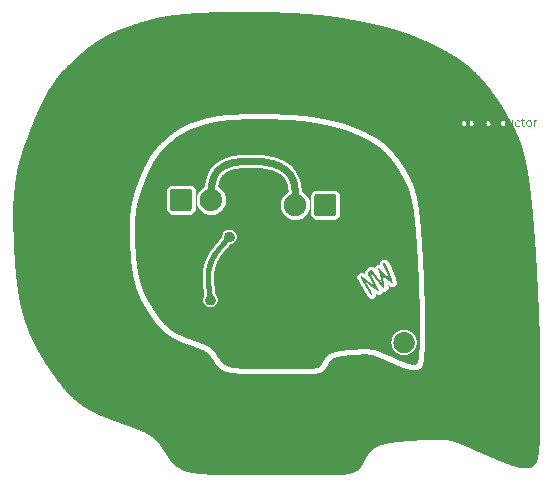
<source format=gtl>
G04 #@! TF.FileFunction,Copper,L1,Top,Signal*

G04 leading zeros omitted (L); absolute data (A); 6 integer digits and 6 fractional digits *
%FSLAX66Y66*%

G04 mode (MO): millimeters (MM) *
%MOMM*%

G04 Aperture definitions *
%ADD10C,0.001X*%
%ADD11C,0.001X*%
%ADD22C,1.10X*%
%ADD23C,0.90X*%
%ADD24C,0.30X*%
%ADD20C,0.40X*%
%ADD21C,0.60X*%

%LPD*%
G36*
G01X-10000170Y-6903126D02*
G01X-10000170Y-6903126D01*
G01X-9997524Y-6871770D01*
G01X-9994770Y-6839209D01*
G01X-9991902Y-6805467D01*
G01X-9988915Y-6770569D01*
G01X-9985805Y-6734539D01*
G01X-9982567Y-6697401D01*
G01X-9979196Y-6659180D01*
G01X-9975686Y-6619900D01*
G01X-9972033Y-6579585D01*
G01X-9968232Y-6538259D01*
G01X-9964278Y-6495947D01*
G01X-9960167Y-6452674D01*
G01X-9955892Y-6408462D01*
G01X-9951449Y-6363338D01*
G01X-9946834Y-6317324D01*
G01X-9942040Y-6270445D01*
G01X-9937064Y-6222727D01*
G01X-9931901Y-6174191D01*
G01X-9926545Y-6124864D01*
G01X-9920992Y-6074770D01*
G01X-9915236Y-6023932D01*
G01X-9909272Y-5972375D01*
G01X-9903097Y-5920123D01*
G01X-9896704Y-5867201D01*
G01X-9890089Y-5813633D01*
G01X-9883247Y-5759443D01*
G01X-9876173Y-5704656D01*
G01X-9868862Y-5649295D01*
G01X-9861309Y-5593385D01*
G01X-9853509Y-5536951D01*
G01X-9845457Y-5480016D01*
G01X-9837149Y-5422606D01*
G01X-9828579Y-5364743D01*
G01X-9819742Y-5306453D01*
G01X-9810634Y-5247760D01*
G01X-9801249Y-5188688D01*
G01X-9791583Y-5129261D01*
G01X-9781630Y-5069504D01*
G01X-9771386Y-5009441D01*
G01X-9760846Y-4949096D01*
G01X-9750005Y-4888494D01*
G01X-9738857Y-4827658D01*
G01X-9727399Y-4766614D01*
G01X-9715625Y-4705385D01*
G01X-9703529Y-4643996D01*
G01X-9691108Y-4582471D01*
G01X-9678356Y-4520835D01*
G01X-9665268Y-4459111D01*
G01X-9651839Y-4397323D01*
G01X-9638065Y-4335497D01*
G01X-9638065Y-4335497D01*
G01X-9638065Y-4335497D01*
G01X-9623942Y-4273653D01*
G01X-9609475Y-4211796D01*
G01X-9594672Y-4149930D01*
G01X-9579540Y-4088059D01*
G01X-9564085Y-4026186D01*
G01X-9548314Y-3964315D01*
G01X-9532236Y-3902449D01*
G01X-9515857Y-3840592D01*
G01X-9499183Y-3778747D01*
G01X-9482223Y-3716917D01*
G01X-9464984Y-3655107D01*
G01X-9447472Y-3593319D01*
G01X-9429694Y-3531557D01*
G01X-9411659Y-3469826D01*
G01X-9393372Y-3408127D01*
G01X-9374841Y-3346465D01*
G01X-9356073Y-3284843D01*
G01X-9337076Y-3223264D01*
G01X-9317856Y-3161733D01*
G01X-9298420Y-3100253D01*
G01X-9278776Y-3038826D01*
G01X-9258931Y-2977457D01*
G01X-9238892Y-2916150D01*
G01X-9218665Y-2854906D01*
G01X-9198259Y-2793731D01*
G01X-9177680Y-2732628D01*
G01X-9156935Y-2671600D01*
G01X-9136032Y-2610650D01*
G01X-9114978Y-2549783D01*
G01X-9093779Y-2489001D01*
G01X-9072443Y-2428308D01*
G01X-9050977Y-2367707D01*
G01X-9029388Y-2307203D01*
G01X-9007683Y-2246799D01*
G01X-8985870Y-2186497D01*
G01X-8963955Y-2126302D01*
G01X-8941945Y-2066217D01*
G01X-8919849Y-2006246D01*
G01X-8897672Y-1946392D01*
G01X-8875422Y-1886658D01*
G01X-8853106Y-1827048D01*
G01X-8830731Y-1767566D01*
G01X-8808305Y-1708215D01*
G01X-8785834Y-1648999D01*
G01X-8763326Y-1589921D01*
G01X-8740788Y-1530984D01*
G01X-8718226Y-1472192D01*
G01X-8695648Y-1413549D01*
G01X-8673061Y-1355057D01*
G01X-8650473Y-1296722D01*
G01X-8650473Y-1296722D01*
G01X-8650473Y-1296722D01*
G01X-8627888Y-1238544D01*
G01X-8605307Y-1180527D01*
G01X-8582729Y-1122674D01*
G01X-8560153Y-1064988D01*
G01X-8537579Y-1007474D01*
G01X-8515006Y-0950134D01*
G01X-8492433Y-0892973D01*
G01X-8469860Y-0835993D01*
G01X-8447285Y-0779198D01*
G01X-8424709Y-0722592D01*
G01X-8402130Y-0666178D01*
G01X-8379547Y-0609960D01*
G01X-8356960Y-0553941D01*
G01X-8334369Y-0498125D01*
G01X-8311772Y-0442516D01*
G01X-8289168Y-0387116D01*
G01X-8266558Y-0331930D01*
G01X-8243940Y-0276960D01*
G01X-8221314Y-0222212D01*
G01X-8198678Y-0167686D01*
G01X-8176033Y-0113389D01*
G01X-8153377Y-0059322D01*
G01X-8130709Y-0005490D01*
G01X-8108030Y0048103D01*
G01X-8085338Y0101456D01*
G01X-8062632Y0154563D01*
G01X-8039912Y0207422D01*
G01X-8017177Y0260028D01*
G01X-7994427Y0312379D01*
G01X-7971660Y0364470D01*
G01X-7948876Y0416299D01*
G01X-7926075Y0467862D01*
G01X-7903255Y0519155D01*
G01X-7880415Y0570174D01*
G01X-7857556Y0620917D01*
G01X-7834676Y0671379D01*
G01X-7811774Y0721558D01*
G01X-7788851Y0771449D01*
G01X-7765904Y0821049D01*
G01X-7742934Y0870355D01*
G01X-7719940Y0919363D01*
G01X-7696921Y0968069D01*
G01X-7673876Y1016470D01*
G01X-7650804Y1064563D01*
G01X-7627706Y1112344D01*
G01X-7604579Y1159809D01*
G01X-7581424Y1206955D01*
G01X-7558240Y1253778D01*
G01X-7535025Y1300275D01*
G01X-7511780Y1346443D01*
G01X-7511780Y1346443D01*
G01X-7511780Y1346443D01*
G01X-7476864Y1415056D01*
G01X-7441903Y1482890D01*
G01X-7406907Y1549943D01*
G01X-7371883Y1616212D01*
G01X-7336840Y1681696D01*
G01X-7301786Y1746393D01*
G01X-7266730Y1810300D01*
G01X-7231680Y1873416D01*
G01X-7196643Y1935739D01*
G01X-7161629Y1997266D01*
G01X-7126646Y2057996D01*
G01X-7091703Y2117927D01*
G01X-7056806Y2177057D01*
G01X-7021966Y2235383D01*
G01X-6987190Y2292904D01*
G01X-6952486Y2349618D01*
G01X-6917863Y2405523D01*
G01X-6883329Y2460616D01*
G01X-6848893Y2514896D01*
G01X-6814563Y2568360D01*
G01X-6780347Y2621008D01*
G01X-6746253Y2672836D01*
G01X-6712290Y2723843D01*
G01X-6678467Y2774027D01*
G01X-6644791Y2823385D01*
G01X-6611271Y2871916D01*
G01X-6577915Y2919618D01*
G01X-6544731Y2966489D01*
G01X-6511729Y3012527D01*
G01X-6478916Y3057729D01*
G01X-6446300Y3102094D01*
G01X-6413890Y3145620D01*
G01X-6381695Y3188305D01*
G01X-6371012Y3202346D01*
G01X-6371012Y3202346D01*
G01X-6328527Y3257578D01*
G01X-6286394Y3311391D01*
G01X-6244547Y3363889D01*
G01X-6202923Y3415176D01*
G01X-6161458Y3465355D01*
G01X-6120087Y3514529D01*
G01X-6078748Y3562804D01*
G01X-6037375Y3610283D01*
G01X-5995905Y3657069D01*
G01X-5954274Y3703266D01*
G01X-5912418Y3748978D01*
G01X-5870273Y3794309D01*
G01X-5827774Y3839362D01*
G01X-5784858Y3884242D01*
G01X-5741461Y3929051D01*
G01X-5697519Y3973895D01*
G01X-5652968Y4018876D01*
G01X-5607743Y4064099D01*
G01X-5561781Y4109667D01*
G01X-5515018Y4155684D01*
G01X-5467389Y4202254D01*
G01X-5418832Y4249480D01*
G01X-5369281Y4297466D01*
G01X-5318672Y4346317D01*
G01X-5266943Y4396136D01*
G01X-5266943Y4396136D01*
G01X-5266943Y4396136D01*
G01X-5227376Y4434188D01*
G01X-5187151Y4472818D01*
G01X-5146286Y4511998D01*
G01X-5104794Y4551695D01*
G01X-5062693Y4591880D01*
G01X-5019997Y4632524D01*
G01X-4976722Y4673596D01*
G01X-4932884Y4715065D01*
G01X-4888499Y4756903D01*
G01X-4843581Y4799078D01*
G01X-4798148Y4841561D01*
G01X-4752214Y4884321D01*
G01X-4705795Y4927329D01*
G01X-4658906Y4970554D01*
G01X-4611564Y5013967D01*
G01X-4563784Y5057537D01*
G01X-4515582Y5101234D01*
G01X-4466973Y5145027D01*
G01X-4417973Y5188888D01*
G01X-4368598Y5232786D01*
G01X-4318862Y5276691D01*
G01X-4268783Y5320572D01*
G01X-4218375Y5364399D01*
G01X-4167655Y5408144D01*
G01X-4116637Y5451774D01*
G01X-4065338Y5495261D01*
G01X-4013772Y5538574D01*
G01X-3961957Y5581684D01*
G01X-3909907Y5624559D01*
G01X-3857638Y5667170D01*
G01X-3805166Y5709487D01*
G01X-3752506Y5751480D01*
G01X-3699674Y5793119D01*
G01X-3682028Y5806915D01*
G01X-3682028Y5806915D01*
G01X-3628987Y5848041D01*
G01X-3575795Y5888775D01*
G01X-3522461Y5929115D01*
G01X-3468989Y5969059D01*
G01X-3415388Y6008604D01*
G01X-3361663Y6047747D01*
G01X-3307822Y6086487D01*
G01X-3253870Y6124821D01*
G01X-3199815Y6162747D01*
G01X-3145663Y6200262D01*
G01X-3091421Y6237365D01*
G01X-3037096Y6274053D01*
G01X-2982694Y6310323D01*
G01X-2928222Y6346173D01*
G01X-2873687Y6381601D01*
G01X-2819094Y6416605D01*
G01X-2764452Y6451183D01*
G01X-2709767Y6485331D01*
G01X-2655044Y6519048D01*
G01X-2600292Y6552331D01*
G01X-2545516Y6585178D01*
G01X-2490723Y6617587D01*
G01X-2435921Y6649556D01*
G01X-2381115Y6681081D01*
G01X-2326312Y6712162D01*
G01X-2271519Y6742794D01*
G01X-2216743Y6772977D01*
G01X-2161990Y6802708D01*
G01X-2107267Y6831984D01*
G01X-2052581Y6860804D01*
G01X-1997938Y6889164D01*
G01X-1943345Y6917063D01*
G01X-1888808Y6944498D01*
G01X-1870643Y6953540D01*
G01X-1870643Y6953540D01*
G01X-1816191Y6980355D01*
G01X-1761787Y7006721D01*
G01X-1707403Y7032656D01*
G01X-1653012Y7058180D01*
G01X-1598586Y7083313D01*
G01X-1544099Y7108073D01*
G01X-1489522Y7132481D01*
G01X-1434828Y7156556D01*
G01X-1379991Y7180317D01*
G01X-1324982Y7203784D01*
G01X-1269774Y7226976D01*
G01X-1214340Y7249913D01*
G01X-1158653Y7272614D01*
G01X-1102684Y7295098D01*
G01X-1046408Y7317386D01*
G01X-0989796Y7339496D01*
G01X-0932820Y7361448D01*
G01X-0875455Y7383262D01*
G01X-0817671Y7404956D01*
G01X-0759443Y7426551D01*
G01X-0700742Y7448066D01*
G01X-0641541Y7469519D01*
G01X-0581813Y7490932D01*
G01X-0521531Y7512323D01*
G01X-0460666Y7533711D01*
G01X-0399192Y7555117D01*
G01X-0337082Y7576559D01*
G01X-0274307Y7598057D01*
G01X-0210841Y7619631D01*
G01X-0146656Y7641300D01*
G01X-0081725Y7663083D01*
G01X-0016021Y7685000D01*
G01X0050485Y7707070D01*
G01X0072836Y7714465D01*
G01X0072836Y7714465D01*
G01X0117817Y7729311D01*
G01X0163165Y7744231D01*
G01X0208876Y7759218D01*
G01X0254946Y7774264D01*
G01X0301369Y7789364D01*
G01X0348143Y7804510D01*
G01X0395261Y7819697D01*
G01X0442720Y7834918D01*
G01X0490515Y7850166D01*
G01X0538641Y7865435D01*
G01X0587095Y7880718D01*
G01X0635871Y7896008D01*
G01X0684965Y7911300D01*
G01X0734372Y7926586D01*
G01X0784089Y7941860D01*
G01X0834110Y7957116D01*
G01X0884431Y7972347D01*
G01X0935048Y7987546D01*
G01X0985955Y8002707D01*
G01X1037149Y8017823D01*
G01X1088625Y8032888D01*
G01X1140379Y8047896D01*
G01X1192406Y8062839D01*
G01X1244701Y8077711D01*
G01X1297259Y8092506D01*
G01X1350078Y8107217D01*
G01X1403151Y8121837D01*
G01X1456475Y8136361D01*
G01X1510045Y8150781D01*
G01X1563856Y8165091D01*
G01X1617904Y8179285D01*
G01X1672185Y8193355D01*
G01X1726693Y8207296D01*
G01X1781425Y8221100D01*
G01X1836376Y8234762D01*
G01X1891542Y8248275D01*
G01X1946917Y8261631D01*
G01X2002497Y8274826D01*
G01X2058279Y8287851D01*
G01X2114257Y8300701D01*
G01X2170427Y8313369D01*
G01X2226784Y8325849D01*
G01X2283324Y8338133D01*
G01X2340042Y8350216D01*
G01X2396935Y8362091D01*
G01X2453997Y8373751D01*
G01X2511223Y8385190D01*
G01X2568610Y8396401D01*
G01X2626153Y8407378D01*
G01X2683847Y8418115D01*
G01X2683847Y8418115D01*
G01X2683847Y8418115D01*
G01X2741689Y8428606D01*
G01X2799672Y8438854D01*
G01X2857790Y8448863D01*
G01X2916037Y8458637D01*
G01X2974406Y8468180D01*
G01X3032890Y8477497D01*
G01X3091482Y8486590D01*
G01X3150177Y8495464D01*
G01X3208967Y8504122D01*
G01X3267846Y8512570D01*
G01X3326806Y8520810D01*
G01X3385843Y8528847D01*
G01X3444948Y8536685D01*
G01X3504115Y8544327D01*
G01X3563338Y8551777D01*
G01X3622610Y8559040D01*
G01X3681924Y8566119D01*
G01X3741273Y8573019D01*
G01X3800652Y8579743D01*
G01X3860053Y8586295D01*
G01X3919470Y8592679D01*
G01X3978897Y8598900D01*
G01X4038325Y8604960D01*
G01X4097750Y8610865D01*
G01X4157164Y8616617D01*
G01X4216560Y8622221D01*
G01X4275932Y8627682D01*
G01X4335274Y8633002D01*
G01X4394579Y8638185D01*
G01X4453839Y8643237D01*
G01X4513050Y8648160D01*
G01X4572203Y8652959D01*
G01X4631292Y8657637D01*
G01X4690310Y8662199D01*
G01X4749252Y8666648D01*
G01X4808110Y8670988D01*
G01X4866878Y8675224D01*
G01X4925549Y8679359D01*
G01X4984116Y8683397D01*
G01X5042573Y8687343D01*
G01X5100913Y8691200D01*
G01X5159129Y8694971D01*
G01X5217216Y8698662D01*
G01X5275166Y8702276D01*
G01X5332972Y8705816D01*
G01X5390629Y8709288D01*
G01X5448129Y8712694D01*
G01X5505465Y8716039D01*
G01X5562632Y8719326D01*
G01X5619622Y8722561D01*
G01X5619622Y8722561D01*
G01X5619622Y8722561D01*
G01X5676431Y8725745D01*
G01X5733061Y8728880D01*
G01X5789514Y8731966D01*
G01X5845791Y8735002D01*
G01X5901897Y8737990D01*
G01X5957832Y8740929D01*
G01X6013599Y8743819D01*
G01X6069201Y8746661D01*
G01X6124640Y8749454D01*
G01X6179918Y8752199D01*
G01X6235037Y8754895D01*
G01X6290000Y8757543D01*
G01X6344810Y8760143D01*
G01X6399468Y8762695D01*
G01X6453977Y8765199D01*
G01X6508339Y8767654D01*
G01X6562556Y8770063D01*
G01X6616632Y8772423D01*
G01X6670567Y8774736D01*
G01X6724366Y8777002D01*
G01X6778029Y8779220D01*
G01X6831559Y8781390D01*
G01X6884959Y8783514D01*
G01X6938230Y8785590D01*
G01X6991376Y8787620D01*
G01X7044399Y8789602D01*
G01X7097300Y8791538D01*
G01X7150083Y8793427D01*
G01X7202749Y8795270D01*
G01X7255301Y8797066D01*
G01X7307741Y8798815D01*
G01X7360072Y8800518D01*
G01X7412295Y8802175D01*
G01X7464414Y8803786D01*
G01X7516431Y8805351D01*
G01X7568347Y8806870D01*
G01X7620165Y8808343D01*
G01X7671888Y8809770D01*
G01X7723518Y8811152D01*
G01X7775058Y8812488D01*
G01X7826508Y8813778D01*
G01X7877873Y8815024D01*
G01X7929154Y8816224D01*
G01X7980354Y8817379D01*
G01X8031474Y8818488D01*
G01X8082518Y8819553D01*
G01X8133487Y8820573D01*
G01X8184384Y8821548D01*
G01X8235211Y8822479D01*
G01X8285971Y8823365D01*
G01X8285971Y8823365D01*
G01X8285971Y8823365D01*
G01X8336667Y8824206D01*
G01X8387301Y8825004D01*
G01X8437875Y8825758D01*
G01X8488391Y8826469D01*
G01X8538850Y8827137D01*
G01X8589254Y8827763D01*
G01X8639604Y8828346D01*
G01X8689903Y8828888D01*
G01X8740152Y8829389D01*
G01X8790352Y8829848D01*
G01X8840506Y8830267D01*
G01X8890614Y8830647D01*
G01X8940678Y8830986D01*
G01X8990701Y8831286D01*
G01X9040684Y8831547D01*
G01X9090627Y8831770D01*
G01X9140534Y8831955D01*
G01X9190406Y8832101D01*
G01X9240244Y8832211D01*
G01X9290049Y8832284D01*
G01X9339825Y8832320D01*
G01X9389571Y8832320D01*
G01X9439290Y8832284D01*
G01X9488984Y8832213D01*
G01X9538654Y8832107D01*
G01X9588302Y8831967D01*
G01X9637929Y8831792D01*
G01X9687537Y8831584D01*
G01X9737128Y8831342D01*
G01X9786704Y8831067D01*
G01X9836265Y8830760D01*
G01X9885814Y8830421D01*
G01X9935352Y8830049D01*
G01X9984881Y8829647D01*
G01X10034402Y8829213D01*
G01X10083918Y8828749D01*
G01X10133430Y8828255D01*
G01X10182939Y8827731D01*
G01X10232447Y8827178D01*
G01X10281956Y8826595D01*
G01X10331467Y8825984D01*
G01X10380982Y8825345D01*
G01X10430503Y8824678D01*
G01X10480032Y8823984D01*
G01X10529569Y8823263D01*
G01X10579117Y8822515D01*
G01X10628677Y8821740D01*
G01X10678251Y8820940D01*
G01X10727840Y8820115D01*
G01X10777447Y8819265D01*
G01X10777447Y8819265D01*
G01X10777447Y8819265D01*
G01X10827074Y8818388D01*
G01X10876728Y8817486D01*
G01X10926416Y8816558D01*
G01X10976143Y8815603D01*
G01X11025916Y8814621D01*
G01X11075741Y8813611D01*
G01X11125625Y8812572D01*
G01X11175573Y8811503D01*
G01X11225592Y8810404D01*
G01X11275689Y8809274D01*
G01X11325869Y8808112D01*
G01X11376139Y8806918D01*
G01X11426505Y8805691D01*
G01X11476974Y8804430D01*
G01X11527551Y8803135D01*
G01X11578244Y8801805D01*
G01X11629057Y8800439D01*
G01X11679999Y8799037D01*
G01X11731074Y8797598D01*
G01X11782289Y8796120D01*
G01X11833651Y8794604D01*
G01X11885165Y8793049D01*
G01X11936839Y8791454D01*
G01X11988678Y8789819D01*
G01X12040688Y8788142D01*
G01X12092876Y8786423D01*
G01X12145249Y8784662D01*
G01X12197812Y8782857D01*
G01X12250571Y8781008D01*
G01X12303534Y8779115D01*
G01X12356706Y8777176D01*
G01X12410093Y8775190D01*
G01X12463703Y8773158D01*
G01X12517540Y8771079D01*
G01X12571613Y8768951D01*
G01X12625925Y8766775D01*
G01X12680485Y8764549D01*
G01X12735298Y8762272D01*
G01X12790371Y8759945D01*
G01X12845709Y8757566D01*
G01X12901320Y8755135D01*
G01X12957209Y8752650D01*
G01X13013383Y8750112D01*
G01X13069848Y8747520D01*
G01X13126610Y8744873D01*
G01X13183676Y8742169D01*
G01X13241052Y8739410D01*
G01X13298744Y8736593D01*
G01X13356758Y8733718D01*
G01X13415101Y8730785D01*
G01X13415101Y8730785D01*
G01X13415101Y8730785D01*
G01X13473776Y8727792D01*
G01X13532771Y8724740D01*
G01X13592071Y8721628D01*
G01X13651660Y8718457D01*
G01X13711522Y8715224D01*
G01X13771641Y8711932D01*
G01X13832002Y8708578D01*
G01X13892590Y8705164D01*
G01X13953387Y8701688D01*
G01X14014380Y8698150D01*
G01X14075551Y8694551D01*
G01X14136885Y8690889D01*
G01X14198367Y8687165D01*
G01X14259981Y8683379D01*
G01X14321711Y8679529D01*
G01X14383541Y8675617D01*
G01X14445456Y8671640D01*
G01X14507440Y8667601D01*
G01X14569477Y8663497D01*
G01X14631552Y8659329D01*
G01X14693649Y8655096D01*
G01X14755752Y8650799D01*
G01X14817845Y8646437D01*
G01X14879913Y8642010D01*
G01X14941940Y8637517D01*
G01X15003910Y8632958D01*
G01X15065808Y8628333D01*
G01X15127617Y8623642D01*
G01X15189323Y8618884D01*
G01X15250910Y8614060D01*
G01X15312361Y8609168D01*
G01X15373661Y8604209D01*
G01X15434794Y8599183D01*
G01X15495745Y8594088D01*
G01X15556498Y8588926D01*
G01X15617038Y8583695D01*
G01X15677348Y8578395D01*
G01X15737412Y8573026D01*
G01X15797216Y8567589D01*
G01X15856743Y8562082D01*
G01X15915977Y8556505D01*
G01X15974904Y8550858D01*
G01X16033507Y8545141D01*
G01X16091770Y8539353D01*
G01X16149679Y8533495D01*
G01X16207216Y8527566D01*
G01X16264367Y8521565D01*
G01X16321115Y8515493D01*
G01X16377446Y8509350D01*
G01X16433343Y8503134D01*
G01X16433343Y8503134D01*
G01X16433343Y8503134D01*
G01X16488815Y8496842D01*
G01X16543894Y8490470D01*
G01X16598595Y8484019D01*
G01X16652935Y8477486D01*
G01X16706931Y8470873D01*
G01X16760599Y8464178D01*
G01X16813955Y8457402D01*
G01X16867015Y8450543D01*
G01X16919796Y8443602D01*
G01X16972315Y8436577D01*
G01X17024588Y8429469D01*
G01X17076631Y8422277D01*
G01X17128461Y8415001D01*
G01X17180093Y8407640D01*
G01X17231545Y8400194D01*
G01X17282833Y8392662D01*
G01X17333973Y8385044D01*
G01X17384982Y8377340D01*
G01X17435875Y8369549D01*
G01X17486670Y8361671D01*
G01X17537383Y8353705D01*
G01X17588030Y8345651D01*
G01X17638627Y8337509D01*
G01X17689192Y8329278D01*
G01X17739740Y8320957D01*
G01X17790287Y8312547D01*
G01X17840851Y8304047D01*
G01X17891448Y8295456D01*
G01X17942093Y8286774D01*
G01X17992804Y8278001D01*
G01X18043596Y8269136D01*
G01X18094487Y8260179D01*
G01X18145492Y8251129D01*
G01X18196628Y8241986D01*
G01X18247911Y8232750D01*
G01X18299359Y8223419D01*
G01X18350986Y8213995D01*
G01X18402810Y8204476D01*
G01X18454846Y8194862D01*
G01X18507113Y8185152D01*
G01X18559624Y8175346D01*
G01X18612398Y8165444D01*
G01X18665451Y8155445D01*
G01X18718798Y8145349D01*
G01X18772457Y8135156D01*
G01X18826443Y8124864D01*
G01X18880773Y8114474D01*
G01X18935464Y8103985D01*
G01X18990532Y8093397D01*
G01X19045993Y8082710D01*
G01X19045993Y8082710D01*
G01X19045993Y8082710D01*
G01X19101870Y8071920D01*
G01X19158164Y8061025D01*
G01X19214863Y8050023D01*
G01X19271954Y8038914D01*
G01X19329423Y8027696D01*
G01X19387259Y8016368D01*
G01X19445447Y8004928D01*
G01X19503975Y7993376D01*
G01X19562831Y7981710D01*
G01X19622000Y7969929D01*
G01X19681470Y7958032D01*
G01X19741229Y7946017D01*
G01X19801262Y7933883D01*
G01X19861558Y7921630D01*
G01X19922103Y7909254D01*
G01X19982884Y7896757D01*
G01X20043888Y7884135D01*
G01X20105102Y7871389D01*
G01X20166514Y7858516D01*
G01X20228110Y7845516D01*
G01X20289878Y7832387D01*
G01X20351804Y7819128D01*
G01X20413875Y7805738D01*
G01X20476079Y7792215D01*
G01X20538402Y7778559D01*
G01X20600832Y7764768D01*
G01X20663356Y7750840D01*
G01X20725960Y7736775D01*
G01X20788631Y7722572D01*
G01X20851358Y7708228D01*
G01X20914126Y7693743D01*
G01X20976922Y7679116D01*
G01X21039735Y7664346D01*
G01X21102550Y7649430D01*
G01X21165356Y7634368D01*
G01X21228138Y7619159D01*
G01X21290884Y7603801D01*
G01X21353580Y7588293D01*
G01X21416215Y7572635D01*
G01X21478775Y7556824D01*
G01X21541247Y7540859D01*
G01X21603618Y7524739D01*
G01X21665875Y7508464D01*
G01X21728005Y7492031D01*
G01X21789996Y7475440D01*
G01X21851833Y7458688D01*
G01X21913505Y7441776D01*
G01X21974998Y7424702D01*
G01X22036300Y7407463D01*
G01X22097396Y7390061D01*
G01X22097396Y7390061D01*
G01X22097396Y7390061D01*
G01X22158288Y7372488D01*
G01X22218990Y7354741D01*
G01X22279510Y7336818D01*
G01X22339856Y7318716D01*
G01X22400038Y7300436D01*
G01X22460062Y7281974D01*
G01X22519939Y7263329D01*
G01X22579676Y7244500D01*
G01X22639281Y7225485D01*
G01X22698764Y7206283D01*
G01X22758132Y7186891D01*
G01X22817394Y7167309D01*
G01X22876558Y7147534D01*
G01X22935634Y7127565D01*
G01X22994628Y7107401D01*
G01X23053551Y7087040D01*
G01X23112409Y7066480D01*
G01X23171212Y7045720D01*
G01X23229968Y7024758D01*
G01X23288686Y7003592D01*
G01X23347373Y6982221D01*
G01X23406039Y6960644D01*
G01X23464691Y6938858D01*
G01X23523339Y6916862D01*
G01X23581990Y6894655D01*
G01X23640653Y6872234D01*
G01X23699337Y6849599D01*
G01X23758050Y6826747D01*
G01X23816800Y6803678D01*
G01X23875596Y6780389D01*
G01X23934445Y6756879D01*
G01X23993358Y6733146D01*
G01X24052342Y6709188D01*
G01X24111405Y6685005D01*
G01X24170556Y6660594D01*
G01X24229803Y6635955D01*
G01X24289155Y6611084D01*
G01X24348621Y6585981D01*
G01X24408208Y6560644D01*
G01X24467925Y6535071D01*
G01X24527780Y6509262D01*
G01X24587783Y6483214D01*
G01X24647941Y6456925D01*
G01X24708263Y6430394D01*
G01X24768757Y6403620D01*
G01X24829432Y6376601D01*
G01X24890296Y6349334D01*
G01X24951357Y6321820D01*
G01X25012624Y6294056D01*
G01X25074106Y6266040D01*
G01X25074106Y6266040D01*
G01X25074106Y6266040D01*
G01X25135812Y6237769D01*
G01X25197737Y6209239D01*
G01X25259868Y6180450D01*
G01X25322191Y6151400D01*
G01X25384693Y6122087D01*
G01X25447360Y6092511D01*
G01X25510179Y6062670D01*
G01X25573135Y6032563D01*
G01X25636217Y6002188D01*
G01X25699410Y5971544D01*
G01X25762700Y5940630D01*
G01X25826075Y5909444D01*
G01X25889520Y5877986D01*
G01X25953023Y5846253D01*
G01X26016569Y5814245D01*
G01X26080145Y5781960D01*
G01X26143738Y5749397D01*
G01X26207334Y5716555D01*
G01X26270920Y5683432D01*
G01X26334481Y5650027D01*
G01X26398006Y5616338D01*
G01X26461479Y5582365D01*
G01X26524888Y5548106D01*
G01X26588220Y5513559D01*
G01X26651459Y5478724D01*
G01X26714594Y5443599D01*
G01X26777611Y5408183D01*
G01X26840496Y5372474D01*
G01X26903235Y5336472D01*
G01X26965815Y5300174D01*
G01X27028223Y5263580D01*
G01X27090445Y5226688D01*
G01X27152467Y5189497D01*
G01X27214277Y5152005D01*
G01X27275860Y5114212D01*
G01X27337203Y5076115D01*
G01X27398292Y5037714D01*
G01X27459115Y4999008D01*
G01X27519657Y4959995D01*
G01X27579905Y4920673D01*
G01X27639846Y4881042D01*
G01X27699466Y4841099D01*
G01X27758751Y4800845D01*
G01X27817688Y4760277D01*
G01X27876264Y4719394D01*
G01X27934465Y4678194D01*
G01X27992277Y4636678D01*
G01X28049687Y4594842D01*
G01X28106682Y4552687D01*
G01X28163247Y4510210D01*
G01X28163247Y4510210D01*
G01X28163247Y4510210D01*
G01X28219378Y4467405D01*
G01X28275080Y4424273D01*
G01X28330356Y4380820D01*
G01X28385207Y4337052D01*
G01X28439637Y4292975D01*
G01X28493649Y4248598D01*
G01X28547245Y4203925D01*
G01X28600427Y4158964D01*
G01X28653198Y4113722D01*
G01X28705561Y4068205D01*
G01X28757518Y4022419D01*
G01X28809073Y3976371D01*
G01X28860227Y3930068D01*
G01X28910983Y3883517D01*
G01X28961344Y3836723D01*
G01X29011312Y3789694D01*
G01X29060890Y3742437D01*
G01X29110081Y3694957D01*
G01X29158887Y3647262D01*
G01X29207311Y3599357D01*
G01X29255355Y3551251D01*
G01X29303023Y3502948D01*
G01X29350316Y3454457D01*
G01X29397237Y3405783D01*
G01X29443789Y3356932D01*
G01X29489975Y3307913D01*
G01X29535797Y3258731D01*
G01X29581257Y3209393D01*
G01X29626359Y3159905D01*
G01X29671104Y3110275D01*
G01X29715496Y3060508D01*
G01X29759537Y3010612D01*
G01X29803230Y2960592D01*
G01X29846577Y2910456D01*
G01X29889582Y2860210D01*
G01X29932245Y2809861D01*
G01X29974571Y2759415D01*
G01X30016562Y2708879D01*
G01X30058219Y2658260D01*
G01X30099547Y2607564D01*
G01X30140548Y2556798D01*
G01X30181223Y2505968D01*
G01X30221577Y2455081D01*
G01X30261610Y2404144D01*
G01X30301327Y2353163D01*
G01X30340730Y2302145D01*
G01X30379820Y2251096D01*
G01X30418601Y2200023D01*
G01X30457076Y2148933D01*
G01X30495247Y2097833D01*
G01X30495247Y2097833D01*
G01X30495247Y2097833D01*
G01X30533120Y2046723D01*
G01X30570703Y1995598D01*
G01X30608004Y1944452D01*
G01X30645029Y1893279D01*
G01X30681785Y1842075D01*
G01X30718279Y1790834D01*
G01X30754518Y1739550D01*
G01X30790508Y1688217D01*
G01X30826257Y1636831D01*
G01X30861771Y1585386D01*
G01X30897057Y1533876D01*
G01X30932122Y1482296D01*
G01X30966973Y1430641D01*
G01X31001616Y1378905D01*
G01X31036059Y1327081D01*
G01X31070308Y1275166D01*
G01X31104370Y1223154D01*
G01X31138252Y1171039D01*
G01X31171961Y1118815D01*
G01X31205504Y1066477D01*
G01X31238887Y1014020D01*
G01X31272117Y0961438D01*
G01X31305201Y0908726D01*
G01X31338147Y0855878D01*
G01X31370960Y0802889D01*
G01X31403647Y0749753D01*
G01X31436217Y0696464D01*
G01X31468674Y0643019D01*
G01X31501027Y0589410D01*
G01X31533281Y0535632D01*
G01X31565445Y0481680D01*
G01X31597524Y0427549D01*
G01X31629525Y0373233D01*
G01X31661456Y0318726D01*
G01X31693323Y0264023D01*
G01X31725133Y0209119D01*
G01X31756893Y0154008D01*
G01X31788609Y0098684D01*
G01X31820289Y0043143D01*
G01X31851940Y-0012622D01*
G01X31883567Y-0068616D01*
G01X31915178Y-0124844D01*
G01X31946780Y-0181311D01*
G01X31978380Y-0238024D01*
G01X32009985Y-0294988D01*
G01X32041600Y-0352208D01*
G01X32073234Y-0409689D01*
G01X32104893Y-0467438D01*
G01X32136584Y-0525459D01*
G01X32168313Y-0583759D01*
G01X32168313Y-0583759D01*
G01X32168313Y-0583759D01*
G01X32184194Y-0613015D01*
G01X32200083Y-0642349D01*
G01X32215981Y-0671770D01*
G01X32231887Y-0701287D01*
G01X32247799Y-0730910D01*
G01X32263715Y-0760648D01*
G01X32279637Y-0790509D01*
G01X32295561Y-0820504D01*
G01X32311488Y-0850641D01*
G01X32327416Y-0880929D01*
G01X32343344Y-0911377D01*
G01X32359271Y-0941995D01*
G01X32375196Y-0972793D01*
G01X32391119Y-1003778D01*
G01X32407038Y-1034960D01*
G01X32422952Y-1066349D01*
G01X32438860Y-1097954D01*
G01X32454761Y-1129783D01*
G01X32470654Y-1161846D01*
G01X32486539Y-1194152D01*
G01X32502413Y-1226711D01*
G01X32518277Y-1259531D01*
G01X32534129Y-1292621D01*
G01X32549968Y-1325992D01*
G01X32565792Y-1359651D01*
G01X32581602Y-1393609D01*
G01X32597396Y-1427873D01*
G01X32613173Y-1462455D01*
G01X32628932Y-1497362D01*
G01X32644672Y-1532604D01*
G01X32660392Y-1568190D01*
G01X32676091Y-1604129D01*
G01X32691768Y-1640430D01*
G01X32707421Y-1677103D01*
G01X32723051Y-1714157D01*
G01X32738656Y-1751600D01*
G01X32754234Y-1789443D01*
G01X32769786Y-1827694D01*
G01X32785309Y-1866362D01*
G01X32800804Y-1905457D01*
G01X32816268Y-1944988D01*
G01X32831701Y-1984963D01*
G01X32847101Y-2025393D01*
G01X32862469Y-2066286D01*
G01X32877803Y-2107652D01*
G01X32893101Y-2149499D01*
G01X32908363Y-2191837D01*
G01X32923588Y-2234674D01*
G01X32938775Y-2278021D01*
G01X32953922Y-2321887D01*
G01X32969029Y-2366280D01*
G01X32984095Y-2411209D01*
G01X32999119Y-2456685D01*
G01X33014100Y-2502715D01*
G01X33029036Y-2549310D01*
G01X33043927Y-2596477D01*
G01X33058771Y-2644228D01*
G01X33073568Y-2692570D01*
G01X33088317Y-2741513D01*
G01X33103017Y-2791067D01*
G01X33117666Y-2841239D01*
G01X33132264Y-2892040D01*
G01X33146809Y-2943478D01*
G01X33161301Y-2995564D01*
G01X33175739Y-3048305D01*
G01X33190121Y-3101711D01*
G01X33204447Y-3155791D01*
G01X33218716Y-3210555D01*
G01X33232926Y-3266012D01*
G01X33247076Y-3322171D01*
G01X33261166Y-3379040D01*
G01X33275195Y-3436630D01*
G01X33289161Y-3494949D01*
G01X33303064Y-3554006D01*
G01X33316902Y-3613811D01*
G01X33330674Y-3674373D01*
G01X33344380Y-3735701D01*
G01X33358019Y-3797804D01*
G01X33371589Y-3860692D01*
G01X33385089Y-3924373D01*
G01X33398519Y-3988857D01*
G01X33411877Y-4054153D01*
G01X33425163Y-4120269D01*
G01X33438375Y-4187217D01*
G01X33451512Y-4255003D01*
G01X33464574Y-4323638D01*
G01X33477559Y-4393131D01*
G01X33490466Y-4463491D01*
G01X33503295Y-4534727D01*
G01X33516044Y-4606848D01*
G01X33528712Y-4679864D01*
G01X33541299Y-4753783D01*
G01X33553803Y-4828615D01*
G01X33566223Y-4904369D01*
G01X33578559Y-4981054D01*
G01X33590809Y-5058680D01*
G01X33602972Y-5137255D01*
G01X33615047Y-5216789D01*
G01X33627033Y-5297291D01*
G01X33638930Y-5378769D01*
G01X33638930Y-5378769D01*
G01X33638930Y-5378769D01*
G01X33650736Y-5461229D01*
G01X33662451Y-5544653D01*
G01X33674074Y-5629021D01*
G01X33685607Y-5714313D01*
G01X33697050Y-5800510D01*
G01X33708403Y-5887591D01*
G01X33719665Y-5975535D01*
G01X33730838Y-6064324D01*
G01X33741921Y-6153935D01*
G01X33752915Y-6244350D01*
G01X33763820Y-6335549D01*
G01X33774636Y-6427510D01*
G01X33785364Y-6520214D01*
G01X33796003Y-6613641D01*
G01X33806554Y-6707771D01*
G01X33817017Y-6802583D01*
G01X33827393Y-6898057D01*
G01X33837681Y-6994174D01*
G01X33847882Y-7090913D01*
G01X33857997Y-7188253D01*
G01X33868024Y-7286175D01*
G01X33877965Y-7384659D01*
G01X33887820Y-7483684D01*
G01X33897589Y-7583230D01*
G01X33907272Y-7683277D01*
G01X33916870Y-7783805D01*
G01X33926382Y-7884795D01*
G01X33935810Y-7986224D01*
G01X33945152Y-8088074D01*
G01X33954410Y-8190325D01*
G01X33963584Y-8292955D01*
G01X33972674Y-8395946D01*
G01X33981679Y-8499277D01*
G01X33990602Y-8602927D01*
G01X33999440Y-8706877D01*
G01X34008196Y-8811106D01*
G01X34016868Y-8915594D01*
G01X34025458Y-9020322D01*
G01X34033966Y-9125269D01*
G01X34042391Y-9230414D01*
G01X34050735Y-9335738D01*
G01X34058996Y-9441220D01*
G01X34067176Y-9546841D01*
G01X34075275Y-9652580D01*
G01X34083293Y-9758417D01*
G01X34091230Y-9864332D01*
G01X34099086Y-9970305D01*
G01X34106862Y-10076315D01*
G01X34114558Y-10182343D01*
G01X34122174Y-10288368D01*
G01X34129711Y-10394370D01*
G01X34137168Y-10500329D01*
G01X34144546Y-10606225D01*
G01X34151845Y-10712038D01*
G01X34159065Y-10817747D01*
G01X34166207Y-10923332D01*
G01X34173270Y-11028774D01*
G01X34180256Y-11134052D01*
G01X34187164Y-11239145D01*
G01X34193994Y-11344035D01*
G01X34200747Y-11448700D01*
G01X34207423Y-11553120D01*
G01X34214023Y-11657276D01*
G01X34220545Y-11761147D01*
G01X34226992Y-11864713D01*
G01X34233362Y-11967953D01*
G01X34239656Y-12070849D01*
G01X34245875Y-12173379D01*
G01X34252018Y-12275523D01*
G01X34258086Y-12377262D01*
G01X34264080Y-12478575D01*
G01X34269998Y-12579441D01*
G01X34275842Y-12679842D01*
G01X34281612Y-12779756D01*
G01X34287308Y-12879163D01*
G01X34292930Y-12978044D01*
G01X34298479Y-13076378D01*
G01X34303954Y-13174145D01*
G01X34309356Y-13271325D01*
G01X34314686Y-13367897D01*
G01X34319943Y-13463843D01*
G01X34325127Y-13559140D01*
G01X34330240Y-13653770D01*
G01X34335280Y-13747712D01*
G01X34340249Y-13840946D01*
G01X34345147Y-13933451D01*
G01X34349973Y-14025209D01*
G01X34354729Y-14116198D01*
G01X34359414Y-14206398D01*
G01X34364028Y-14295789D01*
G01X34368572Y-14384352D01*
G01X34373046Y-14472065D01*
G01X34377450Y-14558909D01*
G01X34381785Y-14644863D01*
G01X34386051Y-14729908D01*
G01X34390247Y-14814024D01*
G01X34394375Y-14897189D01*
G01X34398434Y-14979385D01*
G01X34402424Y-15060590D01*
G01X34406347Y-15140785D01*
G01X34406347Y-15140785D01*
G01X34406347Y-15140785D01*
G01X34410202Y-15219955D01*
G01X34413989Y-15298108D01*
G01X34417710Y-15375258D01*
G01X34421366Y-15451418D01*
G01X34424956Y-15526604D01*
G01X34428481Y-15600828D01*
G01X34431943Y-15674104D01*
G01X34435341Y-15746447D01*
G01X34438677Y-15817869D01*
G01X34441951Y-15888386D01*
G01X34445165Y-15958011D01*
G01X34448317Y-16026757D01*
G01X34451410Y-16094639D01*
G01X34454444Y-16161670D01*
G01X34457420Y-16227865D01*
G01X34460337Y-16293237D01*
G01X34463198Y-16357800D01*
G01X34466003Y-16421568D01*
G01X34468751Y-16484554D01*
G01X34471445Y-16546773D01*
G01X34474085Y-16608239D01*
G01X34476670Y-16668965D01*
G01X34479203Y-16728966D01*
G01X34481684Y-16788254D01*
G01X34484113Y-16846844D01*
G01X34486491Y-16904751D01*
G01X34488818Y-16961987D01*
G01X34491097Y-17018566D01*
G01X34493326Y-17074503D01*
G01X34495507Y-17129811D01*
G01X34497641Y-17184505D01*
G01X34499727Y-17238597D01*
G01X34501768Y-17292102D01*
G01X34503763Y-17345034D01*
G01X34505713Y-17397407D01*
G01X34507620Y-17449234D01*
G01X34509482Y-17500530D01*
G01X34511302Y-17551307D01*
G01X34513080Y-17601581D01*
G01X34514816Y-17651365D01*
G01X34516512Y-17700672D01*
G01X34518168Y-17749518D01*
G01X34519784Y-17797914D01*
G01X34521362Y-17845877D01*
G01X34522901Y-17893418D01*
G01X34524403Y-17940552D01*
G01X34525869Y-17987294D01*
G01X34527298Y-18033656D01*
G01X34528692Y-18079653D01*
G01X34530052Y-18125299D01*
G01X34531378Y-18170607D01*
G01X34532670Y-18215592D01*
G01X34533930Y-18260266D01*
G01X34535158Y-18304645D01*
G01X34536354Y-18348742D01*
G01X34537521Y-18392570D01*
G01X34538657Y-18436144D01*
G01X34539764Y-18479478D01*
G01X34540842Y-18522585D01*
G01X34541893Y-18565479D01*
G01X34542917Y-18608174D01*
G01X34543914Y-18650684D01*
G01X34544885Y-18693023D01*
G01X34545831Y-18735205D01*
G01X34546753Y-18777244D01*
G01X34547651Y-18819152D01*
G01X34548526Y-18860945D01*
G01X34549378Y-18902637D01*
G01X34550209Y-18944240D01*
G01X34551018Y-18985769D01*
G01X34551808Y-19027238D01*
G01X34552577Y-19068660D01*
G01X34553328Y-19110050D01*
G01X34554060Y-19151422D01*
G01X34554775Y-19192788D01*
G01X34555472Y-19234164D01*
G01X34556154Y-19275562D01*
G01X34556820Y-19316998D01*
G01X34557470Y-19358484D01*
G01X34558107Y-19400035D01*
G01X34558730Y-19441664D01*
G01X34559340Y-19483385D01*
G01X34559938Y-19525212D01*
G01X34560524Y-19567160D01*
G01X34561100Y-19609241D01*
G01X34561665Y-19651470D01*
G01X34562221Y-19693860D01*
G01X34562768Y-19736426D01*
G01X34563307Y-19779182D01*
G01X34563838Y-19822140D01*
G01X34564362Y-19865316D01*
G01X34564881Y-19908722D01*
G01X34565394Y-19952374D01*
G01X34565902Y-19996284D01*
G01X34566406Y-20040466D01*
G01X34566907Y-20084935D01*
G01X34567405Y-20129704D01*
G01X34567901Y-20174787D01*
G01X34568396Y-20220198D01*
G01X34568890Y-20265951D01*
G01X34568890Y-20265951D01*
G01X34568890Y-20265951D01*
G01X34569384Y-20312056D01*
G01X34569877Y-20358509D01*
G01X34570371Y-20405304D01*
G01X34570863Y-20452433D01*
G01X34571356Y-20499890D01*
G01X34571847Y-20547668D01*
G01X34572337Y-20595759D01*
G01X34572826Y-20644158D01*
G01X34573313Y-20692858D01*
G01X34573799Y-20741851D01*
G01X34574284Y-20791131D01*
G01X34574766Y-20840690D01*
G01X34575246Y-20890523D01*
G01X34575724Y-20940622D01*
G01X34576200Y-20990980D01*
G01X34576673Y-21041591D01*
G01X34577143Y-21092448D01*
G01X34577611Y-21143543D01*
G01X34578075Y-21194871D01*
G01X34578536Y-21246424D01*
G01X34578993Y-21298196D01*
G01X34579447Y-21350179D01*
G01X34579897Y-21402367D01*
G01X34580343Y-21454752D01*
G01X34580785Y-21507329D01*
G01X34581223Y-21560090D01*
G01X34581656Y-21613029D01*
G01X34582084Y-21666138D01*
G01X34582508Y-21719411D01*
G01X34582926Y-21772841D01*
G01X34583340Y-21826421D01*
G01X34583748Y-21880145D01*
G01X34584151Y-21934004D01*
G01X34584547Y-21987994D01*
G01X34584938Y-22042106D01*
G01X34585323Y-22096335D01*
G01X34585702Y-22150672D01*
G01X34586074Y-22205112D01*
G01X34586440Y-22259647D01*
G01X34586799Y-22314271D01*
G01X34587151Y-22368977D01*
G01X34587496Y-22423757D01*
G01X34587834Y-22478606D01*
G01X34588164Y-22533516D01*
G01X34588487Y-22588481D01*
G01X34588802Y-22643493D01*
G01X34589109Y-22698547D01*
G01X34589407Y-22753634D01*
G01X34589698Y-22808748D01*
G01X34589980Y-22863883D01*
G01X34590254Y-22919031D01*
G01X34590518Y-22974186D01*
G01X34590774Y-23029341D01*
G01X34591020Y-23084489D01*
G01X34591257Y-23139623D01*
G01X34591485Y-23194736D01*
G01X34591703Y-23249822D01*
G01X34591911Y-23304874D01*
G01X34592109Y-23359884D01*
G01X34592297Y-23414847D01*
G01X34592475Y-23469755D01*
G01X34592642Y-23524601D01*
G01X34592798Y-23579378D01*
G01X34592944Y-23634081D01*
G01X34593078Y-23688701D01*
G01X34593201Y-23743232D01*
G01X34593313Y-23797668D01*
G01X34593413Y-23852001D01*
G01X34593501Y-23906225D01*
G01X34593578Y-23960332D01*
G01X34593642Y-24014316D01*
G01X34593694Y-24068170D01*
G01X34593734Y-24121888D01*
G01X34593761Y-24175462D01*
G01X34593775Y-24228885D01*
G01X34593776Y-24282152D01*
G01X34593765Y-24335254D01*
G01X34593739Y-24388185D01*
G01X34593701Y-24440939D01*
G01X34593649Y-24493508D01*
G01X34593582Y-24545885D01*
G01X34593502Y-24598065D01*
G01X34593408Y-24650039D01*
G01X34593299Y-24701801D01*
G01X34593176Y-24753345D01*
G01X34593038Y-24804663D01*
G01X34592886Y-24855749D01*
G01X34592718Y-24906596D01*
G01X34592535Y-24957196D01*
G01X34592337Y-25007544D01*
G01X34592123Y-25057632D01*
G01X34591893Y-25107453D01*
G01X34591648Y-25157001D01*
G01X34591386Y-25206269D01*
G01X34591109Y-25255250D01*
G01X34590815Y-25303937D01*
G01X34590504Y-25352323D01*
G01X34590176Y-25400402D01*
G01X34589832Y-25448166D01*
G01X34589470Y-25495609D01*
G01X34589470Y-25495609D01*
G01X34589470Y-25495609D01*
G01X34588695Y-25589515D01*
G01X34587848Y-25682114D01*
G01X34586928Y-25773415D01*
G01X34585932Y-25863426D01*
G01X34584859Y-25952155D01*
G01X34583705Y-26039609D01*
G01X34582470Y-26125797D01*
G01X34581150Y-26210727D01*
G01X34579744Y-26294406D01*
G01X34578249Y-26376843D01*
G01X34576663Y-26458045D01*
G01X34574984Y-26538020D01*
G01X34573210Y-26616776D01*
G01X34571339Y-26694321D01*
G01X34569368Y-26770663D01*
G01X34567295Y-26845810D01*
G01X34565119Y-26919770D01*
G01X34562837Y-26992550D01*
G01X34560446Y-27064159D01*
G01X34557945Y-27134605D01*
G01X34555332Y-27203895D01*
G01X34552604Y-27272038D01*
G01X34549759Y-27339040D01*
G01X34546795Y-27404911D01*
G01X34543710Y-27469658D01*
G01X34540502Y-27533289D01*
G01X34537168Y-27595813D01*
G01X34533706Y-27657235D01*
G01X34530115Y-27717566D01*
G01X34526391Y-27776813D01*
G01X34522533Y-27834983D01*
G01X34518539Y-27892084D01*
G01X34514407Y-27948125D01*
G01X34510133Y-28003113D01*
G01X34505717Y-28057057D01*
G01X34501156Y-28109964D01*
G01X34496447Y-28161842D01*
G01X34491589Y-28212699D01*
G01X34486579Y-28262543D01*
G01X34481416Y-28311382D01*
G01X34476097Y-28359223D01*
G01X34470620Y-28406075D01*
G01X34464982Y-28451946D01*
G01X34459182Y-28496844D01*
G01X34453218Y-28540775D01*
G01X34447087Y-28583750D01*
G01X34440787Y-28625774D01*
G01X34434315Y-28666857D01*
G01X34427671Y-28707006D01*
G01X34420851Y-28746228D01*
G01X34420851Y-28746228D01*
G01X34420851Y-28746228D01*
G01X34406674Y-28821931D01*
G01X34391756Y-28894049D01*
G01X34376066Y-28962674D01*
G01X34359575Y-29027894D01*
G01X34342253Y-29089800D01*
G01X34324069Y-29148483D01*
G01X34304993Y-29204032D01*
G01X34284996Y-29256538D01*
G01X34264048Y-29306091D01*
G01X34242118Y-29352781D01*
G01X34219177Y-29396699D01*
G01X34195194Y-29437934D01*
G01X34170139Y-29476577D01*
G01X34143982Y-29512717D01*
G01X34116694Y-29546446D01*
G01X34088245Y-29577853D01*
G01X34058603Y-29607028D01*
G01X34027740Y-29634062D01*
G01X33995625Y-29659045D01*
G01X33962229Y-29682066D01*
G01X33927520Y-29703217D01*
G01X33891470Y-29722587D01*
G01X33854047Y-29740267D01*
G01X33815223Y-29756347D01*
G01X33774967Y-29770916D01*
G01X33774967Y-29770916D01*
G01X33774967Y-29770916D01*
G01X33743810Y-29780895D01*
G01X33711774Y-29790043D01*
G01X33678801Y-29798334D01*
G01X33644835Y-29805739D01*
G01X33609818Y-29812229D01*
G01X33573693Y-29817775D01*
G01X33536403Y-29822349D01*
G01X33497891Y-29825922D01*
G01X33458100Y-29828467D01*
G01X33416972Y-29829953D01*
G01X33374451Y-29830354D01*
G01X33330479Y-29829639D01*
G01X33284999Y-29827781D01*
G01X33237954Y-29824752D01*
G01X33189286Y-29820522D01*
G01X33138940Y-29815063D01*
G01X33086857Y-29808346D01*
G01X33032980Y-29800344D01*
G01X32977252Y-29791026D01*
G01X32919617Y-29780366D01*
G01X32860016Y-29768334D01*
G01X32798393Y-29754902D01*
G01X32734691Y-29740040D01*
G01X32668852Y-29723722D01*
G01X32600820Y-29705918D01*
G01X32530536Y-29686599D01*
G01X32457945Y-29665737D01*
G01X32382988Y-29643303D01*
G01X32305609Y-29619270D01*
G01X32225751Y-29593608D01*
G01X32143356Y-29566288D01*
G01X32058368Y-29537283D01*
G01X31970728Y-29506564D01*
G01X31940916Y-29495938D01*
G01X31940916Y-29495938D01*
G01X31880386Y-29474105D01*
G01X31818683Y-29451516D01*
G01X31755857Y-29428199D01*
G01X31691958Y-29404183D01*
G01X31627035Y-29379495D01*
G01X31561138Y-29354164D01*
G01X31494317Y-29328219D01*
G01X31426622Y-29301686D01*
G01X31358103Y-29274595D01*
G01X31288810Y-29246973D01*
G01X31218792Y-29218849D01*
G01X31148100Y-29190251D01*
G01X31076783Y-29161207D01*
G01X31004891Y-29131745D01*
G01X30932474Y-29101893D01*
G01X30859582Y-29071680D01*
G01X30786265Y-29041134D01*
G01X30712572Y-29010283D01*
G01X30638553Y-28979155D01*
G01X30564259Y-28947778D01*
G01X30489739Y-28916180D01*
G01X30415043Y-28884391D01*
G01X30340220Y-28852437D01*
G01X30265321Y-28820347D01*
G01X30190396Y-28788149D01*
G01X30115494Y-28755871D01*
G01X30040665Y-28723542D01*
G01X29965959Y-28691190D01*
G01X29891426Y-28658842D01*
G01X29817116Y-28626528D01*
G01X29743079Y-28594275D01*
G01X29669364Y-28562111D01*
G01X29596021Y-28530064D01*
G01X29523101Y-28498164D01*
G01X29450652Y-28466437D01*
G01X29378726Y-28434912D01*
G01X29307371Y-28403618D01*
G01X29236638Y-28372582D01*
G01X29166576Y-28341833D01*
G01X29097235Y-28311398D01*
G01X29028666Y-28281306D01*
G01X28960917Y-28251586D01*
G01X28894040Y-28222264D01*
G01X28828083Y-28193371D01*
G01X28763097Y-28164932D01*
G01X28699131Y-28136978D01*
G01X28636236Y-28109536D01*
G01X28574460Y-28082634D01*
G01X28513855Y-28056300D01*
G01X28454469Y-28030562D01*
G01X28454469Y-28030562D01*
G01X28454469Y-28030562D01*
G01X28367731Y-27993114D01*
G01X28283710Y-27957043D01*
G01X28202277Y-27922327D01*
G01X28123304Y-27888942D01*
G01X28046663Y-27856867D01*
G01X27972227Y-27826079D01*
G01X27899867Y-27796554D01*
G01X27829455Y-27768271D01*
G01X27760864Y-27741206D01*
G01X27693965Y-27715337D01*
G01X27628630Y-27690641D01*
G01X27564731Y-27667096D01*
G01X27502140Y-27644679D01*
G01X27440730Y-27623367D01*
G01X27380371Y-27603137D01*
G01X27320937Y-27583967D01*
G01X27262299Y-27565835D01*
G01X27204329Y-27548717D01*
G01X27146899Y-27532591D01*
G01X27089881Y-27517433D01*
G01X27033148Y-27503223D01*
G01X26976570Y-27489936D01*
G01X26920021Y-27477550D01*
G01X26863371Y-27466043D01*
G01X26806494Y-27455392D01*
G01X26749260Y-27445573D01*
G01X26691543Y-27436565D01*
G01X26633213Y-27428345D01*
G01X26574144Y-27420890D01*
G01X26514206Y-27414177D01*
G01X26453272Y-27408184D01*
G01X26391215Y-27402888D01*
G01X26327905Y-27398267D01*
G01X26306501Y-27396872D01*
G01X26306501Y-27396872D01*
G01X26263223Y-27394297D01*
G01X26219324Y-27392003D01*
G01X26174811Y-27389985D01*
G01X26129694Y-27388237D01*
G01X26083983Y-27386754D01*
G01X26037685Y-27385531D01*
G01X25990811Y-27384562D01*
G01X25943369Y-27383843D01*
G01X25895369Y-27383367D01*
G01X25846819Y-27383130D01*
G01X25797728Y-27383125D01*
G01X25748106Y-27383349D01*
G01X25697961Y-27383794D01*
G01X25647302Y-27384457D01*
G01X25596140Y-27385332D01*
G01X25544481Y-27386413D01*
G01X25492337Y-27387695D01*
G01X25439715Y-27389173D01*
G01X25386625Y-27390842D01*
G01X25333075Y-27392695D01*
G01X25279076Y-27394728D01*
G01X25224635Y-27396936D01*
G01X25169762Y-27399313D01*
G01X25114466Y-27401853D01*
G01X25058757Y-27404553D01*
G01X25002642Y-27407405D01*
G01X24946131Y-27410405D01*
G01X24889233Y-27413547D01*
G01X24831958Y-27416827D01*
G01X24774313Y-27420238D01*
G01X24716309Y-27423776D01*
G01X24657954Y-27427435D01*
G01X24599258Y-27431210D01*
G01X24540229Y-27435095D01*
G01X24480876Y-27439085D01*
G01X24421209Y-27443175D01*
G01X24361236Y-27447360D01*
G01X24300967Y-27451634D01*
G01X24240410Y-27455992D01*
G01X24179575Y-27460428D01*
G01X24118470Y-27464937D01*
G01X24057106Y-27469514D01*
G01X23995490Y-27474154D01*
G01X23933632Y-27478851D01*
G01X23871540Y-27483599D01*
G01X23809225Y-27488394D01*
G01X23746694Y-27493231D01*
G01X23683957Y-27498103D01*
G01X23621024Y-27503006D01*
G01X23557902Y-27507933D01*
G01X23557902Y-27507933D01*
G01X23557902Y-27507933D01*
G01X23494606Y-27512884D01*
G01X23431158Y-27517865D01*
G01X23367585Y-27522889D01*
G01X23303913Y-27527967D01*
G01X23240166Y-27533111D01*
G01X23176371Y-27538331D01*
G01X23112553Y-27543640D01*
G01X23048738Y-27549048D01*
G01X22984952Y-27554568D01*
G01X22921220Y-27560211D01*
G01X22857567Y-27565988D01*
G01X22794020Y-27571910D01*
G01X22730603Y-27577990D01*
G01X22667344Y-27584238D01*
G01X22604266Y-27590666D01*
G01X22541397Y-27597286D01*
G01X22478761Y-27604108D01*
G01X22416384Y-27611145D01*
G01X22354292Y-27618408D01*
G01X22292511Y-27625908D01*
G01X22231065Y-27633657D01*
G01X22169981Y-27641666D01*
G01X22109285Y-27649947D01*
G01X22049001Y-27658510D01*
G01X21989156Y-27667369D01*
G01X21929775Y-27676533D01*
G01X21870884Y-27686015D01*
G01X21812508Y-27695826D01*
G01X21754674Y-27705977D01*
G01X21697406Y-27716481D01*
G01X21640731Y-27727347D01*
G01X21584674Y-27738588D01*
G01X21529260Y-27750216D01*
G01X21474515Y-27762241D01*
G01X21420466Y-27774675D01*
G01X21367137Y-27787530D01*
G01X21314554Y-27800817D01*
G01X21262743Y-27814547D01*
G01X21211729Y-27828733D01*
G01X21161538Y-27843385D01*
G01X21112196Y-27858514D01*
G01X21063729Y-27874133D01*
G01X21016161Y-27890253D01*
G01X20969519Y-27906885D01*
G01X20923828Y-27924041D01*
G01X20879114Y-27941731D01*
G01X20835402Y-27959969D01*
G01X20792718Y-27978764D01*
G01X20751088Y-27998129D01*
G01X20710538Y-28018075D01*
G01X20710538Y-28018075D01*
G01X20710538Y-28018075D01*
G01X20651766Y-28049091D01*
G01X20595406Y-28081374D01*
G01X20541379Y-28114857D01*
G01X20489608Y-28149476D01*
G01X20440014Y-28185163D01*
G01X20392519Y-28221854D01*
G01X20347046Y-28259481D01*
G01X20303516Y-28297980D01*
G01X20261851Y-28337284D01*
G01X20221974Y-28377327D01*
G01X20183806Y-28418044D01*
G01X20147269Y-28459368D01*
G01X20112285Y-28501234D01*
G01X20078777Y-28543575D01*
G01X20046665Y-28586326D01*
G01X20015873Y-28629421D01*
G01X19986322Y-28672793D01*
G01X19957934Y-28716377D01*
G01X19930631Y-28760107D01*
G01X19904335Y-28803917D01*
G01X19878968Y-28847740D01*
G01X19854452Y-28891512D01*
G01X19830708Y-28935166D01*
G01X19807660Y-28978636D01*
G01X19785229Y-29021856D01*
G01X19763336Y-29064760D01*
G01X19741905Y-29107283D01*
G01X19720856Y-29149358D01*
G01X19700112Y-29190920D01*
G01X19679594Y-29231902D01*
G01X19659226Y-29272238D01*
G01X19638928Y-29311863D01*
G01X19618622Y-29350711D01*
G01X19611839Y-29363476D01*
G01X19611839Y-29363476D01*
G01X19584576Y-29413578D01*
G01X19557071Y-29462156D01*
G01X19529278Y-29509229D01*
G01X19501150Y-29554817D01*
G01X19472643Y-29598939D01*
G01X19443708Y-29641614D01*
G01X19414302Y-29682861D01*
G01X19384377Y-29722699D01*
G01X19353887Y-29761148D01*
G01X19322787Y-29798226D01*
G01X19291031Y-29833953D01*
G01X19258572Y-29868348D01*
G01X19225365Y-29901430D01*
G01X19191363Y-29933218D01*
G01X19156520Y-29963732D01*
G01X19120791Y-29992990D01*
G01X19084129Y-30021012D01*
G01X19046489Y-30047817D01*
G01X19007824Y-30073425D01*
G01X18968088Y-30097853D01*
G01X18927235Y-30121122D01*
G01X18885220Y-30143251D01*
G01X18841996Y-30164258D01*
G01X18797517Y-30184163D01*
G01X18751737Y-30202985D01*
G01X18751737Y-30202985D01*
G01X18751737Y-30202985D01*
G01X18728340Y-30211996D01*
G01X18704566Y-30220744D01*
G01X18680370Y-30229233D01*
G01X18655709Y-30237467D01*
G01X18630539Y-30245451D01*
G01X18604816Y-30253189D01*
G01X18578498Y-30260685D01*
G01X18551539Y-30267942D01*
G01X18523896Y-30274966D01*
G01X18495526Y-30281760D01*
G01X18466384Y-30288329D01*
G01X18436428Y-30294676D01*
G01X18405612Y-30300806D01*
G01X18373894Y-30306723D01*
G01X18341230Y-30312431D01*
G01X18307576Y-30317935D01*
G01X18272887Y-30323238D01*
G01X18237122Y-30328344D01*
G01X18200234Y-30333258D01*
G01X18162182Y-30337985D01*
G01X18122921Y-30342527D01*
G01X18082408Y-30346890D01*
G01X18040598Y-30351077D01*
G01X17997448Y-30355092D01*
G01X17952914Y-30358941D01*
G01X17906953Y-30362626D01*
G01X17859521Y-30366152D01*
G01X17810573Y-30369524D01*
G01X17760067Y-30372745D01*
G01X17707958Y-30375819D01*
G01X17654203Y-30378751D01*
G01X17598757Y-30381545D01*
G01X17541578Y-30384205D01*
G01X17482622Y-30386735D01*
G01X17421844Y-30389139D01*
G01X17359201Y-30391422D01*
G01X17294649Y-30393588D01*
G01X17228145Y-30395640D01*
G01X17159645Y-30397583D01*
G01X17089104Y-30399422D01*
G01X17016480Y-30401160D01*
G01X16941728Y-30402801D01*
G01X16864805Y-30404349D01*
G01X16785667Y-30405810D01*
G01X16704270Y-30407186D01*
G01X16620571Y-30408483D01*
G01X16534525Y-30409703D01*
G01X16446089Y-30410852D01*
G01X16355220Y-30411934D01*
G01X16261873Y-30412952D01*
G01X16261873Y-30412952D01*
G01X16261873Y-30412952D01*
G01X16214261Y-30413439D01*
G01X16166029Y-30413911D01*
G01X16117189Y-30414369D01*
G01X16067749Y-30414812D01*
G01X16017720Y-30415240D01*
G01X15967110Y-30415655D01*
G01X15915930Y-30416056D01*
G01X15864189Y-30416443D01*
G01X15811897Y-30416816D01*
G01X15759063Y-30417176D01*
G01X15705698Y-30417522D01*
G01X15651809Y-30417856D01*
G01X15597409Y-30418176D01*
G01X15542505Y-30418483D01*
G01X15487108Y-30418778D01*
G01X15431226Y-30419060D01*
G01X15374871Y-30419329D01*
G01X15318051Y-30419586D01*
G01X15260777Y-30419831D01*
G01X15203057Y-30420064D01*
G01X15144901Y-30420285D01*
G01X15086319Y-30420495D01*
G01X15027321Y-30420692D01*
G01X14967916Y-30420879D01*
G01X14908114Y-30421054D01*
G01X14847925Y-30421218D01*
G01X14787357Y-30421371D01*
G01X14726422Y-30421513D01*
G01X14665128Y-30421645D01*
G01X14603484Y-30421766D01*
G01X14541502Y-30421876D01*
G01X14479190Y-30421977D01*
G01X14416557Y-30422067D01*
G01X14353615Y-30422148D01*
G01X14290371Y-30422218D01*
G01X14226836Y-30422279D01*
G01X14163020Y-30422331D01*
G01X14098932Y-30422373D01*
G01X14034582Y-30422406D01*
G01X13969978Y-30422430D01*
G01X13905132Y-30422445D01*
G01X13840053Y-30422451D01*
G01X13774749Y-30422449D01*
G01X13709232Y-30422438D01*
G01X13643510Y-30422419D01*
G01X13577593Y-30422392D01*
G01X13511491Y-30422357D01*
G01X13445213Y-30422314D01*
G01X13378770Y-30422263D01*
G01X13312170Y-30422205D01*
G01X13245423Y-30422140D01*
G01X13178539Y-30422067D01*
G01X13111528Y-30421987D01*
G01X13044399Y-30421900D01*
G01X12977162Y-30421806D01*
G01X12909826Y-30421706D01*
G01X12842401Y-30421599D01*
G01X12774897Y-30421486D01*
G01X12707324Y-30421366D01*
G01X12639690Y-30421241D01*
G01X12572006Y-30421110D01*
G01X12504281Y-30420972D01*
G01X12436525Y-30420830D01*
G01X12368748Y-30420681D01*
G01X12300958Y-30420528D01*
G01X12233167Y-30420369D01*
G01X12165382Y-30420206D01*
G01X12097615Y-30420037D01*
G01X12029875Y-30419864D01*
G01X11962170Y-30419686D01*
G01X11894512Y-30419504D01*
G01X11826909Y-30419317D01*
G01X11759372Y-30419126D01*
G01X11691909Y-30418932D01*
G01X11624530Y-30418733D01*
G01X11557246Y-30418531D01*
G01X11490066Y-30418326D01*
G01X11422998Y-30418117D01*
G01X11356054Y-30417904D01*
G01X11289242Y-30417689D01*
G01X11222573Y-30417471D01*
G01X11156055Y-30417250D01*
G01X11089699Y-30417026D01*
G01X11023514Y-30416800D01*
G01X10957510Y-30416571D01*
G01X10891696Y-30416341D01*
G01X10826082Y-30416108D01*
G01X10760678Y-30415873D01*
G01X10695493Y-30415637D01*
G01X10630537Y-30415399D01*
G01X10565820Y-30415160D01*
G01X10501351Y-30414919D01*
G01X10437139Y-30414677D01*
G01X10373195Y-30414435D01*
G01X10309528Y-30414191D01*
G01X10246148Y-30413947D01*
G01X10183064Y-30413702D01*
G01X10120286Y-30413456D01*
G01X10057824Y-30413211D01*
G01X9995686Y-30412965D01*
G01X9995686Y-30412965D01*
G01X9995686Y-30412965D01*
G01X9872415Y-30412472D01*
G01X9750485Y-30411972D01*
G01X9629892Y-30411459D01*
G01X9510633Y-30410926D01*
G01X9392706Y-30410367D01*
G01X9276108Y-30409775D01*
G01X9160835Y-30409143D01*
G01X9046884Y-30408465D01*
G01X8934252Y-30407735D01*
G01X8822936Y-30406945D01*
G01X8712933Y-30406090D01*
G01X8604240Y-30405162D01*
G01X8496854Y-30404156D01*
G01X8390772Y-30403064D01*
G01X8285991Y-30401880D01*
G01X8182507Y-30400597D01*
G01X8080318Y-30399210D01*
G01X7979420Y-30397711D01*
G01X7879811Y-30396093D01*
G01X7781486Y-30394351D01*
G01X7684445Y-30392478D01*
G01X7588682Y-30390466D01*
G01X7494195Y-30388311D01*
G01X7400982Y-30386004D01*
G01X7309038Y-30383540D01*
G01X7218362Y-30380911D01*
G01X7128949Y-30378112D01*
G01X7040797Y-30375136D01*
G01X6953902Y-30371976D01*
G01X6868262Y-30368625D01*
G01X6783874Y-30365078D01*
G01X6700734Y-30361327D01*
G01X6618839Y-30357366D01*
G01X6538187Y-30353188D01*
G01X6458774Y-30348788D01*
G01X6380596Y-30344157D01*
G01X6303652Y-30339291D01*
G01X6227938Y-30334181D01*
G01X6153451Y-30328822D01*
G01X6080188Y-30323207D01*
G01X6008145Y-30317330D01*
G01X5937320Y-30311184D01*
G01X5867710Y-30304762D01*
G01X5799311Y-30298058D01*
G01X5732121Y-30291065D01*
G01X5666136Y-30283776D01*
G01X5601353Y-30276186D01*
G01X5537769Y-30268288D01*
G01X5475382Y-30260074D01*
G01X5414188Y-30251539D01*
G01X5414188Y-30251539D01*
G01X5414188Y-30251539D01*
G01X5324636Y-30238132D01*
G01X5237732Y-30223995D01*
G01X5153405Y-30209118D01*
G01X5071582Y-30193489D01*
G01X4992195Y-30177096D01*
G01X4915171Y-30159928D01*
G01X4840440Y-30141974D01*
G01X4767932Y-30123222D01*
G01X4697575Y-30103661D01*
G01X4629298Y-30083279D01*
G01X4563032Y-30062064D01*
G01X4498705Y-30040006D01*
G01X4436246Y-30017093D01*
G01X4375584Y-29993312D01*
G01X4316649Y-29968654D01*
G01X4259371Y-29943106D01*
G01X4203677Y-29916656D01*
G01X4149497Y-29889294D01*
G01X4096761Y-29861008D01*
G01X4045398Y-29831787D01*
G01X3995337Y-29801618D01*
G01X3946507Y-29770491D01*
G01X3898837Y-29738394D01*
G01X3852256Y-29705315D01*
G01X3806695Y-29671244D01*
G01X3762081Y-29636168D01*
G01X3718344Y-29600076D01*
G01X3675414Y-29562956D01*
G01X3633220Y-29524798D01*
G01X3591690Y-29485590D01*
G01X3550754Y-29445320D01*
G01X3510341Y-29403976D01*
G01X3470380Y-29361548D01*
G01X3457148Y-29347162D01*
G01X3457148Y-29347162D01*
G01X3417702Y-29303290D01*
G01X3378627Y-29258399D01*
G01X3339917Y-29212560D01*
G01X3301565Y-29165841D01*
G01X3263564Y-29118313D01*
G01X3225907Y-29070043D01*
G01X3188586Y-29021103D01*
G01X3151596Y-28971560D01*
G01X3114929Y-28921485D01*
G01X3078578Y-28870947D01*
G01X3042536Y-28820015D01*
G01X3006797Y-28768758D01*
G01X2971353Y-28717247D01*
G01X2936197Y-28665549D01*
G01X2901323Y-28613735D01*
G01X2866723Y-28561874D01*
G01X2832391Y-28510035D01*
G01X2798319Y-28458287D01*
G01X2764502Y-28406701D01*
G01X2730931Y-28355345D01*
G01X2697599Y-28304288D01*
G01X2664501Y-28253600D01*
G01X2631628Y-28203351D01*
G01X2598975Y-28153609D01*
G01X2566533Y-28104445D01*
G01X2534296Y-28055926D01*
G01X2502258Y-28008124D01*
G01X2470411Y-27961106D01*
G01X2438748Y-27914943D01*
G01X2407262Y-27869704D01*
G01X2375947Y-27825458D01*
G01X2344795Y-27782274D01*
G01X2313799Y-27740222D01*
G01X2303501Y-27726468D01*
G01X2303501Y-27726468D01*
G01X2262454Y-27672795D01*
G01X2221565Y-27621201D01*
G01X2180730Y-27571589D01*
G01X2139847Y-27523861D01*
G01X2098813Y-27477921D01*
G01X2057524Y-27433672D01*
G01X2015879Y-27391016D01*
G01X1973773Y-27349857D01*
G01X1931105Y-27310098D01*
G01X1887771Y-27271641D01*
G01X1843667Y-27234390D01*
G01X1798692Y-27198248D01*
G01X1752743Y-27163117D01*
G01X1705715Y-27128900D01*
G01X1657507Y-27095501D01*
G01X1608016Y-27062823D01*
G01X1557138Y-27030767D01*
G01X1504770Y-26999239D01*
G01X1450810Y-26968139D01*
G01X1395155Y-26937372D01*
G01X1337702Y-26906840D01*
G01X1278347Y-26876446D01*
G01X1216989Y-26846094D01*
G01X1153523Y-26815685D01*
G01X1087847Y-26785124D01*
G01X1087847Y-26785124D01*
G01X1087847Y-26785124D01*
G01X1054157Y-26769760D01*
G01X1019899Y-26754333D01*
G01X0985074Y-26738841D01*
G01X0949680Y-26723280D01*
G01X0913716Y-26707646D01*
G01X0877182Y-26691934D01*
G01X0840075Y-26676142D01*
G01X0802395Y-26660266D01*
G01X0764140Y-26644301D01*
G01X0725310Y-26628244D01*
G01X0685904Y-26612092D01*
G01X0645921Y-26595840D01*
G01X0605359Y-26579484D01*
G01X0564217Y-26563022D01*
G01X0522494Y-26546448D01*
G01X0480190Y-26529760D01*
G01X0437303Y-26512953D01*
G01X0393832Y-26496024D01*
G01X0349775Y-26478969D01*
G01X0305133Y-26461784D01*
G01X0259904Y-26444465D01*
G01X0214086Y-26427010D01*
G01X0167679Y-26409412D01*
G01X0120681Y-26391670D01*
G01X0073092Y-26373780D01*
G01X0024910Y-26355737D01*
G01X-0023865Y-26337537D01*
G01X-0073235Y-26319177D01*
G01X-0123201Y-26300654D01*
G01X-0173764Y-26281963D01*
G01X-0224925Y-26263100D01*
G01X-0276685Y-26244063D01*
G01X-0329045Y-26224846D01*
G01X-0382006Y-26205447D01*
G01X-0435570Y-26185861D01*
G01X-0489737Y-26166085D01*
G01X-0544508Y-26146114D01*
G01X-0599885Y-26125946D01*
G01X-0655869Y-26105576D01*
G01X-0712460Y-26085001D01*
G01X-0769660Y-26064217D01*
G01X-0827470Y-26043219D01*
G01X-0885891Y-26022005D01*
G01X-0944923Y-26000570D01*
G01X-1004569Y-25978911D01*
G01X-1064829Y-25957024D01*
G01X-1125705Y-25934905D01*
G01X-1187196Y-25912550D01*
G01X-1249305Y-25889956D01*
G01X-1312033Y-25867118D01*
G01X-1312033Y-25867118D01*
G01X-1312033Y-25867118D01*
G01X-1375379Y-25844030D01*
G01X-1439329Y-25820674D01*
G01X-1503863Y-25797030D01*
G01X-1568959Y-25773079D01*
G01X-1634597Y-25748802D01*
G01X-1700756Y-25724180D01*
G01X-1767416Y-25699193D01*
G01X-1834555Y-25673821D01*
G01X-1902154Y-25648047D01*
G01X-1970191Y-25621850D01*
G01X-2038646Y-25595211D01*
G01X-2107498Y-25568111D01*
G01X-2176726Y-25540531D01*
G01X-2246310Y-25512451D01*
G01X-2316228Y-25483852D01*
G01X-2386461Y-25454715D01*
G01X-2456988Y-25425021D01*
G01X-2527787Y-25394750D01*
G01X-2598838Y-25363882D01*
G01X-2670121Y-25332400D01*
G01X-2741614Y-25300283D01*
G01X-2813298Y-25267512D01*
G01X-2885151Y-25234067D01*
G01X-2957152Y-25199931D01*
G01X-3029281Y-25165083D01*
G01X-3101518Y-25129503D01*
G01X-3173840Y-25093174D01*
G01X-3246229Y-25056075D01*
G01X-3318663Y-25018187D01*
G01X-3391121Y-24979491D01*
G01X-3463583Y-24939968D01*
G01X-3536027Y-24899598D01*
G01X-3608434Y-24858363D01*
G01X-3680783Y-24816242D01*
G01X-3753052Y-24773216D01*
G01X-3825222Y-24729267D01*
G01X-3897271Y-24684375D01*
G01X-3969179Y-24638521D01*
G01X-4040925Y-24591685D01*
G01X-4112488Y-24543848D01*
G01X-4183848Y-24494992D01*
G01X-4254984Y-24445096D01*
G01X-4325875Y-24394141D01*
G01X-4396501Y-24342108D01*
G01X-4466840Y-24288978D01*
G01X-4536873Y-24234732D01*
G01X-4606578Y-24179349D01*
G01X-4675935Y-24122812D01*
G01X-4744923Y-24065101D01*
G01X-4813521Y-24006195D01*
G01X-4813521Y-24006195D01*
G01X-4813521Y-24006195D01*
G01X-4881713Y-23946088D01*
G01X-4949491Y-23884814D01*
G01X-5016847Y-23822420D01*
G01X-5083772Y-23758954D01*
G01X-5150257Y-23694462D01*
G01X-5216295Y-23628993D01*
G01X-5281876Y-23562592D01*
G01X-5346992Y-23495309D01*
G01X-5411635Y-23427188D01*
G01X-5475796Y-23358278D01*
G01X-5539467Y-23288627D01*
G01X-5602640Y-23218280D01*
G01X-5665304Y-23147285D01*
G01X-5727454Y-23075690D01*
G01X-5789079Y-23003542D01*
G01X-5850171Y-22930887D01*
G01X-5910723Y-22857773D01*
G01X-5970724Y-22784248D01*
G01X-6030168Y-22710358D01*
G01X-6089045Y-22636150D01*
G01X-6147347Y-22561672D01*
G01X-6205066Y-22486971D01*
G01X-6262192Y-22412094D01*
G01X-6318718Y-22337088D01*
G01X-6374636Y-22262001D01*
G01X-6429935Y-22186879D01*
G01X-6484609Y-22111770D01*
G01X-6538649Y-22036721D01*
G01X-6592046Y-21961779D01*
G01X-6644791Y-21886992D01*
G01X-6696877Y-21812406D01*
G01X-6748295Y-21738069D01*
G01X-6799035Y-21664027D01*
G01X-6849091Y-21590329D01*
G01X-6898453Y-21517021D01*
G01X-6947112Y-21444150D01*
G01X-6995062Y-21371764D01*
G01X-7042292Y-21299910D01*
G01X-7088794Y-21228634D01*
G01X-7134560Y-21157985D01*
G01X-7179582Y-21088009D01*
G01X-7223851Y-21018754D01*
G01X-7267358Y-20950266D01*
G01X-7310096Y-20882594D01*
G01X-7352055Y-20815783D01*
G01X-7393227Y-20749881D01*
G01X-7433604Y-20684936D01*
G01X-7473177Y-20620995D01*
G01X-7511937Y-20558104D01*
G01X-7549877Y-20496311D01*
G01X-7549877Y-20496311D01*
G01X-7549877Y-20496311D01*
G01X-7586991Y-20435651D01*
G01X-7623294Y-20376103D01*
G01X-7658800Y-20317636D01*
G01X-7693528Y-20260218D01*
G01X-7727495Y-20203815D01*
G01X-7760716Y-20148396D01*
G01X-7793211Y-20093928D01*
G01X-7824994Y-20040379D01*
G01X-7856084Y-19987717D01*
G01X-7886498Y-19935908D01*
G01X-7916251Y-19884921D01*
G01X-7945362Y-19834724D01*
G01X-7973848Y-19785283D01*
G01X-8001724Y-19736566D01*
G01X-8029009Y-19688542D01*
G01X-8055719Y-19641178D01*
G01X-8081871Y-19594440D01*
G01X-8107483Y-19548298D01*
G01X-8132571Y-19502718D01*
G01X-8157151Y-19457669D01*
G01X-8181242Y-19413117D01*
G01X-8204861Y-19369031D01*
G01X-8228023Y-19325377D01*
G01X-8250746Y-19282124D01*
G01X-8273048Y-19239240D01*
G01X-8294944Y-19196691D01*
G01X-8316453Y-19154446D01*
G01X-8337591Y-19112471D01*
G01X-8358375Y-19070736D01*
G01X-8378821Y-19029206D01*
G01X-8398948Y-18987851D01*
G01X-8418772Y-18946637D01*
G01X-8438309Y-18905532D01*
G01X-8457578Y-18864504D01*
G01X-8476595Y-18823521D01*
G01X-8495376Y-18782549D01*
G01X-8513939Y-18741557D01*
G01X-8532302Y-18700512D01*
G01X-8550480Y-18659382D01*
G01X-8568490Y-18618134D01*
G01X-8586351Y-18576736D01*
G01X-8604079Y-18535156D01*
G01X-8621690Y-18493361D01*
G01X-8639202Y-18451319D01*
G01X-8656632Y-18408998D01*
G01X-8673997Y-18366365D01*
G01X-8691313Y-18323387D01*
G01X-8708598Y-18280033D01*
G01X-8725869Y-18236269D01*
G01X-8743142Y-18192064D01*
G01X-8743142Y-18192064D01*
G01X-8743142Y-18192064D01*
G01X-8760432Y-18147391D01*
G01X-8777737Y-18102241D01*
G01X-8795052Y-18056616D01*
G01X-8812375Y-18010512D01*
G01X-8829698Y-17963931D01*
G01X-8847020Y-17916870D01*
G01X-8864333Y-17869328D01*
G01X-8881635Y-17821306D01*
G01X-8898921Y-17772801D01*
G01X-8916185Y-17723812D01*
G01X-8933424Y-17674340D01*
G01X-8950632Y-17624382D01*
G01X-8967806Y-17573938D01*
G01X-8984941Y-17523008D01*
G01X-9002032Y-17471589D01*
G01X-9019075Y-17419681D01*
G01X-9036065Y-17367283D01*
G01X-9052997Y-17314394D01*
G01X-9069868Y-17261013D01*
G01X-9086672Y-17207139D01*
G01X-9103405Y-17152772D01*
G01X-9120062Y-17097909D01*
G01X-9136639Y-17042551D01*
G01X-9153132Y-16986696D01*
G01X-9169535Y-16930344D01*
G01X-9185844Y-16873492D01*
G01X-9202055Y-16816141D01*
G01X-9218163Y-16758290D01*
G01X-9234164Y-16699937D01*
G01X-9250052Y-16641081D01*
G01X-9265824Y-16581722D01*
G01X-9281475Y-16521858D01*
G01X-9297000Y-16461489D01*
G01X-9312395Y-16400614D01*
G01X-9327656Y-16339231D01*
G01X-9342776Y-16277340D01*
G01X-9357753Y-16214940D01*
G01X-9372582Y-16152029D01*
G01X-9387258Y-16088607D01*
G01X-9401776Y-16024673D01*
G01X-9416132Y-15960226D01*
G01X-9430321Y-15895265D01*
G01X-9444339Y-15829789D01*
G01X-9458182Y-15763797D01*
G01X-9471844Y-15697287D01*
G01X-9485322Y-15630260D01*
G01X-9498610Y-15562714D01*
G01X-9511704Y-15494648D01*
G01X-9524599Y-15426061D01*
G01X-9537292Y-15356952D01*
G01X-9537292Y-15356952D01*
G01X-9537292Y-15356952D01*
G01X-9549778Y-15287323D01*
G01X-9562059Y-15217190D01*
G01X-9574135Y-15146570D01*
G01X-9586009Y-15075484D01*
G01X-9597682Y-15003950D01*
G01X-9609155Y-14931988D01*
G01X-9620431Y-14859617D01*
G01X-9631511Y-14786856D01*
G01X-9642396Y-14713725D01*
G01X-9653087Y-14640242D01*
G01X-9663588Y-14566427D01*
G01X-9673898Y-14492299D01*
G01X-9684020Y-14417877D01*
G01X-9693955Y-14343180D01*
G01X-9703705Y-14268227D01*
G01X-9713271Y-14193038D01*
G01X-9722656Y-14117632D01*
G01X-9731859Y-14042029D01*
G01X-9740884Y-13966246D01*
G01X-9749732Y-13890304D01*
G01X-9758404Y-13814221D01*
G01X-9766901Y-13738017D01*
G01X-9775227Y-13661711D01*
G01X-9783381Y-13585323D01*
G01X-9791365Y-13508871D01*
G01X-9799182Y-13432374D01*
G01X-9806833Y-13355852D01*
G01X-9814318Y-13279324D01*
G01X-9821641Y-13202809D01*
G01X-9828802Y-13126326D01*
G01X-9835803Y-13049895D01*
G01X-9842646Y-12973535D01*
G01X-9849332Y-12897264D01*
G01X-9855862Y-12821102D01*
G01X-9862239Y-12745069D01*
G01X-9868464Y-12669183D01*
G01X-9874539Y-12593464D01*
G01X-9880464Y-12517931D01*
G01X-9886242Y-12442603D01*
G01X-9891874Y-12367498D01*
G01X-9897362Y-12292638D01*
G01X-9902708Y-12218040D01*
G01X-9907912Y-12143723D01*
G01X-9912977Y-12069708D01*
G01X-9917904Y-11996012D01*
G01X-9922694Y-11922656D01*
G01X-9927350Y-11849659D01*
G01X-9931873Y-11777039D01*
G01X-9936264Y-11704816D01*
G01X-9940525Y-11633010D01*
G01X-9940525Y-11633010D01*
G01X-9940525Y-11633010D01*
G01X-9944657Y-11561636D01*
G01X-9948664Y-11490703D01*
G01X-9952546Y-11420220D01*
G01X-9956307Y-11350193D01*
G01X-9959948Y-11280631D01*
G01X-9963471Y-11211541D01*
G01X-9966879Y-11142931D01*
G01X-9970174Y-11074808D01*
G01X-9973358Y-11007179D01*
G01X-9976433Y-10940054D01*
G01X-9979402Y-10873438D01*
G01X-9982266Y-10807341D01*
G01X-9985028Y-10741768D01*
G01X-9987689Y-10676729D01*
G01X-9990253Y-10612231D01*
G01X-9992721Y-10548280D01*
G01X-9995095Y-10484886D01*
G01X-9997378Y-10422056D01*
G01X-9999572Y-10359796D01*
G01X-10001679Y-10298115D01*
G01X-10003700Y-10237021D01*
G01X-10005639Y-10176521D01*
G01X-10007497Y-10116623D01*
G01X-10009277Y-10057333D01*
G01X-10010981Y-9998661D01*
G01X-10012611Y-9940614D01*
G01X-10014169Y-9883198D01*
G01X-10015657Y-9826423D01*
G01X-10017077Y-9770295D01*
G01X-10018432Y-9714822D01*
G01X-10019725Y-9660011D01*
G01X-10020955Y-9605871D01*
G01X-10022128Y-9552409D01*
G01X-10023243Y-9499633D01*
G01X-10024304Y-9447550D01*
G01X-10025313Y-9396167D01*
G01X-10026271Y-9345493D01*
G01X-10027182Y-9295536D01*
G01X-10028046Y-9246302D01*
G01X-10028867Y-9197799D01*
G01X-10029647Y-9150035D01*
G01X-10030387Y-9103018D01*
G01X-10031090Y-9056755D01*
G01X-10031758Y-9011254D01*
G01X-10032394Y-8966523D01*
G01X-10032999Y-8922568D01*
G01X-10033575Y-8879398D01*
G01X-10034125Y-8837021D01*
G01X-10034651Y-8795444D01*
G01X-10035155Y-8754674D01*
G01X-10035155Y-8754674D01*
G01X-10035155Y-8754674D01*
G01X-10036324Y-8656289D01*
G01X-10037377Y-8562865D01*
G01X-10038319Y-8474272D01*
G01X-10039157Y-8390381D01*
G01X-10039896Y-8311063D01*
G01X-10040542Y-8236189D01*
G01X-10041103Y-8165628D01*
G01X-10041584Y-8099252D01*
G01X-10041991Y-8036931D01*
G01X-10042330Y-7978536D01*
G01X-10042608Y-7923938D01*
G01X-10042830Y-7873007D01*
G01X-10043003Y-7825613D01*
G01X-10043133Y-7781629D01*
G01X-10043227Y-7740923D01*
G01X-10043289Y-7703367D01*
G01X-10043327Y-7668831D01*
G01X-10043347Y-7637187D01*
G01X-10043354Y-7608304D01*
G01X-10043355Y-7582054D01*
G01X-10043355Y-7582054D01*
G01X-10043355Y-7582054D01*
G01X-10043333Y-7544939D01*
G01X-10043178Y-7512134D01*
G01X-10042758Y-7481551D01*
G01X-10041939Y-7451105D01*
G01X-10040589Y-7418710D01*
G01X-10038575Y-7382281D01*
G01X-10035765Y-7339732D01*
G01X-10032025Y-7288978D01*
G01X-10027224Y-7227931D01*
G01X-10021227Y-7154507D01*
G01X-10013902Y-7066620D01*
G01X-10005117Y-6962185D01*
G01X-10000135Y-6903109D01*
G37*
%LPC*%
D20*
G01X0023752Y-8654498D02*
G01X0023752Y-8654498D01*
G01X0026722Y-8619344D01*
G01X0029942Y-8581592D01*
G01X0033434Y-8541349D01*
G01X0037218Y-8498724D01*
G01X0041318Y-8453821D01*
G01X0045754Y-8406749D01*
G01X0050549Y-8357615D01*
G01X0055723Y-8306524D01*
G01X0061300Y-8253584D01*
G01X0067300Y-8198902D01*
G01X0073746Y-8142585D01*
G01X0080658Y-8084740D01*
G01X0088060Y-8025473D01*
G01X0095972Y-7964891D01*
G01X0104416Y-7903102D01*
G01X0113414Y-7840212D01*
G01X0122987Y-7776328D01*
G01X0133159Y-7711557D01*
G01X0143949Y-7646006D01*
G01X0155380Y-7579782D01*
G01X0167474Y-7512991D01*
G01X0180252Y-7445741D01*
G01X0193736Y-7378138D01*
G01X0207948Y-7310290D01*
G01X0222910Y-7242302D01*
G01X0222910Y-7242302D01*
G01X0222910Y-7242302D01*
G01X0234632Y-7191278D01*
G01X0246776Y-7140240D01*
G01X0259327Y-7089196D01*
G01X0272273Y-7038152D01*
G01X0285600Y-6987114D01*
G01X0299295Y-6936089D01*
G01X0313345Y-6885084D01*
G01X0327736Y-6834104D01*
G01X0342456Y-6783157D01*
G01X0357491Y-6732249D01*
G01X0372828Y-6681385D01*
G01X0388454Y-6630574D01*
G01X0404355Y-6579821D01*
G01X0420519Y-6529133D01*
G01X0436931Y-6478516D01*
G01X0453580Y-6427977D01*
G01X0470451Y-6377523D01*
G01X0487531Y-6327159D01*
G01X0504808Y-6276892D01*
G01X0522267Y-6226729D01*
G01X0539897Y-6176677D01*
G01X0557682Y-6126741D01*
G01X0575611Y-6076928D01*
G01X0593671Y-6027245D01*
G01X0611847Y-5977698D01*
G01X0630126Y-5928294D01*
G01X0648496Y-5879039D01*
G01X0666943Y-5829940D01*
G01X0685454Y-5781003D01*
G01X0704016Y-5732235D01*
G01X0722615Y-5683642D01*
G01X0741239Y-5635231D01*
G01X0759874Y-5587007D01*
G01X0766085Y-5570976D01*
G01X0766085Y-5570976D01*
G01X0790927Y-5507069D01*
G01X0815761Y-5443522D01*
G01X0840592Y-5380353D01*
G01X0865423Y-5317575D01*
G01X0890256Y-5255204D01*
G01X0915095Y-5193257D01*
G01X0939943Y-5131748D01*
G01X0964803Y-5070693D01*
G01X0989678Y-5010107D01*
G01X1014573Y-4950006D01*
G01X1039488Y-4890406D01*
G01X1064429Y-4831322D01*
G01X1089398Y-4772769D01*
G01X1114398Y-4714763D01*
G01X1139432Y-4657320D01*
G01X1164504Y-4600455D01*
G01X1189617Y-4544183D01*
G01X1214774Y-4488520D01*
G01X1239978Y-4433482D01*
G01X1265232Y-4379084D01*
G01X1290539Y-4325341D01*
G01X1315903Y-4272269D01*
G01X1341327Y-4219884D01*
G01X1366814Y-4168201D01*
G01X1392367Y-4117235D01*
G01X1392367Y-4117235D01*
G01X1392367Y-4117235D01*
G01X1424387Y-4054578D01*
G01X1456466Y-3993113D01*
G01X1488583Y-3932846D01*
G01X1520717Y-3873782D01*
G01X1552846Y-3815926D01*
G01X1584949Y-3759282D01*
G01X1617005Y-3703857D01*
G01X1648993Y-3649655D01*
G01X1680891Y-3596681D01*
G01X1712679Y-3544941D01*
G01X1744334Y-3494439D01*
G01X1775836Y-3445181D01*
G01X1807164Y-3397171D01*
G01X1838296Y-3350414D01*
G01X1869211Y-3304917D01*
G01X1899887Y-3260683D01*
G01X1930305Y-3217719D01*
G01X1960442Y-3176028D01*
G01X1990277Y-3135616D01*
G01X2019789Y-3096489D01*
G01X2019789Y-3096489D01*
G01X2019789Y-3096489D01*
G01X2054764Y-3051218D01*
G01X2089345Y-3007640D01*
G01X2123650Y-2965560D01*
G01X2157798Y-2924788D01*
G01X2191907Y-2885129D01*
G01X2226098Y-2846391D01*
G01X2260487Y-2808382D01*
G01X2295196Y-2770909D01*
G01X2330341Y-2733780D01*
G01X2366042Y-2696801D01*
G01X2402418Y-2659780D01*
G01X2439587Y-2622524D01*
G01X2477669Y-2584842D01*
G01X2516781Y-2546539D01*
G01X2557044Y-2507424D01*
G01X2598576Y-2467304D01*
G01X2627027Y-2439904D01*
G01X2627027Y-2439904D01*
G01X2663498Y-2404845D01*
G01X2700957Y-2368933D01*
G01X2739365Y-2332245D01*
G01X2778680Y-2294856D01*
G01X2818864Y-2256844D01*
G01X2859876Y-2218286D01*
G01X2901677Y-2179258D01*
G01X2944226Y-2139836D01*
G01X2987485Y-2100097D01*
G01X3031413Y-2060118D01*
G01X3075970Y-2019976D01*
G01X3121117Y-1979747D01*
G01X3166813Y-1939507D01*
G01X3213019Y-1899333D01*
G01X3259695Y-1859303D01*
G01X3306801Y-1819492D01*
G01X3354298Y-1779977D01*
G01X3402145Y-1740835D01*
G01X3450302Y-1702142D01*
G01X3498730Y-1663976D01*
G01X3498730Y-1663976D01*
G01X3498730Y-1663976D01*
G01X3547397Y-1626396D01*
G01X3596287Y-1589418D01*
G01X3645382Y-1553047D01*
G01X3694666Y-1517289D01*
G01X3744121Y-1482149D01*
G01X3793731Y-1447635D01*
G01X3843478Y-1413751D01*
G01X3893346Y-1380503D01*
G01X3943318Y-1347898D01*
G01X3993376Y-1315941D01*
G01X4043504Y-1284639D01*
G01X4093685Y-1253997D01*
G01X4143902Y-1224021D01*
G01X4194137Y-1194716D01*
G01X4244374Y-1166090D01*
G01X4294596Y-1138147D01*
G01X4344786Y-1110894D01*
G01X4394926Y-1084337D01*
G01X4445001Y-1058481D01*
G01X4494992Y-1033332D01*
G01X4494992Y-1033332D01*
G01X4494992Y-1033332D01*
G01X4544891Y-1008889D01*
G01X4594744Y-0985114D01*
G01X4644623Y-0961957D01*
G01X4694596Y-0939368D01*
G01X4744734Y-0917298D01*
G01X4795106Y-0895698D01*
G01X4845781Y-0874517D01*
G01X4896829Y-0853706D01*
G01X4948321Y-0833217D01*
G01X5000326Y-0812998D01*
G01X5052913Y-0793001D01*
G01X5106152Y-0773176D01*
G01X5160113Y-0753473D01*
G01X5214865Y-0733844D01*
G01X5270479Y-0714238D01*
G01X5327024Y-0694605D01*
G01X5384569Y-0674897D01*
G01X5443185Y-0655064D01*
G01X5502940Y-0635056D01*
G01X5563905Y-0614823D01*
G01X5563905Y-0614823D01*
G01X5563905Y-0614823D01*
G01X5613586Y-0598452D01*
G01X5664066Y-0581934D01*
G01X5715324Y-0565298D01*
G01X5767341Y-0548574D01*
G01X5820098Y-0531790D01*
G01X5873574Y-0514974D01*
G01X5927750Y-0498156D01*
G01X5982606Y-0481365D01*
G01X6038122Y-0464629D01*
G01X6094278Y-0447976D01*
G01X6151054Y-0431436D01*
G01X6208431Y-0415038D01*
G01X6266388Y-0398810D01*
G01X6324907Y-0382780D01*
G01X6383966Y-0366979D01*
G01X6443547Y-0351433D01*
G01X6503629Y-0336174D01*
G01X6564193Y-0321228D01*
G01X6625219Y-0306625D01*
G01X6686687Y-0292393D01*
G01X6748577Y-0278562D01*
G01X6810869Y-0265160D01*
G01X6873544Y-0252216D01*
G01X6936581Y-0239758D01*
G01X6999961Y-0227816D01*
G01X6999961Y-0227816D01*
G01X6999961Y-0227816D01*
G01X7063665Y-0216409D01*
G01X7127666Y-0205528D01*
G01X7191935Y-0195156D01*
G01X7256443Y-0185274D01*
G01X7321161Y-0175865D01*
G01X7386059Y-0166913D01*
G01X7451109Y-0158399D01*
G01X7516281Y-0150307D01*
G01X7581546Y-0142618D01*
G01X7646875Y-0135317D01*
G01X7712239Y-0128384D01*
G01X7777608Y-0121803D01*
G01X7842954Y-0115557D01*
G01X7908246Y-0109628D01*
G01X7973457Y-0103999D01*
G01X8038557Y-0098652D01*
G01X8103516Y-0093570D01*
G01X8168306Y-0088735D01*
G01X8232897Y-0084131D01*
G01X8297261Y-0079740D01*
G01X8361367Y-0075545D01*
G01X8425187Y-0071527D01*
G01X8488691Y-0067671D01*
G01X8551851Y-0063958D01*
G01X8614638Y-0060370D01*
G01X8614638Y-0060370D01*
G01X8614638Y-0060370D01*
G01X8677029Y-0056895D01*
G01X8739031Y-0053528D01*
G01X8800653Y-0050268D01*
G01X8861906Y-0047115D01*
G01X8922800Y-0044070D01*
G01X8983346Y-0041130D01*
G01X9043553Y-0038297D01*
G01X9103432Y-0035569D01*
G01X9162993Y-0032946D01*
G01X9222247Y-0030428D01*
G01X9281203Y-0028014D01*
G01X9339872Y-0025704D01*
G01X9398265Y-0023497D01*
G01X9456391Y-0021394D01*
G01X9514261Y-0019393D01*
G01X9571885Y-0017494D01*
G01X9629273Y-0015696D01*
G01X9686436Y-0014000D01*
G01X9743384Y-0012405D01*
G01X9800127Y-0010911D01*
G01X9856676Y-0009516D01*
G01X9913040Y-0008221D01*
G01X9969230Y-0007025D01*
G01X10025257Y-0005927D01*
G01X10081130Y-0004928D01*
G01X10081130Y-0004928D01*
G01X10081130Y-0004928D01*
G01X10136861Y-0004026D01*
G01X10192460Y-0003221D01*
G01X10247935Y-0002509D01*
G01X10303292Y-0001890D01*
G01X10358539Y-0001362D01*
G01X10413683Y-0000923D01*
G01X10468731Y-0000572D01*
G01X10523691Y-0000305D01*
G01X10578569Y-0000123D01*
G01X10633373Y-0000023D01*
G01X10688110Y-0000003D01*
G01X10742787Y-0000062D01*
G01X10797412Y-0000197D01*
G01X10851991Y-0000408D01*
G01X10906532Y-0000692D01*
G01X10961043Y-0001048D01*
G01X11015530Y-0001473D01*
G01X11070000Y-0001967D01*
G01X11124462Y-0002527D01*
G01X11178921Y-0003151D01*
G01X11233386Y-0003839D01*
G01X11287863Y-0004588D01*
G01X11342360Y-0005396D01*
G01X11396884Y-0006262D01*
G01X11451441Y-0007183D01*
G01X11451441Y-0007183D01*
G01X11451441Y-0007183D01*
G01X11506046Y-0008161D01*
G01X11560724Y-0009197D01*
G01X11615503Y-0010293D01*
G01X11670411Y-0011452D01*
G01X11725474Y-0012678D01*
G01X11780722Y-0013974D01*
G01X11836181Y-0015342D01*
G01X11891880Y-0016786D01*
G01X11947845Y-0018308D01*
G01X12004105Y-0019913D01*
G01X12060686Y-0021602D01*
G01X12117618Y-0023378D01*
G01X12174928Y-0025246D01*
G01X12232642Y-0027207D01*
G01X12290789Y-0029266D01*
G01X12349397Y-0031424D01*
G01X12408493Y-0033685D01*
G01X12468104Y-0036053D01*
G01X12528260Y-0038529D01*
G01X12588986Y-0041118D01*
G01X12650311Y-0043821D01*
G01X12712262Y-0046643D01*
G01X12774867Y-0049586D01*
G01X12838155Y-0052653D01*
G01X12902151Y-0055847D01*
G01X12902151Y-0055847D01*
G01X12902151Y-0055847D01*
G01X12950625Y-0058328D01*
G01X12999485Y-0060883D01*
G01X13048702Y-0063512D01*
G01X13098248Y-0066216D01*
G01X13148093Y-0068996D01*
G01X13198209Y-0071851D01*
G01X13248565Y-0074782D01*
G01X13299132Y-0077790D01*
G01X13349883Y-0080875D01*
G01X13400787Y-0084038D01*
G01X13451815Y-0087279D01*
G01X13502938Y-0090598D01*
G01X13554127Y-0093997D01*
G01X13605352Y-0097476D01*
G01X13656586Y-0101034D01*
G01X13707797Y-0104674D01*
G01X13758959Y-0108394D01*
G01X13810040Y-0112196D01*
G01X13861012Y-0116080D01*
G01X13911846Y-0120046D01*
G01X13962512Y-0124095D01*
G01X14012982Y-0128228D01*
G01X14063227Y-0132445D01*
G01X14113216Y-0136747D01*
G01X14162922Y-0141133D01*
G01X14212314Y-0145605D01*
G01X14261364Y-0150163D01*
G01X14310043Y-0154807D01*
G01X14358321Y-0159538D01*
G01X14406169Y-0164356D01*
G01X14453558Y-0169263D01*
G01X14500459Y-0174257D01*
G01X14546843Y-0179341D01*
G01X14562184Y-0181055D01*
G01X14562184Y-0181055D01*
G01X14622987Y-0188020D01*
G01X14682960Y-0195161D01*
G01X14742175Y-0202481D01*
G01X14800704Y-0209980D01*
G01X14858619Y-0217661D01*
G01X14915993Y-0225526D01*
G01X14972897Y-0233577D01*
G01X15029404Y-0241815D01*
G01X15085585Y-0250242D01*
G01X15141514Y-0258860D01*
G01X15197262Y-0267671D01*
G01X15252901Y-0276676D01*
G01X15308504Y-0285878D01*
G01X15364142Y-0295278D01*
G01X15419888Y-0304878D01*
G01X15475813Y-0314681D01*
G01X15531991Y-0324687D01*
G01X15588493Y-0334898D01*
G01X15645391Y-0345317D01*
G01X15702757Y-0355945D01*
G01X15760665Y-0366785D01*
G01X15819184Y-0377837D01*
G01X15878389Y-0389103D01*
G01X15938351Y-0400587D01*
G01X15999142Y-0412289D01*
G01X15999142Y-0412289D01*
G01X15999142Y-0412289D01*
G01X16045327Y-0421212D01*
G01X16092020Y-0430266D01*
G01X16139199Y-0439454D01*
G01X16186838Y-0448777D01*
G01X16234914Y-0458237D01*
G01X16283402Y-0467838D01*
G01X16332280Y-0477581D01*
G01X16381521Y-0487469D01*
G01X16431103Y-0497505D01*
G01X16481002Y-0507689D01*
G01X16531193Y-0518025D01*
G01X16581652Y-0528515D01*
G01X16632355Y-0539161D01*
G01X16683278Y-0549966D01*
G01X16734398Y-0560932D01*
G01X16785689Y-0572060D01*
G01X16837128Y-0583355D01*
G01X16888691Y-0594817D01*
G01X16940354Y-0606449D01*
G01X16992092Y-0618253D01*
G01X17043882Y-0630233D01*
G01X17095700Y-0642389D01*
G01X17147521Y-0654724D01*
G01X17199321Y-0667241D01*
G01X17251077Y-0679942D01*
G01X17302764Y-0692830D01*
G01X17354358Y-0705906D01*
G01X17405835Y-0719172D01*
G01X17457172Y-0732632D01*
G01X17508343Y-0746287D01*
G01X17559325Y-0760140D01*
G01X17610095Y-0774193D01*
G01X17660626Y-0788448D01*
G01X17677414Y-0793245D01*
G01X17677414Y-0793245D01*
G01X17727610Y-0807779D01*
G01X17777576Y-0822529D01*
G01X17827327Y-0837500D01*
G01X17876880Y-0852693D01*
G01X17926249Y-0868113D01*
G01X17975450Y-0883762D01*
G01X18024499Y-0899643D01*
G01X18073412Y-0915759D01*
G01X18122204Y-0932113D01*
G01X18170891Y-0948708D01*
G01X18219489Y-0965547D01*
G01X18268012Y-0982633D01*
G01X18316478Y-0999969D01*
G01X18364901Y-1017557D01*
G01X18413297Y-1035402D01*
G01X18461682Y-1053505D01*
G01X18510071Y-1071870D01*
G01X18558481Y-1090499D01*
G01X18606926Y-1109397D01*
G01X18655423Y-1128565D01*
G01X18703987Y-1148007D01*
G01X18752633Y-1167725D01*
G01X18801378Y-1187723D01*
G01X18850237Y-1208004D01*
G01X18899226Y-1228570D01*
G01X18948360Y-1249425D01*
G01X18997655Y-1270571D01*
G01X19047126Y-1292011D01*
G01X19096790Y-1313749D01*
G01X19146662Y-1335788D01*
G01X19196757Y-1358130D01*
G01X19247092Y-1380778D01*
G01X19297681Y-1403735D01*
G01X19314604Y-1411457D01*
G01X19314604Y-1411457D01*
G01X19365557Y-1434834D01*
G01X19416773Y-1458531D01*
G01X19468227Y-1482552D01*
G01X19519893Y-1506898D01*
G01X19571748Y-1531571D01*
G01X19623765Y-1556576D01*
G01X19675920Y-1581912D01*
G01X19728187Y-1607585D01*
G01X19780541Y-1633594D01*
G01X19832958Y-1659944D01*
G01X19885413Y-1686636D01*
G01X19937879Y-1713674D01*
G01X19990333Y-1741058D01*
G01X20042749Y-1768793D01*
G01X20095102Y-1796880D01*
G01X20147366Y-1825321D01*
G01X20199518Y-1854120D01*
G01X20251532Y-1883278D01*
G01X20303382Y-1912798D01*
G01X20355044Y-1942683D01*
G01X20406492Y-1972935D01*
G01X20457703Y-2003556D01*
G01X20508649Y-2034548D01*
G01X20559307Y-2065915D01*
G01X20609651Y-2097659D01*
G01X20659657Y-2129782D01*
G01X20709299Y-2162286D01*
G01X20758552Y-2195174D01*
G01X20807391Y-2228449D01*
G01X20855791Y-2262112D01*
G01X20903727Y-2296167D01*
G01X20951173Y-2330616D01*
G01X20998106Y-2365460D01*
G01X21013631Y-2377164D01*
G01X21013631Y-2377164D01*
G01X21059851Y-2412545D01*
G01X21105541Y-2448328D01*
G01X21150707Y-2484500D01*
G01X21195353Y-2521050D01*
G01X21239484Y-2557965D01*
G01X21283104Y-2595232D01*
G01X21326220Y-2632839D01*
G01X21368836Y-2670775D01*
G01X21410955Y-2709026D01*
G01X21452585Y-2747581D01*
G01X21493728Y-2786427D01*
G01X21534390Y-2825553D01*
G01X21574576Y-2864945D01*
G01X21614291Y-2904591D01*
G01X21653539Y-2944480D01*
G01X21692326Y-2984598D01*
G01X21730656Y-3024935D01*
G01X21768534Y-3065477D01*
G01X21805964Y-3106212D01*
G01X21842953Y-3147128D01*
G01X21879504Y-3188212D01*
G01X21915622Y-3229453D01*
G01X21951313Y-3270838D01*
G01X21986580Y-3312355D01*
G01X22021430Y-3353992D01*
G01X22055866Y-3395736D01*
G01X22089894Y-3437575D01*
G01X22123518Y-3479496D01*
G01X22156744Y-3521489D01*
G01X22189575Y-3563539D01*
G01X22222018Y-3605636D01*
G01X22254076Y-3647766D01*
G01X22285755Y-3689918D01*
G01X22296231Y-3703971D01*
G01X22296231Y-3703971D01*
G01X22327417Y-3746139D01*
G01X22358248Y-3788330D01*
G01X22388738Y-3830554D01*
G01X22418899Y-3872820D01*
G01X22448744Y-3915139D01*
G01X22478287Y-3957522D01*
G01X22507538Y-3999977D01*
G01X22536513Y-4042516D01*
G01X22565221Y-4085148D01*
G01X22593678Y-4127884D01*
G01X22621895Y-4170734D01*
G01X22649884Y-4213708D01*
G01X22677660Y-4256816D01*
G01X22705233Y-4300068D01*
G01X22732618Y-4343475D01*
G01X22759826Y-4387046D01*
G01X22786871Y-4430792D01*
G01X22813765Y-4474723D01*
G01X22840520Y-4518850D01*
G01X22867150Y-4563181D01*
G01X22893668Y-4607728D01*
G01X22920085Y-4652501D01*
G01X22946414Y-4697509D01*
G01X22972669Y-4742763D01*
G01X22998861Y-4788274D01*
G01X23025005Y-4834050D01*
G01X23051111Y-4880103D01*
G01X23077194Y-4926443D01*
G01X23103265Y-4973079D01*
G01X23129337Y-5020022D01*
G01X23155424Y-5067282D01*
G01X23181537Y-5114870D01*
G01X23207689Y-5162794D01*
G01X23216418Y-5178846D01*
G01X23216418Y-5178846D01*
G01X23233891Y-5211071D01*
G01X23251383Y-5243487D01*
G01X23268889Y-5276135D01*
G01X23286404Y-5309056D01*
G01X23303924Y-5342290D01*
G01X23321445Y-5375876D01*
G01X23338961Y-5409857D01*
G01X23356469Y-5444271D01*
G01X23373964Y-5479159D01*
G01X23391442Y-5514563D01*
G01X23408898Y-5550521D01*
G01X23426328Y-5587074D01*
G01X23443727Y-5624264D01*
G01X23461091Y-5662129D01*
G01X23478415Y-5700711D01*
G01X23495695Y-5740050D01*
G01X23512927Y-5780186D01*
G01X23530106Y-5821159D01*
G01X23547228Y-5863011D01*
G01X23564287Y-5905780D01*
G01X23581281Y-5949509D01*
G01X23598204Y-5994236D01*
G01X23615051Y-6040003D01*
G01X23631819Y-6086850D01*
G01X23648503Y-6134817D01*
G01X23665098Y-6183944D01*
G01X23681600Y-6234272D01*
G01X23698005Y-6285841D01*
G01X23714308Y-6338692D01*
G01X23730505Y-6392865D01*
G01X23746591Y-6448401D01*
G01X23762561Y-6505339D01*
G01X23778412Y-6563720D01*
G01X23794139Y-6623584D01*
G01X23809737Y-6684973D01*
G01X23825203Y-6747925D01*
G01X23840531Y-6812482D01*
G01X23855716Y-6878684D01*
G01X23870756Y-6946571D01*
G01X23885645Y-7016184D01*
G01X23900378Y-7087563D01*
G01X23914952Y-7160748D01*
G01X23929361Y-7235780D01*
G01X23943602Y-7312699D01*
G01X23957670Y-7391545D01*
G01X23971560Y-7472359D01*
G01X23985268Y-7555182D01*
G01X23998790Y-7640053D01*
G01X24012121Y-7727013D01*
G01X24025257Y-7816102D01*
G01X24025257Y-7816102D01*
G01X24025257Y-7816102D01*
G01X24031750Y-7861455D01*
G01X24038193Y-7907338D01*
G01X24044586Y-7953740D01*
G01X24050930Y-8000651D01*
G01X24057223Y-8048059D01*
G01X24063467Y-8095954D01*
G01X24069661Y-8144323D01*
G01X24075806Y-8193157D01*
G01X24081902Y-8242443D01*
G01X24087949Y-8292172D01*
G01X24093946Y-8342331D01*
G01X24099895Y-8392909D01*
G01X24105796Y-8443897D01*
G01X24111647Y-8495282D01*
G01X24117450Y-8547053D01*
G01X24123205Y-8599199D01*
G01X24128912Y-8651710D01*
G01X24134570Y-8704575D01*
G01X24140181Y-8757781D01*
G01X24145744Y-8811318D01*
G01X24151259Y-8865175D01*
G01X24156726Y-8919341D01*
G01X24162147Y-8973805D01*
G01X24167520Y-9028555D01*
G01X24172845Y-9083581D01*
G01X24178124Y-9138872D01*
G01X24183356Y-9194416D01*
G01X24188541Y-9250202D01*
G01X24193679Y-9306220D01*
G01X24198771Y-9362457D01*
G01X24203817Y-9418904D01*
G01X24208816Y-9475549D01*
G01X24213769Y-9532381D01*
G01X24218676Y-9589389D01*
G01X24223538Y-9646561D01*
G01X24228353Y-9703887D01*
G01X24233123Y-9761356D01*
G01X24237848Y-9818956D01*
G01X24242527Y-9876677D01*
G01X24247161Y-9934506D01*
G01X24251750Y-9992435D01*
G01X24256293Y-10050450D01*
G01X24260792Y-10108541D01*
G01X24265247Y-10166698D01*
G01X24269657Y-10224908D01*
G01X24274022Y-10283162D01*
G01X24278343Y-10341447D01*
G01X24282620Y-10399752D01*
G01X24286852Y-10458067D01*
G01X24291041Y-10516381D01*
G01X24295186Y-10574682D01*
G01X24299288Y-10632960D01*
G01X24303346Y-10691203D01*
G01X24307360Y-10749399D01*
G01X24311331Y-10807539D01*
G01X24315259Y-10865611D01*
G01X24319144Y-10923604D01*
G01X24322986Y-10981507D01*
G01X24326786Y-11039309D01*
G01X24330542Y-11096998D01*
G01X24334257Y-11154564D01*
G01X24337928Y-11211995D01*
G01X24341558Y-11269281D01*
G01X24345145Y-11326410D01*
G01X24348691Y-11383371D01*
G01X24352195Y-11440153D01*
G01X24355656Y-11496746D01*
G01X24359077Y-11553137D01*
G01X24362456Y-11609317D01*
G01X24365793Y-11665273D01*
G01X24369089Y-11720995D01*
G01X24372345Y-11776471D01*
G01X24375559Y-11831692D01*
G01X24378732Y-11886644D01*
G01X24381865Y-11941319D01*
G01X24384957Y-11995703D01*
G01X24388009Y-12049787D01*
G01X24391020Y-12103559D01*
G01X24393992Y-12157008D01*
G01X24396923Y-12210122D01*
G01X24399814Y-12262892D01*
G01X24402666Y-12315306D01*
G01X24405477Y-12367352D01*
G01X24408250Y-12419020D01*
G01X24410983Y-12470299D01*
G01X24413676Y-12521177D01*
G01X24416331Y-12571644D01*
G01X24418946Y-12621688D01*
G01X24421523Y-12671298D01*
G01X24424061Y-12720463D01*
G01X24426560Y-12769172D01*
G01X24429021Y-12817414D01*
G01X24431443Y-12865179D01*
G01X24433827Y-12912454D01*
G01X24436173Y-12959229D01*
G01X24438481Y-13005492D01*
G01X24440752Y-13051233D01*
G01X24442984Y-13096440D01*
G01X24445179Y-13141103D01*
G01X24447336Y-13185210D01*
G01X24447336Y-13185210D01*
G01X24447336Y-13185210D01*
G01X24451540Y-13271738D01*
G01X24455597Y-13356059D01*
G01X24459510Y-13438234D01*
G01X24463283Y-13518325D01*
G01X24466919Y-13596391D01*
G01X24470420Y-13672495D01*
G01X24473790Y-13746698D01*
G01X24477031Y-13819059D01*
G01X24480147Y-13889641D01*
G01X24483140Y-13958504D01*
G01X24486014Y-14025710D01*
G01X24488772Y-14091319D01*
G01X24491415Y-14155392D01*
G01X24493949Y-14217990D01*
G01X24496374Y-14279175D01*
G01X24498696Y-14339007D01*
G01X24500915Y-14397548D01*
G01X24503036Y-14454858D01*
G01X24505062Y-14510998D01*
G01X24506995Y-14566030D01*
G01X24508838Y-14620014D01*
G01X24510594Y-14673011D01*
G01X24512267Y-14725083D01*
G01X24513860Y-14776290D01*
G01X24515374Y-14826693D01*
G01X24516814Y-14876354D01*
G01X24518182Y-14925334D01*
G01X24519482Y-14973692D01*
G01X24520716Y-15021492D01*
G01X24521887Y-15068792D01*
G01X24522998Y-15115655D01*
G01X24524053Y-15162142D01*
G01X24525053Y-15208313D01*
G01X24526003Y-15254229D01*
G01X24526906Y-15299952D01*
G01X24527763Y-15345542D01*
G01X24528579Y-15391061D01*
G01X24529355Y-15436569D01*
G01X24530096Y-15482128D01*
G01X24530804Y-15527798D01*
G01X24531483Y-15573640D01*
G01X24532134Y-15619717D01*
G01X24532761Y-15666087D01*
G01X24533368Y-15712813D01*
G01X24533956Y-15759956D01*
G01X24534530Y-15807576D01*
G01X24535092Y-15855735D01*
G01X24535645Y-15904493D01*
G01X24536191Y-15953912D01*
G01X24536735Y-16004052D01*
G01X24536735Y-16004052D01*
G01X24536735Y-16004052D01*
G01X24537278Y-16054959D01*
G01X24537820Y-16106617D01*
G01X24538361Y-16158996D01*
G01X24538900Y-16212066D01*
G01X24539435Y-16265797D01*
G01X24539967Y-16320158D01*
G01X24540494Y-16375121D01*
G01X24541016Y-16430654D01*
G01X24541531Y-16486728D01*
G01X24542040Y-16543312D01*
G01X24542541Y-16600377D01*
G01X24543034Y-16657893D01*
G01X24543518Y-16715828D01*
G01X24543992Y-16774155D01*
G01X24544455Y-16832841D01*
G01X24544907Y-16891858D01*
G01X24545347Y-16951175D01*
G01X24545773Y-17010763D01*
G01X24546186Y-17070590D01*
G01X24546585Y-17130628D01*
G01X24546968Y-17190845D01*
G01X24547336Y-17251213D01*
G01X24547686Y-17311700D01*
G01X24548020Y-17372277D01*
G01X24548335Y-17432914D01*
G01X24548631Y-17493581D01*
G01X24548907Y-17554248D01*
G01X24549162Y-17614884D01*
G01X24549397Y-17675459D01*
G01X24549609Y-17735945D01*
G01X24549799Y-17796309D01*
G01X24549965Y-17856523D01*
G01X24550106Y-17916557D01*
G01X24550223Y-17976379D01*
G01X24550313Y-18035961D01*
G01X24550377Y-18095273D01*
G01X24550414Y-18154283D01*
G01X24550423Y-18212962D01*
G01X24550402Y-18271281D01*
G01X24550352Y-18329208D01*
G01X24550272Y-18386714D01*
G01X24550160Y-18443770D01*
G01X24550017Y-18500344D01*
G01X24549841Y-18556406D01*
G01X24549631Y-18611928D01*
G01X24549387Y-18666878D01*
G01X24549108Y-18721227D01*
G01X24548794Y-18774944D01*
G01X24548442Y-18828000D01*
G01X24548054Y-18880364D01*
G01X24548054Y-18880364D01*
G01X24548054Y-18880364D01*
G01X24547400Y-18957566D01*
G01X24546656Y-19033157D01*
G01X24545819Y-19107151D01*
G01X24544884Y-19179564D01*
G01X24543847Y-19250409D01*
G01X24542704Y-19319702D01*
G01X24541452Y-19387457D01*
G01X24540087Y-19453690D01*
G01X24538603Y-19518413D01*
G01X24536998Y-19581644D01*
G01X24535267Y-19643395D01*
G01X24533406Y-19703682D01*
G01X24531411Y-19762519D01*
G01X24529278Y-19819921D01*
G01X24527004Y-19875903D01*
G01X24524583Y-19930480D01*
G01X24522012Y-19983666D01*
G01X24519288Y-20035476D01*
G01X24516405Y-20085924D01*
G01X24513361Y-20135026D01*
G01X24510150Y-20182795D01*
G01X24506769Y-20229248D01*
G01X24503214Y-20274397D01*
G01X24499481Y-20318259D01*
G01X24495566Y-20360847D01*
G01X24491464Y-20402177D01*
G01X24487172Y-20442263D01*
G01X24482686Y-20481120D01*
G01X24478002Y-20518763D01*
G01X24473115Y-20555205D01*
G01X24468022Y-20590463D01*
G01X24462719Y-20624550D01*
G01X24457201Y-20657482D01*
G01X24455314Y-20668204D01*
G01X24455314Y-20668204D01*
G01X24441402Y-20739772D01*
G01X24426203Y-20805416D01*
G01X24409629Y-20865402D01*
G01X24391592Y-20919997D01*
G01X24372002Y-20969465D01*
G01X24350772Y-21014073D01*
G01X24327813Y-21054088D01*
G01X24303036Y-21089773D01*
G01X24276353Y-21121396D01*
G01X24247675Y-21149223D01*
G01X24216914Y-21173518D01*
G01X24183982Y-21194548D01*
G01X24148789Y-21212579D01*
G01X24111247Y-21227877D01*
G01X24100077Y-21231783D01*
G01X24100077Y-21231783D01*
G01X24071250Y-21240677D01*
G01X24041021Y-21248275D01*
G01X24009245Y-21254505D01*
G01X23975777Y-21259292D01*
G01X23940470Y-21262566D01*
G01X23903180Y-21264253D01*
G01X23863761Y-21264280D01*
G01X23822067Y-21262576D01*
G01X23777953Y-21259066D01*
G01X23731273Y-21253678D01*
G01X23681882Y-21246341D01*
G01X23629635Y-21236980D01*
G01X23574385Y-21225524D01*
G01X23515987Y-21211899D01*
G01X23454296Y-21196033D01*
G01X23389167Y-21177854D01*
G01X23320453Y-21157288D01*
G01X23248009Y-21134263D01*
G01X23171689Y-21108706D01*
G01X23091349Y-21080545D01*
G01X23091349Y-21080545D01*
G01X23091349Y-21080545D01*
G01X23041169Y-21062376D01*
G01X22989567Y-21043288D01*
G01X22936637Y-21023336D01*
G01X22882471Y-21002569D01*
G01X22827162Y-20981042D01*
G01X22770802Y-20958806D01*
G01X22713484Y-20935913D01*
G01X22655301Y-20912417D01*
G01X22596344Y-20888368D01*
G01X22536706Y-20863820D01*
G01X22476481Y-20838825D01*
G01X22415760Y-20813434D01*
G01X22354636Y-20787701D01*
G01X22293202Y-20761678D01*
G01X22231550Y-20735417D01*
G01X22169772Y-20708970D01*
G01X22107962Y-20682389D01*
G01X22046211Y-20655727D01*
G01X21984613Y-20629036D01*
G01X21923260Y-20602369D01*
G01X21862243Y-20575778D01*
G01X21801657Y-20549314D01*
G01X21741593Y-20523031D01*
G01X21682145Y-20496981D01*
G01X21623403Y-20471215D01*
G01X21565462Y-20445787D01*
G01X21508414Y-20420748D01*
G01X21452350Y-20396151D01*
G01X21397364Y-20372048D01*
G01X21343549Y-20348492D01*
G01X21290996Y-20325534D01*
G01X21239799Y-20303227D01*
G01X21190049Y-20281624D01*
G01X21173804Y-20274588D01*
G01X21173804Y-20274588D01*
G01X21110531Y-20247295D01*
G01X21049873Y-20221341D01*
G01X20991663Y-20196697D01*
G01X20935733Y-20173333D01*
G01X20881916Y-20151220D01*
G01X20830046Y-20130328D01*
G01X20779956Y-20110627D01*
G01X20731479Y-20092088D01*
G01X20684447Y-20074682D01*
G01X20638695Y-20058378D01*
G01X20594055Y-20043148D01*
G01X20550361Y-20028961D01*
G01X20507445Y-20015788D01*
G01X20465140Y-20003600D01*
G01X20423280Y-19992367D01*
G01X20381698Y-19982060D01*
G01X20340227Y-19972648D01*
G01X20298700Y-19964103D01*
G01X20256949Y-19956394D01*
G01X20214809Y-19949492D01*
G01X20172113Y-19943369D01*
G01X20128692Y-19937993D01*
G01X20084382Y-19933336D01*
G01X20039014Y-19929367D01*
G01X19992421Y-19926059D01*
G01X19992421Y-19926059D01*
G01X19992421Y-19926059D01*
G01X19944474Y-19923381D01*
G01X19895177Y-19921309D01*
G01X19844573Y-19919821D01*
G01X19792699Y-19918892D01*
G01X19739596Y-19918500D01*
G01X19685304Y-19918621D01*
G01X19629862Y-19919230D01*
G01X19573310Y-19920306D01*
G01X19515689Y-19921824D01*
G01X19457037Y-19923761D01*
G01X19397395Y-19926094D01*
G01X19336802Y-19928798D01*
G01X19275299Y-19931851D01*
G01X19212924Y-19935230D01*
G01X19149718Y-19938910D01*
G01X19085721Y-19942868D01*
G01X19020971Y-19947081D01*
G01X18955510Y-19951525D01*
G01X18889377Y-19956178D01*
G01X18822612Y-19961014D01*
G01X18755254Y-19966012D01*
G01X18687343Y-19971147D01*
G01X18618919Y-19976396D01*
G01X18550022Y-19981735D01*
G01X18480692Y-19987142D01*
G01X18480692Y-19987142D01*
G01X18480692Y-19987142D01*
G01X18410982Y-19992605D01*
G01X18340998Y-19998161D01*
G01X18270850Y-20003861D01*
G01X18200652Y-20009755D01*
G01X18130516Y-20015895D01*
G01X18060556Y-20022329D01*
G01X17990885Y-20029110D01*
G01X17921614Y-20036286D01*
G01X17852857Y-20043909D01*
G01X17784726Y-20052028D01*
G01X17717335Y-20060695D01*
G01X17650796Y-20069960D01*
G01X17585222Y-20079872D01*
G01X17520725Y-20090483D01*
G01X17457419Y-20101843D01*
G01X17395416Y-20114002D01*
G01X17334829Y-20127011D01*
G01X17275771Y-20140920D01*
G01X17218354Y-20155780D01*
G01X17162692Y-20171640D01*
G01X17108896Y-20188552D01*
G01X17057081Y-20206566D01*
G01X17007358Y-20225731D01*
G01X16959841Y-20246099D01*
G01X16914641Y-20267720D01*
G01X16914641Y-20267720D01*
G01X16914641Y-20267720D01*
G01X16861507Y-20296541D01*
G01X16811977Y-20327229D01*
G01X16765853Y-20359618D01*
G01X16722937Y-20393540D01*
G01X16683029Y-20428826D01*
G01X16645931Y-20465309D01*
G01X16611445Y-20502820D01*
G01X16579371Y-20541193D01*
G01X16549512Y-20580258D01*
G01X16521667Y-20619849D01*
G01X16495639Y-20659796D01*
G01X16471230Y-20699933D01*
G01X16448239Y-20740091D01*
G01X16426469Y-20780103D01*
G01X16405721Y-20819800D01*
G01X16385797Y-20859014D01*
G01X16366497Y-20897579D01*
G01X16347622Y-20935325D01*
G01X16328975Y-20972085D01*
G01X16310357Y-21007691D01*
G01X16310357Y-21007691D01*
G01X16310357Y-21007691D01*
G01X16280235Y-21061965D01*
G01X16249478Y-21112928D01*
G01X16217885Y-21160667D01*
G01X16185253Y-21205263D01*
G01X16151379Y-21246803D01*
G01X16116060Y-21285370D01*
G01X16079095Y-21321049D01*
G01X16040281Y-21353923D01*
G01X15999414Y-21384078D01*
G01X15956294Y-21411598D01*
G01X15910716Y-21436567D01*
G01X15862480Y-21459069D01*
G01X15837301Y-21469421D01*
G01X15837301Y-21469421D01*
G01X15811357Y-21479188D01*
G01X15784485Y-21488386D01*
G01X15756495Y-21497033D01*
G01X15727192Y-21505147D01*
G01X15696385Y-21512747D01*
G01X15663881Y-21519851D01*
G01X15629487Y-21526476D01*
G01X15593012Y-21532643D01*
G01X15554262Y-21538368D01*
G01X15513046Y-21543670D01*
G01X15469170Y-21548568D01*
G01X15422442Y-21553080D01*
G01X15372670Y-21557223D01*
G01X15319661Y-21561017D01*
G01X15263222Y-21564479D01*
G01X15203162Y-21567629D01*
G01X15139287Y-21570483D01*
G01X15071406Y-21573061D01*
G01X14999325Y-21575381D01*
G01X14922853Y-21577461D01*
G01X14841796Y-21579319D01*
G01X14755962Y-21580974D01*
G01X14665159Y-21582444D01*
G01X14569195Y-21583748D01*
G01X14467876Y-21584903D01*
G01X14467876Y-21584903D01*
G01X14467876Y-21584903D01*
G01X14415162Y-21585430D01*
G01X14361108Y-21585925D01*
G01X14305756Y-21586389D01*
G01X14249150Y-21586822D01*
G01X14191330Y-21587226D01*
G01X14132341Y-21587599D01*
G01X14072223Y-21587945D01*
G01X14011020Y-21588262D01*
G01X13948774Y-21588551D01*
G01X13885527Y-21588814D01*
G01X13821321Y-21589051D01*
G01X13756199Y-21589262D01*
G01X13690204Y-21589449D01*
G01X13623378Y-21589611D01*
G01X13555762Y-21589750D01*
G01X13487400Y-21589866D01*
G01X13418334Y-21589960D01*
G01X13348606Y-21590032D01*
G01X13278258Y-21590084D01*
G01X13207334Y-21590115D01*
G01X13135875Y-21590127D01*
G01X13063923Y-21590120D01*
G01X12991522Y-21590095D01*
G01X12918713Y-21590052D01*
G01X12845539Y-21589992D01*
G01X12772042Y-21589916D01*
G01X12698265Y-21589824D01*
G01X12624250Y-21589717D01*
G01X12550039Y-21589596D01*
G01X12475675Y-21589461D01*
G01X12401200Y-21589314D01*
G01X12326657Y-21589154D01*
G01X12252087Y-21588982D01*
G01X12177534Y-21588799D01*
G01X12103039Y-21588606D01*
G01X12028646Y-21588403D01*
G01X11954395Y-21588191D01*
G01X11880331Y-21587971D01*
G01X11806495Y-21587743D01*
G01X11732929Y-21587508D01*
G01X11659676Y-21587266D01*
G01X11586778Y-21587019D01*
G01X11514278Y-21586766D01*
G01X11442219Y-21586509D01*
G01X11370641Y-21586248D01*
G01X11299588Y-21585984D01*
G01X11229103Y-21585718D01*
G01X11159227Y-21585449D01*
G01X11090003Y-21585180D01*
G01X11021473Y-21584910D01*
G01X11021473Y-21584910D01*
G01X11021473Y-21584910D01*
G01X10953674Y-21584639D01*
G01X10886612Y-21584364D01*
G01X10820286Y-21584081D01*
G01X10754694Y-21583788D01*
G01X10689834Y-21583481D01*
G01X10625705Y-21583155D01*
G01X10562305Y-21582807D01*
G01X10499632Y-21582435D01*
G01X10437684Y-21582033D01*
G01X10376460Y-21581599D01*
G01X10315959Y-21581128D01*
G01X10256178Y-21580618D01*
G01X10197116Y-21580064D01*
G01X10138770Y-21579464D01*
G01X10081141Y-21578813D01*
G01X10024224Y-21578107D01*
G01X9968020Y-21577344D01*
G01X9912527Y-21576520D01*
G01X9857741Y-21575630D01*
G01X9803663Y-21574672D01*
G01X9750290Y-21573642D01*
G01X9697621Y-21572535D01*
G01X9645653Y-21571350D01*
G01X9594386Y-21570081D01*
G01X9543817Y-21568726D01*
G01X9493945Y-21567280D01*
G01X9444767Y-21565740D01*
G01X9396284Y-21564103D01*
G01X9348492Y-21562365D01*
G01X9301390Y-21560523D01*
G01X9254976Y-21558572D01*
G01X9209249Y-21556509D01*
G01X9164207Y-21554330D01*
G01X9119848Y-21552032D01*
G01X9076171Y-21549612D01*
G01X9033174Y-21547065D01*
G01X8990854Y-21544389D01*
G01X8949212Y-21541578D01*
G01X8908244Y-21538631D01*
G01X8867949Y-21535543D01*
G01X8828325Y-21532310D01*
G01X8789372Y-21528930D01*
G01X8751086Y-21525398D01*
G01X8713467Y-21521710D01*
G01X8676512Y-21517864D01*
G01X8640220Y-21513856D01*
G01X8604590Y-21509681D01*
G01X8569619Y-21505337D01*
G01X8535306Y-21500820D01*
G01X8501649Y-21496125D01*
G01X8501649Y-21496125D01*
G01X8501649Y-21496125D01*
G01X8436303Y-21486204D01*
G01X8373523Y-21475567D01*
G01X8313216Y-21464198D01*
G01X8255289Y-21452082D01*
G01X8199651Y-21439205D01*
G01X8146208Y-21425551D01*
G01X8094869Y-21411106D01*
G01X8045542Y-21395855D01*
G01X7998133Y-21379782D01*
G01X7952552Y-21362873D01*
G01X7908704Y-21345113D01*
G01X7866499Y-21326487D01*
G01X7825844Y-21306980D01*
G01X7786647Y-21286576D01*
G01X7748815Y-21265262D01*
G01X7712255Y-21243021D01*
G01X7676877Y-21219840D01*
G01X7642587Y-21195702D01*
G01X7609292Y-21170594D01*
G01X7576902Y-21144500D01*
G01X7545323Y-21117405D01*
G01X7514464Y-21089294D01*
G01X7484231Y-21060153D01*
G01X7454533Y-21029966D01*
G01X7425277Y-20998718D01*
G01X7425277Y-20998718D01*
G01X7425277Y-20998718D01*
G01X7389232Y-20958188D01*
G01X7353747Y-20916173D01*
G01X7318806Y-20872851D01*
G01X7284390Y-20828396D01*
G01X7250482Y-20782987D01*
G01X7217063Y-20736800D01*
G01X7184118Y-20690011D01*
G01X7151627Y-20642796D01*
G01X7119573Y-20595333D01*
G01X7087939Y-20547798D01*
G01X7056706Y-20500368D01*
G01X7025857Y-20453218D01*
G01X6995375Y-20406527D01*
G01X6965241Y-20360470D01*
G01X6935439Y-20315223D01*
G01X6905949Y-20270965D01*
G01X6876756Y-20227870D01*
G01X6847840Y-20186116D01*
G01X6819184Y-20145879D01*
G01X6790771Y-20107336D01*
G01X6790771Y-20107336D01*
G01X6790771Y-20107336D01*
G01X6756943Y-20063488D01*
G01X6723247Y-20022153D01*
G01X6689491Y-19983149D01*
G01X6655484Y-19946298D01*
G01X6621035Y-19911420D01*
G01X6585953Y-19878333D01*
G01X6550047Y-19846858D01*
G01X6513126Y-19816815D01*
G01X6474999Y-19788024D01*
G01X6435475Y-19760305D01*
G01X6394362Y-19733477D01*
G01X6351469Y-19707360D01*
G01X6306606Y-19681775D01*
G01X6259582Y-19656541D01*
G01X6210204Y-19631478D01*
G01X6158283Y-19606406D01*
G01X6122161Y-19589597D01*
G01X6122161Y-19589597D01*
G01X6084790Y-19572662D01*
G01X6046170Y-19555583D01*
G01X6006295Y-19538343D01*
G01X5965163Y-19520925D01*
G01X5922766Y-19503313D01*
G01X5879102Y-19485491D01*
G01X5834165Y-19467441D01*
G01X5787950Y-19449147D01*
G01X5740453Y-19430592D01*
G01X5691669Y-19411760D01*
G01X5641593Y-19392634D01*
G01X5590220Y-19373198D01*
G01X5537546Y-19353434D01*
G01X5483566Y-19333326D01*
G01X5428275Y-19312858D01*
G01X5371669Y-19292013D01*
G01X5313742Y-19270775D01*
G01X5254490Y-19249125D01*
G01X5193909Y-19227049D01*
G01X5131993Y-19204529D01*
G01X5068737Y-19181549D01*
G01X5004138Y-19158092D01*
G01X4938189Y-19134142D01*
G01X4870888Y-19109681D01*
G01X4802227Y-19084694D01*
G01X4802227Y-19084694D01*
G01X4802227Y-19084694D01*
G01X4749842Y-19065592D01*
G01X4696721Y-19046145D01*
G01X4642904Y-19026319D01*
G01X4588430Y-19006078D01*
G01X4533336Y-18985385D01*
G01X4477661Y-18964205D01*
G01X4421443Y-18942502D01*
G01X4364722Y-18920240D01*
G01X4307535Y-18897384D01*
G01X4249920Y-18873898D01*
G01X4191917Y-18849745D01*
G01X4133563Y-18824891D01*
G01X4074897Y-18799299D01*
G01X4015958Y-18772934D01*
G01X3956783Y-18745760D01*
G01X3897412Y-18717741D01*
G01X3837883Y-18688841D01*
G01X3778233Y-18659024D01*
G01X3718503Y-18628256D01*
G01X3658729Y-18596499D01*
G01X3598951Y-18563718D01*
G01X3539207Y-18529878D01*
G01X3479535Y-18494943D01*
G01X3419973Y-18458876D01*
G01X3360561Y-18421642D01*
G01X3301337Y-18383206D01*
G01X3242338Y-18343531D01*
G01X3183604Y-18302581D01*
G01X3125173Y-18260322D01*
G01X3067083Y-18216717D01*
G01X3009373Y-18171730D01*
G01X2952081Y-18125325D01*
G01X2895246Y-18077468D01*
G01X2876409Y-18061186D01*
G01X2876409Y-18061186D01*
G01X2838903Y-18028127D01*
G01X2801625Y-17994426D01*
G01X2764580Y-17960110D01*
G01X2727771Y-17925203D01*
G01X2691204Y-17889733D01*
G01X2654883Y-17853725D01*
G01X2618814Y-17817205D01*
G01X2583000Y-17780199D01*
G01X2547446Y-17742732D01*
G01X2512158Y-17704832D01*
G01X2477139Y-17666523D01*
G01X2442394Y-17627833D01*
G01X2407928Y-17588786D01*
G01X2373746Y-17549408D01*
G01X2339852Y-17509727D01*
G01X2306251Y-17469767D01*
G01X2272948Y-17429554D01*
G01X2239947Y-17389115D01*
G01X2207253Y-17348476D01*
G01X2174871Y-17307661D01*
G01X2142805Y-17266698D01*
G01X2111059Y-17225613D01*
G01X2079640Y-17184431D01*
G01X2048550Y-17143177D01*
G01X2017796Y-17101879D01*
G01X1987381Y-17060562D01*
G01X1957310Y-17019252D01*
G01X1927589Y-16977975D01*
G01X1898220Y-16936757D01*
G01X1869210Y-16895624D01*
G01X1840563Y-16854602D01*
G01X1812284Y-16813717D01*
G01X1784376Y-16772994D01*
G01X1756846Y-16732460D01*
G01X1729697Y-16692140D01*
G01X1702934Y-16652061D01*
G01X1676562Y-16612249D01*
G01X1650585Y-16572729D01*
G01X1625009Y-16533528D01*
G01X1599837Y-16494671D01*
G01X1575075Y-16456184D01*
G01X1550727Y-16418094D01*
G01X1526798Y-16380425D01*
G01X1503293Y-16343205D01*
G01X1480215Y-16306459D01*
G01X1457571Y-16270214D01*
G01X1435364Y-16234494D01*
G01X1413598Y-16199326D01*
G01X1392280Y-16164736D01*
G01X1371413Y-16130750D01*
G01X1371413Y-16130750D01*
G01X1371413Y-16130750D01*
G01X1331034Y-16064636D01*
G01X1292405Y-16000899D01*
G01X1255452Y-15939397D01*
G01X1220099Y-15879987D01*
G01X1186272Y-15822528D01*
G01X1153896Y-15766877D01*
G01X1122897Y-15712890D01*
G01X1093200Y-15660427D01*
G01X1064730Y-15609343D01*
G01X1037412Y-15559497D01*
G01X1011172Y-15510746D01*
G01X0985935Y-15462947D01*
G01X0961626Y-15415959D01*
G01X0938171Y-15369638D01*
G01X0915494Y-15323842D01*
G01X0893521Y-15278429D01*
G01X0872178Y-15233256D01*
G01X0851389Y-15188181D01*
G01X0831080Y-15143060D01*
G01X0811176Y-15097752D01*
G01X0791602Y-15052115D01*
G01X0772284Y-15006004D01*
G01X0753147Y-14959279D01*
G01X0734117Y-14911797D01*
G01X0715118Y-14863414D01*
G01X0715118Y-14863414D01*
G01X0715118Y-14863414D01*
G01X0696090Y-14814012D01*
G01X0677040Y-14763561D01*
G01X0657985Y-14712057D01*
G01X0638946Y-14659497D01*
G01X0619944Y-14605876D01*
G01X0600998Y-14551189D01*
G01X0582128Y-14495433D01*
G01X0563354Y-14438603D01*
G01X0544697Y-14380695D01*
G01X0526176Y-14321705D01*
G01X0507811Y-14261629D01*
G01X0489623Y-14200462D01*
G01X0471631Y-14138200D01*
G01X0453856Y-14074838D01*
G01X0436317Y-14010373D01*
G01X0419034Y-13944801D01*
G01X0402028Y-13878117D01*
G01X0385319Y-13810316D01*
G01X0368925Y-13741395D01*
G01X0352869Y-13671349D01*
G01X0337169Y-13600175D01*
G01X0321846Y-13527867D01*
G01X0306919Y-13454422D01*
G01X0292409Y-13379835D01*
G01X0278335Y-13304103D01*
G01X0278335Y-13304103D01*
G01X0278335Y-13304103D01*
G01X0268076Y-13246554D01*
G01X0258071Y-13188392D01*
G01X0248317Y-13129653D01*
G01X0238810Y-13070372D01*
G01X0229548Y-13010585D01*
G01X0220528Y-12950328D01*
G01X0211747Y-12889635D01*
G01X0203202Y-12828543D01*
G01X0194890Y-12767087D01*
G01X0186808Y-12705304D01*
G01X0178953Y-12643228D01*
G01X0171323Y-12580895D01*
G01X0163914Y-12518340D01*
G01X0156724Y-12455600D01*
G01X0149749Y-12392711D01*
G01X0142986Y-12329706D01*
G01X0136434Y-12266623D01*
G01X0130088Y-12203497D01*
G01X0123946Y-12140364D01*
G01X0118004Y-12077258D01*
G01X0112261Y-12014216D01*
G01X0106713Y-11951274D01*
G01X0101357Y-11888467D01*
G01X0096190Y-11825830D01*
G01X0091210Y-11763399D01*
G01X0086412Y-11701210D01*
G01X0081796Y-11639299D01*
G01X0077356Y-11577701D01*
G01X0073092Y-11516451D01*
G01X0068998Y-11455586D01*
G01X0065074Y-11395140D01*
G01X0061316Y-11335150D01*
G01X0057720Y-11275652D01*
G01X0056557Y-11255934D01*
G01X0056557Y-11255934D01*
G01X0052080Y-11177666D01*
G01X0047877Y-11100385D01*
G01X0043936Y-11024126D01*
G01X0040250Y-10948923D01*
G01X0036807Y-10874808D01*
G01X0033599Y-10801816D01*
G01X0030616Y-10729980D01*
G01X0027849Y-10659333D01*
G01X0025288Y-10589909D01*
G01X0022922Y-10521742D01*
G01X0020744Y-10454865D01*
G01X0018743Y-10389312D01*
G01X0016910Y-10325116D01*
G01X0015234Y-10262311D01*
G01X0013708Y-10200931D01*
G01X0012320Y-10141008D01*
G01X0011062Y-10082577D01*
G01X0009924Y-10025671D01*
G01X0008896Y-9970323D01*
G01X0007969Y-9916568D01*
G01X0007133Y-9864439D01*
G01X0006378Y-9813969D01*
G01X0005696Y-9765191D01*
G01X0005077Y-9718140D01*
G01X0004510Y-9672849D01*
G01X0004510Y-9672849D01*
G01X0004510Y-9672849D01*
G01X0003512Y-9587585D01*
G01X0002673Y-9509196D01*
G01X0001980Y-9437391D01*
G01X0001418Y-9371878D01*
G01X0000975Y-9312367D01*
G01X0000635Y-9258566D01*
G01X0000385Y-9210183D01*
G01X0000211Y-9166927D01*
G01X0000099Y-9128507D01*
G01X0000036Y-9094631D01*
G01X0000008Y-9065007D01*
G01X0000001Y-9039345D01*
G01X0000000Y-9027908D01*
G01X0000000Y-9027908D01*
G01X0000053Y-8996014D01*
G01X0000418Y-8968483D01*
G01X0001410Y-8940394D01*
G01X0003343Y-8906825D01*
G01X0006528Y-8862853D01*
G01X0011281Y-8803555D01*
G01X0017913Y-8724008D01*
G01X0023771Y-8654489D01*
D21*
G01X13820382Y-6564715D02*
G01X13820382Y-6564715D01*
G01X13882845Y-6566736D01*
G01X13944229Y-6572715D01*
G01X14004409Y-6582526D01*
G01X14063259Y-6596045D01*
G01X14120656Y-6613147D01*
G01X14176472Y-6633706D01*
G01X14230584Y-6657597D01*
G01X14282866Y-6684695D01*
G01X14333193Y-6714874D01*
G01X14381440Y-6748010D01*
G01X14427481Y-6783978D01*
G01X14471191Y-6822651D01*
G01X14512446Y-6863906D01*
G01X14551120Y-6907616D01*
G01X14587087Y-6953658D01*
G01X14620223Y-7001904D01*
G01X14650403Y-7052231D01*
G01X14677501Y-7104513D01*
G01X14701392Y-7158625D01*
G01X14721950Y-7214442D01*
G01X14739052Y-7271838D01*
G01X14752571Y-7330689D01*
G01X14762383Y-7390869D01*
G01X14768361Y-7452253D01*
G01X14770382Y-7514715D01*
G01X14770382Y-7514715D01*
G01X14770382Y-7514715D01*
G01X14768361Y-7577178D01*
G01X14762383Y-7638562D01*
G01X14752571Y-7698742D01*
G01X14739052Y-7757592D01*
G01X14721950Y-7814989D01*
G01X14701392Y-7870805D01*
G01X14677501Y-7924917D01*
G01X14650403Y-7977199D01*
G01X14620223Y-8027526D01*
G01X14587087Y-8075773D01*
G01X14551120Y-8121814D01*
G01X14512446Y-8165525D01*
G01X14471191Y-8206779D01*
G01X14427481Y-8245453D01*
G01X14381440Y-8281420D01*
G01X14333193Y-8314556D01*
G01X14282866Y-8344736D01*
G01X14230584Y-8371834D01*
G01X14176472Y-8395725D01*
G01X14120656Y-8416284D01*
G01X14063259Y-8433385D01*
G01X14004409Y-8446904D01*
G01X13944229Y-8456716D01*
G01X13882845Y-8462695D01*
G01X13820382Y-8464715D01*
G01X13820382Y-8464715D01*
G01X13820382Y-8464715D01*
G01X13757919Y-8462695D01*
G01X13696535Y-8456716D01*
G01X13636356Y-8446904D01*
G01X13577505Y-8433385D01*
G01X13520109Y-8416284D01*
G01X13464292Y-8395725D01*
G01X13410180Y-8371834D01*
G01X13357898Y-8344736D01*
G01X13307571Y-8314556D01*
G01X13259324Y-8281420D01*
G01X13213283Y-8245453D01*
G01X13169573Y-8206779D01*
G01X13128318Y-8165525D01*
G01X13089644Y-8121814D01*
G01X13053677Y-8075773D01*
G01X13020541Y-8027526D01*
G01X12990361Y-7977199D01*
G01X12963264Y-7924917D01*
G01X12939373Y-7870805D01*
G01X12918814Y-7814989D01*
G01X12901712Y-7757592D01*
G01X12888193Y-7698742D01*
G01X12878382Y-7638562D01*
G01X12872403Y-7577178D01*
G01X12870382Y-7514715D01*
G01X12870382Y-7514715D01*
G01X12870382Y-7514715D01*
G01X12872403Y-7452253D01*
G01X12878382Y-7390869D01*
G01X12888193Y-7330689D01*
G01X12901712Y-7271838D01*
G01X12918814Y-7214442D01*
G01X12939373Y-7158625D01*
G01X12963264Y-7104513D01*
G01X12990361Y-7052231D01*
G01X13020541Y-7001904D01*
G01X13053677Y-6953658D01*
G01X13089644Y-6907616D01*
G01X13128318Y-6863906D01*
G01X13169573Y-6822651D01*
G01X13213283Y-6783978D01*
G01X13259324Y-6748010D01*
G01X13307571Y-6714874D01*
G01X13357898Y-6684695D01*
G01X13410180Y-6657597D01*
G01X13464292Y-6633706D01*
G01X13520109Y-6613147D01*
G01X13577505Y-6596045D01*
G01X13636356Y-6582526D01*
G01X13696535Y-6572715D01*
G01X13757919Y-6566736D01*
G01X13820382Y-6564715D01*
G01X13820382Y-6564715D01*
D21*
G01X13820382Y-6564715D02*
G01X13820382Y-6564715D01*
G01X13882845Y-6566736D01*
G01X13944229Y-6572715D01*
G01X14004409Y-6582526D01*
G01X14063259Y-6596045D01*
G01X14120656Y-6613147D01*
G01X14176472Y-6633706D01*
G01X14230584Y-6657597D01*
G01X14282866Y-6684695D01*
G01X14333193Y-6714874D01*
G01X14381440Y-6748010D01*
G01X14427481Y-6783978D01*
G01X14471191Y-6822651D01*
G01X14512446Y-6863906D01*
G01X14551120Y-6907616D01*
G01X14587087Y-6953658D01*
G01X14620223Y-7001904D01*
G01X14650403Y-7052231D01*
G01X14677501Y-7104513D01*
G01X14701392Y-7158625D01*
G01X14721950Y-7214442D01*
G01X14739052Y-7271838D01*
G01X14752571Y-7330689D01*
G01X14762383Y-7390869D01*
G01X14768361Y-7452253D01*
G01X14770382Y-7514715D01*
G01X14770382Y-7514715D01*
G01X14770382Y-7514715D01*
G01X14768361Y-7577178D01*
G01X14762383Y-7638562D01*
G01X14752571Y-7698742D01*
G01X14739052Y-7757592D01*
G01X14721950Y-7814989D01*
G01X14701392Y-7870805D01*
G01X14677501Y-7924917D01*
G01X14650403Y-7977199D01*
G01X14620223Y-8027526D01*
G01X14587087Y-8075773D01*
G01X14551120Y-8121814D01*
G01X14512446Y-8165525D01*
G01X14471191Y-8206779D01*
G01X14427481Y-8245453D01*
G01X14381440Y-8281420D01*
G01X14333193Y-8314556D01*
G01X14282866Y-8344736D01*
G01X14230584Y-8371834D01*
G01X14176472Y-8395725D01*
G01X14120656Y-8416284D01*
G01X14063259Y-8433385D01*
G01X14004409Y-8446904D01*
G01X13944229Y-8456716D01*
G01X13882845Y-8462695D01*
G01X13820382Y-8464715D01*
G01X13820382Y-8464715D01*
G01X13820382Y-8464715D01*
G01X13757919Y-8462695D01*
G01X13696535Y-8456716D01*
G01X13636356Y-8446904D01*
G01X13577505Y-8433385D01*
G01X13520109Y-8416284D01*
G01X13464292Y-8395725D01*
G01X13410180Y-8371834D01*
G01X13357898Y-8344736D01*
G01X13307571Y-8314556D01*
G01X13259324Y-8281420D01*
G01X13213283Y-8245453D01*
G01X13169573Y-8206779D01*
G01X13128318Y-8165525D01*
G01X13089644Y-8121814D01*
G01X13053677Y-8075773D01*
G01X13020541Y-8027526D01*
G01X12990361Y-7977199D01*
G01X12963264Y-7924917D01*
G01X12939373Y-7870805D01*
G01X12918814Y-7814989D01*
G01X12901712Y-7757592D01*
G01X12888193Y-7698742D01*
G01X12878382Y-7638562D01*
G01X12872403Y-7577178D01*
G01X12870382Y-7514715D01*
G01X12870382Y-7514715D01*
G01X12870382Y-7514715D01*
G01X12872403Y-7452253D01*
G01X12878382Y-7390869D01*
G01X12888193Y-7330689D01*
G01X12901712Y-7271838D01*
G01X12918814Y-7214442D01*
G01X12939373Y-7158625D01*
G01X12963264Y-7104513D01*
G01X12990361Y-7052231D01*
G01X13020541Y-7001904D01*
G01X13053677Y-6953658D01*
G01X13089644Y-6907616D01*
G01X13128318Y-6863906D01*
G01X13169573Y-6822651D01*
G01X13213283Y-6783978D01*
G01X13259324Y-6748010D01*
G01X13307571Y-6714874D01*
G01X13357898Y-6684695D01*
G01X13410180Y-6657597D01*
G01X13464292Y-6633706D01*
G01X13520109Y-6613147D01*
G01X13577505Y-6596045D01*
G01X13636356Y-6582526D01*
G01X13696535Y-6572715D01*
G01X13757919Y-6566736D01*
G01X13820382Y-6564715D01*
G01X13820382Y-6564715D01*
D21*
G01X15410382Y-7514715D02*
G01X15410382Y-8164715D01*
G01X15410382Y-8164715D01*
G01X15414309Y-8213377D01*
G01X15425676Y-8259538D01*
G01X15443868Y-8302582D01*
G01X15468265Y-8341891D01*
G01X15498250Y-8376847D01*
G01X15533206Y-8406833D01*
G01X15572515Y-8431230D01*
G01X15615559Y-8449421D01*
G01X15661721Y-8460789D01*
G01X15710382Y-8464715D01*
G01X15710382Y-8464715D01*
G01X16360382Y-8464715D01*
G01X17010382Y-8464715D01*
G01X17010382Y-8464715D01*
G01X17059044Y-8460789D01*
G01X17105205Y-8449421D01*
G01X17148249Y-8431230D01*
G01X17187558Y-8406833D01*
G01X17222514Y-8376847D01*
G01X17252499Y-8341891D01*
G01X17276897Y-8302582D01*
G01X17295088Y-8259538D01*
G01X17306456Y-8213377D01*
G01X17310382Y-8164715D01*
G01X17310382Y-8164715D01*
G01X17310382Y-7514715D01*
G01X17310382Y-6864715D01*
G01X17310382Y-6864715D01*
G01X17306456Y-6816054D01*
G01X17295088Y-6769892D01*
G01X17276897Y-6726848D01*
G01X17252499Y-6687539D01*
G01X17222514Y-6652583D01*
G01X17187558Y-6622598D01*
G01X17148249Y-6598201D01*
G01X17105205Y-6580010D01*
G01X17059044Y-6568642D01*
G01X17010382Y-6564715D01*
G01X17010382Y-6564715D01*
G01X16360382Y-6564715D01*
G01X15710382Y-6564715D01*
G01X15710382Y-6564715D01*
G01X15661721Y-6568642D01*
G01X15615559Y-6580010D01*
G01X15572515Y-6598201D01*
G01X15533206Y-6622598D01*
G01X15498250Y-6652583D01*
G01X15468265Y-6687539D01*
G01X15443868Y-6726848D01*
G01X15425676Y-6769892D01*
G01X15414309Y-6816054D01*
G01X15410382Y-6864715D01*
G01X15410382Y-6864715D01*
G01X15410382Y-7514715D01*
D21*
G01X15410382Y-7514715D02*
G01X15410382Y-8164715D01*
G01X15410382Y-8164715D01*
G01X15414309Y-8213377D01*
G01X15425676Y-8259538D01*
G01X15443868Y-8302582D01*
G01X15468265Y-8341891D01*
G01X15498250Y-8376847D01*
G01X15533206Y-8406833D01*
G01X15572515Y-8431230D01*
G01X15615559Y-8449421D01*
G01X15661721Y-8460789D01*
G01X15710382Y-8464715D01*
G01X15710382Y-8464715D01*
G01X16360382Y-8464715D01*
G01X17010382Y-8464715D01*
G01X17010382Y-8464715D01*
G01X17059044Y-8460789D01*
G01X17105205Y-8449421D01*
G01X17148249Y-8431230D01*
G01X17187558Y-8406833D01*
G01X17222514Y-8376847D01*
G01X17252499Y-8341891D01*
G01X17276897Y-8302582D01*
G01X17295088Y-8259538D01*
G01X17306456Y-8213377D01*
G01X17310382Y-8164715D01*
G01X17310382Y-8164715D01*
G01X17310382Y-7514715D01*
G01X17310382Y-6864715D01*
G01X17310382Y-6864715D01*
G01X17306456Y-6816054D01*
G01X17295088Y-6769892D01*
G01X17276897Y-6726848D01*
G01X17252499Y-6687539D01*
G01X17222514Y-6652583D01*
G01X17187558Y-6622598D01*
G01X17148249Y-6598201D01*
G01X17105205Y-6580010D01*
G01X17059044Y-6568642D01*
G01X17010382Y-6564715D01*
G01X17010382Y-6564715D01*
G01X16360382Y-6564715D01*
G01X15710382Y-6564715D01*
G01X15710382Y-6564715D01*
G01X15661721Y-6568642D01*
G01X15615559Y-6580010D01*
G01X15572515Y-6598201D01*
G01X15533206Y-6622598D01*
G01X15498250Y-6652583D01*
G01X15468265Y-6687539D01*
G01X15443868Y-6726848D01*
G01X15425676Y-6769892D01*
G01X15414309Y-6816054D01*
G01X15410382Y-6864715D01*
G01X15410382Y-6864715D01*
G01X15410382Y-7514715D01*
D21*
G01X6691854Y-8031816D02*
G01X6691854Y-8031816D01*
G01X6629391Y-8029796D01*
G01X6568007Y-8023817D01*
G01X6507828Y-8014005D01*
G01X6448977Y-8000486D01*
G01X6391581Y-7983385D01*
G01X6335764Y-7962826D01*
G01X6281652Y-7938935D01*
G01X6229370Y-7911837D01*
G01X6179043Y-7881657D01*
G01X6130796Y-7848521D01*
G01X6084755Y-7812554D01*
G01X6041045Y-7773880D01*
G01X5999790Y-7732626D01*
G01X5961116Y-7688915D01*
G01X5925149Y-7642874D01*
G01X5892013Y-7594627D01*
G01X5861833Y-7544300D01*
G01X5834735Y-7492018D01*
G01X5810845Y-7437906D01*
G01X5790286Y-7382090D01*
G01X5773184Y-7324693D01*
G01X5759665Y-7265843D01*
G01X5749854Y-7205663D01*
G01X5743875Y-7144279D01*
G01X5741854Y-7081816D01*
G01X5741854Y-7081816D01*
G01X5741854Y-7081816D01*
G01X5743875Y-7019354D01*
G01X5749854Y-6957970D01*
G01X5759665Y-6897790D01*
G01X5773184Y-6838939D01*
G01X5790286Y-6781543D01*
G01X5810845Y-6725726D01*
G01X5834735Y-6671614D01*
G01X5861833Y-6619332D01*
G01X5892013Y-6569005D01*
G01X5925149Y-6520759D01*
G01X5961116Y-6474717D01*
G01X5999790Y-6431007D01*
G01X6041045Y-6389752D01*
G01X6084755Y-6351079D01*
G01X6130796Y-6315111D01*
G01X6179043Y-6281975D01*
G01X6229370Y-6251796D01*
G01X6281652Y-6224698D01*
G01X6335764Y-6200807D01*
G01X6391581Y-6180248D01*
G01X6448977Y-6163146D01*
G01X6507828Y-6149627D01*
G01X6568007Y-6139816D01*
G01X6629391Y-6133837D01*
G01X6691854Y-6131816D01*
G01X6691854Y-6131816D01*
G01X6691854Y-6131816D01*
G01X6754317Y-6133837D01*
G01X6815701Y-6139816D01*
G01X6875881Y-6149627D01*
G01X6934731Y-6163146D01*
G01X6992128Y-6180248D01*
G01X7047944Y-6200807D01*
G01X7102056Y-6224698D01*
G01X7154338Y-6251796D01*
G01X7204665Y-6281975D01*
G01X7252912Y-6315111D01*
G01X7298953Y-6351079D01*
G01X7342663Y-6389752D01*
G01X7383918Y-6431007D01*
G01X7422592Y-6474717D01*
G01X7458559Y-6520759D01*
G01X7491695Y-6569005D01*
G01X7521875Y-6619332D01*
G01X7548973Y-6671614D01*
G01X7572864Y-6725726D01*
G01X7593422Y-6781543D01*
G01X7610524Y-6838939D01*
G01X7624043Y-6897790D01*
G01X7633855Y-6957970D01*
G01X7639833Y-7019354D01*
G01X7641854Y-7081816D01*
G01X7641854Y-7081816D01*
G01X7641854Y-7081816D01*
G01X7639833Y-7144279D01*
G01X7633855Y-7205663D01*
G01X7624043Y-7265843D01*
G01X7610524Y-7324693D01*
G01X7593422Y-7382090D01*
G01X7572864Y-7437906D01*
G01X7548973Y-7492018D01*
G01X7521875Y-7544300D01*
G01X7491695Y-7594627D01*
G01X7458559Y-7642874D01*
G01X7422592Y-7688915D01*
G01X7383918Y-7732626D01*
G01X7342663Y-7773880D01*
G01X7298953Y-7812554D01*
G01X7252912Y-7848521D01*
G01X7204665Y-7881657D01*
G01X7154338Y-7911837D01*
G01X7102056Y-7938935D01*
G01X7047944Y-7962826D01*
G01X6992128Y-7983385D01*
G01X6934731Y-8000486D01*
G01X6875881Y-8014005D01*
G01X6815701Y-8023817D01*
G01X6754317Y-8029796D01*
G01X6691854Y-8031816D01*
G01X6691854Y-8031816D01*
D21*
G01X6691854Y-8031816D02*
G01X6691854Y-8031816D01*
G01X6629391Y-8029796D01*
G01X6568007Y-8023817D01*
G01X6507828Y-8014005D01*
G01X6448977Y-8000486D01*
G01X6391581Y-7983385D01*
G01X6335764Y-7962826D01*
G01X6281652Y-7938935D01*
G01X6229370Y-7911837D01*
G01X6179043Y-7881657D01*
G01X6130796Y-7848521D01*
G01X6084755Y-7812554D01*
G01X6041045Y-7773880D01*
G01X5999790Y-7732626D01*
G01X5961116Y-7688915D01*
G01X5925149Y-7642874D01*
G01X5892013Y-7594627D01*
G01X5861833Y-7544300D01*
G01X5834735Y-7492018D01*
G01X5810845Y-7437906D01*
G01X5790286Y-7382090D01*
G01X5773184Y-7324693D01*
G01X5759665Y-7265843D01*
G01X5749854Y-7205663D01*
G01X5743875Y-7144279D01*
G01X5741854Y-7081816D01*
G01X5741854Y-7081816D01*
G01X5741854Y-7081816D01*
G01X5743875Y-7019354D01*
G01X5749854Y-6957970D01*
G01X5759665Y-6897790D01*
G01X5773184Y-6838939D01*
G01X5790286Y-6781543D01*
G01X5810845Y-6725726D01*
G01X5834735Y-6671614D01*
G01X5861833Y-6619332D01*
G01X5892013Y-6569005D01*
G01X5925149Y-6520759D01*
G01X5961116Y-6474717D01*
G01X5999790Y-6431007D01*
G01X6041045Y-6389752D01*
G01X6084755Y-6351079D01*
G01X6130796Y-6315111D01*
G01X6179043Y-6281975D01*
G01X6229370Y-6251796D01*
G01X6281652Y-6224698D01*
G01X6335764Y-6200807D01*
G01X6391581Y-6180248D01*
G01X6448977Y-6163146D01*
G01X6507828Y-6149627D01*
G01X6568007Y-6139816D01*
G01X6629391Y-6133837D01*
G01X6691854Y-6131816D01*
G01X6691854Y-6131816D01*
G01X6691854Y-6131816D01*
G01X6754317Y-6133837D01*
G01X6815701Y-6139816D01*
G01X6875881Y-6149627D01*
G01X6934731Y-6163146D01*
G01X6992128Y-6180248D01*
G01X7047944Y-6200807D01*
G01X7102056Y-6224698D01*
G01X7154338Y-6251796D01*
G01X7204665Y-6281975D01*
G01X7252912Y-6315111D01*
G01X7298953Y-6351079D01*
G01X7342663Y-6389752D01*
G01X7383918Y-6431007D01*
G01X7422592Y-6474717D01*
G01X7458559Y-6520759D01*
G01X7491695Y-6569005D01*
G01X7521875Y-6619332D01*
G01X7548973Y-6671614D01*
G01X7572864Y-6725726D01*
G01X7593422Y-6781543D01*
G01X7610524Y-6838939D01*
G01X7624043Y-6897790D01*
G01X7633855Y-6957970D01*
G01X7639833Y-7019354D01*
G01X7641854Y-7081816D01*
G01X7641854Y-7081816D01*
G01X7641854Y-7081816D01*
G01X7639833Y-7144279D01*
G01X7633855Y-7205663D01*
G01X7624043Y-7265843D01*
G01X7610524Y-7324693D01*
G01X7593422Y-7382090D01*
G01X7572864Y-7437906D01*
G01X7548973Y-7492018D01*
G01X7521875Y-7544300D01*
G01X7491695Y-7594627D01*
G01X7458559Y-7642874D01*
G01X7422592Y-7688915D01*
G01X7383918Y-7732626D01*
G01X7342663Y-7773880D01*
G01X7298953Y-7812554D01*
G01X7252912Y-7848521D01*
G01X7204665Y-7881657D01*
G01X7154338Y-7911837D01*
G01X7102056Y-7938935D01*
G01X7047944Y-7962826D01*
G01X6992128Y-7983385D01*
G01X6934731Y-8000486D01*
G01X6875881Y-8014005D01*
G01X6815701Y-8023817D01*
G01X6754317Y-8029796D01*
G01X6691854Y-8031816D01*
G01X6691854Y-8031816D01*
D21*
G01X5101854Y-7081816D02*
G01X5101854Y-6431816D01*
G01X5101854Y-6431816D01*
G01X5097928Y-6383155D01*
G01X5086560Y-6336993D01*
G01X5068369Y-6293949D01*
G01X5043971Y-6254640D01*
G01X5013986Y-6219684D01*
G01X4979030Y-6189699D01*
G01X4939721Y-6165302D01*
G01X4896677Y-6147111D01*
G01X4850516Y-6135743D01*
G01X4801854Y-6131816D01*
G01X4801854Y-6131816D01*
G01X4151854Y-6131816D01*
G01X3501854Y-6131816D01*
G01X3501854Y-6131816D01*
G01X3453193Y-6135743D01*
G01X3407031Y-6147111D01*
G01X3363987Y-6165302D01*
G01X3324678Y-6189699D01*
G01X3289722Y-6219684D01*
G01X3259737Y-6254640D01*
G01X3235340Y-6293949D01*
G01X3217148Y-6336993D01*
G01X3205781Y-6383155D01*
G01X3201854Y-6431816D01*
G01X3201854Y-6431816D01*
G01X3201854Y-7081816D01*
G01X3201854Y-7731816D01*
G01X3201854Y-7731816D01*
G01X3205781Y-7780478D01*
G01X3217148Y-7826639D01*
G01X3235340Y-7869683D01*
G01X3259737Y-7908992D01*
G01X3289722Y-7943948D01*
G01X3324678Y-7973934D01*
G01X3363987Y-7998331D01*
G01X3407031Y-8016522D01*
G01X3453193Y-8027890D01*
G01X3501854Y-8031816D01*
G01X3501854Y-8031816D01*
G01X4151854Y-8031816D01*
G01X4801854Y-8031816D01*
G01X4801854Y-8031816D01*
G01X4850516Y-8027890D01*
G01X4896677Y-8016522D01*
G01X4939721Y-7998331D01*
G01X4979030Y-7973934D01*
G01X5013986Y-7943948D01*
G01X5043971Y-7908992D01*
G01X5068369Y-7869683D01*
G01X5086560Y-7826639D01*
G01X5097928Y-7780478D01*
G01X5101854Y-7731816D01*
G01X5101854Y-7731816D01*
G01X5101854Y-7081816D01*
D21*
G01X5101854Y-7081816D02*
G01X5101854Y-6431816D01*
G01X5101854Y-6431816D01*
G01X5097928Y-6383155D01*
G01X5086560Y-6336993D01*
G01X5068369Y-6293949D01*
G01X5043971Y-6254640D01*
G01X5013986Y-6219684D01*
G01X4979030Y-6189699D01*
G01X4939721Y-6165302D01*
G01X4896677Y-6147111D01*
G01X4850516Y-6135743D01*
G01X4801854Y-6131816D01*
G01X4801854Y-6131816D01*
G01X4151854Y-6131816D01*
G01X3501854Y-6131816D01*
G01X3501854Y-6131816D01*
G01X3453193Y-6135743D01*
G01X3407031Y-6147111D01*
G01X3363987Y-6165302D01*
G01X3324678Y-6189699D01*
G01X3289722Y-6219684D01*
G01X3259737Y-6254640D01*
G01X3235340Y-6293949D01*
G01X3217148Y-6336993D01*
G01X3205781Y-6383155D01*
G01X3201854Y-6431816D01*
G01X3201854Y-6431816D01*
G01X3201854Y-7081816D01*
G01X3201854Y-7731816D01*
G01X3201854Y-7731816D01*
G01X3205781Y-7780478D01*
G01X3217148Y-7826639D01*
G01X3235340Y-7869683D01*
G01X3259737Y-7908992D01*
G01X3289722Y-7943948D01*
G01X3324678Y-7973934D01*
G01X3363987Y-7998331D01*
G01X3407031Y-8016522D01*
G01X3453193Y-8027890D01*
G01X3501854Y-8031816D01*
G01X3501854Y-8031816D01*
G01X4151854Y-8031816D01*
G01X4801854Y-8031816D01*
G01X4801854Y-8031816D01*
G01X4850516Y-8027890D01*
G01X4896677Y-8016522D01*
G01X4939721Y-7998331D01*
G01X4979030Y-7973934D01*
G01X5013986Y-7943948D01*
G01X5043971Y-7908992D01*
G01X5068369Y-7869683D01*
G01X5086560Y-7826639D01*
G01X5097928Y-7780478D01*
G01X5101854Y-7731816D01*
G01X5101854Y-7731816D01*
G01X5101854Y-7081816D01*
D22*
G01X6674310Y-7071585D02*
G01X6674310Y-7071585D01*
G01X6674128Y-7000604D01*
G01X6674004Y-6929639D01*
G01X6673995Y-6858721D01*
G01X6674159Y-6787879D01*
G01X6674553Y-6717145D01*
G01X6675236Y-6646549D01*
G01X6676264Y-6576121D01*
G01X6677696Y-6505892D01*
G01X6679589Y-6435893D01*
G01X6682000Y-6366153D01*
G01X6684988Y-6296705D01*
G01X6688610Y-6227577D01*
G01X6692923Y-6158801D01*
G01X6697985Y-6090407D01*
G01X6703855Y-6022426D01*
G01X6710588Y-5954887D01*
G01X6718244Y-5887823D01*
G01X6726880Y-5821263D01*
G01X6736553Y-5755237D01*
G01X6747321Y-5689777D01*
G01X6759242Y-5624913D01*
G01X6772372Y-5560675D01*
G01X6786771Y-5497093D01*
G01X6802496Y-5434199D01*
G01X6819603Y-5372023D01*
G01X6838151Y-5310596D01*
G01X6858198Y-5249947D01*
G01X6879801Y-5190108D01*
G01X6903017Y-5131109D01*
G01X6927905Y-5072981D01*
G01X6954522Y-5015753D01*
G01X6982925Y-4959457D01*
G01X7013173Y-4904123D01*
G01X7045322Y-4849782D01*
G01X7079431Y-4796464D01*
G01X7115557Y-4744200D01*
G01X7153758Y-4693020D01*
G01X7194091Y-4642954D01*
G01X7236615Y-4594034D01*
G01X7281386Y-4546290D01*
G01X7328462Y-4499752D01*
G01X7377901Y-4454451D01*
G01X7429761Y-4410417D01*
G01X7484098Y-4367681D01*
G01X7540972Y-4326274D01*
G01X7600439Y-4286225D01*
G01X7662558Y-4247566D01*
G01X7727384Y-4210327D01*
G01X7794978Y-4174538D01*
G01X7865395Y-4140231D01*
G01X7865395Y-4140231D01*
G01X7865395Y-4140231D01*
G01X7938688Y-4107426D01*
G01X8014790Y-4076124D01*
G01X8093584Y-4046324D01*
G01X8174953Y-4018025D01*
G01X8258779Y-3991225D01*
G01X8344945Y-3965922D01*
G01X8433333Y-3942116D01*
G01X8523826Y-3919805D01*
G01X8616306Y-3898988D01*
G01X8710657Y-3879663D01*
G01X8806760Y-3861829D01*
G01X8904498Y-3845485D01*
G01X9003754Y-3830629D01*
G01X9104410Y-3817261D01*
G01X9206349Y-3805377D01*
G01X9309454Y-3794978D01*
G01X9413606Y-3786062D01*
G01X9518689Y-3778628D01*
G01X9624586Y-3772673D01*
G01X9731177Y-3768198D01*
G01X9838348Y-3765200D01*
G01X9945979Y-3763678D01*
G01X10053953Y-3763631D01*
G01X10162153Y-3765057D01*
G01X10270462Y-3767956D01*
G01X10378762Y-3772325D01*
G01X10486935Y-3778164D01*
G01X10594865Y-3785470D01*
G01X10702433Y-3794244D01*
G01X10809523Y-3804482D01*
G01X10916017Y-3816185D01*
G01X11021797Y-3829350D01*
G01X11126746Y-3843977D01*
G01X11230747Y-3860064D01*
G01X11333682Y-3877609D01*
G01X11435434Y-3896611D01*
G01X11535885Y-3917069D01*
G01X11634918Y-3938982D01*
G01X11732416Y-3962348D01*
G01X11828260Y-3987166D01*
G01X11922334Y-4013434D01*
G01X12014520Y-4041151D01*
G01X12104701Y-4070316D01*
G01X12192759Y-4100928D01*
G01X12278577Y-4132985D01*
G01X12362038Y-4166485D01*
G01X12443023Y-4201428D01*
G01X12521416Y-4237811D01*
G01X12597099Y-4275635D01*
G01X12669954Y-4314896D01*
G01X12669954Y-4314896D01*
G01X12669954Y-4314896D01*
G01X12739906Y-4355592D01*
G01X12806995Y-4397697D01*
G01X12871280Y-4441183D01*
G01X12932819Y-4486022D01*
G01X12991670Y-4532185D01*
G01X13047893Y-4579644D01*
G01X13101544Y-4628368D01*
G01X13152683Y-4678330D01*
G01X13201369Y-4729500D01*
G01X13247659Y-4781851D01*
G01X13291612Y-4835353D01*
G01X13333287Y-4889977D01*
G01X13372741Y-4945695D01*
G01X13410034Y-5002477D01*
G01X13445223Y-5060296D01*
G01X13478368Y-5119122D01*
G01X13509526Y-5178927D01*
G01X13538756Y-5239682D01*
G01X13566117Y-5301357D01*
G01X13591666Y-5363925D01*
G01X13615463Y-5427356D01*
G01X13637565Y-5491622D01*
G01X13658032Y-5556694D01*
G01X13676921Y-5622543D01*
G01X13694291Y-5689141D01*
G01X13710200Y-5756458D01*
G01X13724708Y-5824466D01*
G01X13737871Y-5893136D01*
G01X13749749Y-5962439D01*
G01X13760400Y-6032347D01*
G01X13769883Y-6102831D01*
G01X13778256Y-6173861D01*
G01X13785577Y-6245410D01*
G01X13791905Y-6317448D01*
G01X13797298Y-6389947D01*
G01X13801814Y-6462878D01*
G01X13805513Y-6536212D01*
G01X13808452Y-6609920D01*
G01X13810690Y-6683974D01*
G01X13812286Y-6758345D01*
G01X13813297Y-6833004D01*
G01X13813782Y-6907922D01*
G01X13813800Y-6983070D01*
G01X13813409Y-7058421D01*
G01X13812667Y-7133944D01*
G01X13811634Y-7209611D01*
G01X13810366Y-7285394D01*
G01X13808923Y-7361264D01*
G01X13807364Y-7437191D01*
G01X13805746Y-7513147D01*
G01X13805746Y-7513147D01*
D23*
G01X6655373Y-15578931D02*
G01X6655373Y-15578931D01*
G01X6645013Y-15515791D01*
G01X6634674Y-15452660D01*
G01X6624378Y-15389545D01*
G01X6614145Y-15326453D01*
G01X6603997Y-15263392D01*
G01X6593955Y-15200370D01*
G01X6584040Y-15137394D01*
G01X6574273Y-15074472D01*
G01X6564676Y-15011612D01*
G01X6555269Y-14948820D01*
G01X6546074Y-14886106D01*
G01X6537112Y-14823476D01*
G01X6528404Y-14760938D01*
G01X6519971Y-14698499D01*
G01X6511835Y-14636168D01*
G01X6504016Y-14573952D01*
G01X6496536Y-14511858D01*
G01X6489416Y-14449895D01*
G01X6482678Y-14388069D01*
G01X6476341Y-14326389D01*
G01X6470428Y-14264862D01*
G01X6464959Y-14203496D01*
G01X6459957Y-14142298D01*
G01X6455441Y-14081275D01*
G01X6451433Y-14020437D01*
G01X6447955Y-13959790D01*
G01X6445027Y-13899341D01*
G01X6442670Y-13839099D01*
G01X6440907Y-13779071D01*
G01X6439757Y-13719265D01*
G01X6439243Y-13659688D01*
G01X6439385Y-13600348D01*
G01X6440204Y-13541252D01*
G01X6441722Y-13482409D01*
G01X6443960Y-13423826D01*
G01X6446938Y-13365510D01*
G01X6450679Y-13307470D01*
G01X6455203Y-13249712D01*
G01X6460532Y-13192244D01*
G01X6466686Y-13135074D01*
G01X6473687Y-13078210D01*
G01X6481556Y-13021660D01*
G01X6490314Y-12965430D01*
G01X6499983Y-12909528D01*
G01X6510582Y-12853963D01*
G01X6522135Y-12798742D01*
G01X6534661Y-12743871D01*
G01X6548183Y-12689360D01*
G01X6562720Y-12635216D01*
G01X6578295Y-12581446D01*
G01X6578295Y-12581446D01*
G01X6578295Y-12581446D01*
G01X6594922Y-12528053D01*
G01X6612588Y-12475033D01*
G01X6631273Y-12422377D01*
G01X6650953Y-12370077D01*
G01X6671610Y-12318127D01*
G01X6693220Y-12266518D01*
G01X6715763Y-12215244D01*
G01X6739218Y-12164295D01*
G01X6763564Y-12113666D01*
G01X6788778Y-12063348D01*
G01X6814841Y-12013334D01*
G01X6841730Y-11963616D01*
G01X6869424Y-11914187D01*
G01X6897903Y-11865040D01*
G01X6927145Y-11816165D01*
G01X6957128Y-11767557D01*
G01X6987832Y-11719208D01*
G01X7019235Y-11671110D01*
G01X7051316Y-11623255D01*
G01X7084054Y-11575636D01*
G01X7117427Y-11528245D01*
G01X7151414Y-11481075D01*
G01X7185995Y-11434119D01*
G01X7221147Y-11387368D01*
G01X7256849Y-11340816D01*
G01X7293081Y-11294454D01*
G01X7329821Y-11248275D01*
G01X7367047Y-11202272D01*
G01X7404739Y-11156437D01*
G01X7442875Y-11110762D01*
G01X7481435Y-11065241D01*
G01X7520396Y-11019864D01*
G01X7559737Y-10974626D01*
G01X7599438Y-10929517D01*
G01X7639476Y-10884532D01*
G01X7679832Y-10839662D01*
G01X7720483Y-10794899D01*
G01X7761408Y-10750236D01*
G01X7802586Y-10705666D01*
G01X7843997Y-10661181D01*
G01X7885617Y-10616774D01*
G01X7927427Y-10572436D01*
G01X7969405Y-10528161D01*
G01X8011530Y-10483940D01*
G01X8053780Y-10439767D01*
G01X8096135Y-10395634D01*
G01X8138572Y-10351533D01*
G01X8181072Y-10307456D01*
G01X8223612Y-10263396D01*
G01X8266171Y-10219346D01*
G01X8266171Y-10219346D01*
D24*
G01X23050823Y-20068034D02*
G01X23050823Y-20068034D01*
G01X23109998Y-20066120D01*
G01X23168152Y-20060456D01*
G01X23225164Y-20051161D01*
G01X23280917Y-20038353D01*
G01X23335293Y-20022152D01*
G01X23388172Y-20002675D01*
G01X23439436Y-19980041D01*
G01X23488966Y-19954370D01*
G01X23536644Y-19925779D01*
G01X23582351Y-19894386D01*
G01X23625969Y-19860312D01*
G01X23667379Y-19823674D01*
G01X23706463Y-19784590D01*
G01X23743101Y-19743181D01*
G01X23777175Y-19699563D01*
G01X23808567Y-19653855D01*
G01X23837159Y-19606177D01*
G01X23862830Y-19556647D01*
G01X23885464Y-19505383D01*
G01X23904940Y-19452504D01*
G01X23921142Y-19398128D01*
G01X23933950Y-19342375D01*
G01X23943245Y-19285363D01*
G01X23948909Y-19227210D01*
G01X23950823Y-19168034D01*
G01X23950823Y-19168034D01*
G01X23950823Y-19168034D01*
G01X23948909Y-19108859D01*
G01X23943245Y-19050706D01*
G01X23933950Y-18993693D01*
G01X23921142Y-18937940D01*
G01X23904940Y-18883565D01*
G01X23885464Y-18830686D01*
G01X23862830Y-18779422D01*
G01X23837159Y-18729891D01*
G01X23808567Y-18682213D01*
G01X23777175Y-18636506D01*
G01X23743101Y-18592888D01*
G01X23706463Y-18551478D01*
G01X23667379Y-18512395D01*
G01X23625969Y-18475757D01*
G01X23582351Y-18441682D01*
G01X23536644Y-18410290D01*
G01X23488966Y-18381699D01*
G01X23439436Y-18356027D01*
G01X23388172Y-18333394D01*
G01X23335293Y-18313917D01*
G01X23280917Y-18297715D01*
G01X23225164Y-18284908D01*
G01X23168152Y-18275613D01*
G01X23109998Y-18269949D01*
G01X23050823Y-18268034D01*
G01X23050823Y-18268034D01*
G01X23050823Y-18268034D01*
G01X22991648Y-18269949D01*
G01X22933495Y-18275613D01*
G01X22876482Y-18284908D01*
G01X22820729Y-18297715D01*
G01X22766353Y-18313917D01*
G01X22713475Y-18333394D01*
G01X22662211Y-18356027D01*
G01X22612680Y-18381699D01*
G01X22565002Y-18410290D01*
G01X22519295Y-18441682D01*
G01X22475677Y-18475757D01*
G01X22434267Y-18512395D01*
G01X22395184Y-18551478D01*
G01X22358545Y-18592888D01*
G01X22324471Y-18636506D01*
G01X22293079Y-18682213D01*
G01X22264488Y-18729891D01*
G01X22238816Y-18779422D01*
G01X22216182Y-18830686D01*
G01X22196706Y-18883565D01*
G01X22180504Y-18937940D01*
G01X22167697Y-18993693D01*
G01X22158402Y-19050706D01*
G01X22152737Y-19108859D01*
G01X22150823Y-19168034D01*
G01X22150823Y-19168034D01*
G01X22150823Y-19168034D01*
G01X22152737Y-19227210D01*
G01X22158402Y-19285363D01*
G01X22167697Y-19342375D01*
G01X22180504Y-19398128D01*
G01X22196706Y-19452504D01*
G01X22216182Y-19505383D01*
G01X22238816Y-19556647D01*
G01X22264488Y-19606177D01*
G01X22293079Y-19653855D01*
G01X22324471Y-19699563D01*
G01X22358545Y-19743181D01*
G01X22395184Y-19784590D01*
G01X22434267Y-19823674D01*
G01X22475677Y-19860312D01*
G01X22519295Y-19894386D01*
G01X22565002Y-19925779D01*
G01X22612680Y-19954370D01*
G01X22662211Y-19980041D01*
G01X22713475Y-20002675D01*
G01X22766353Y-20022152D01*
G01X22820729Y-20038353D01*
G01X22876482Y-20051161D01*
G01X22933495Y-20060456D01*
G01X22991648Y-20066120D01*
G01X23050823Y-20068034D01*
G01X23050823Y-20068034D01*
D24*
G01X23050823Y-20068034D02*
G01X23050823Y-20068034D01*
G01X23109998Y-20066120D01*
G01X23168152Y-20060456D01*
G01X23225164Y-20051161D01*
G01X23280917Y-20038353D01*
G01X23335293Y-20022152D01*
G01X23388172Y-20002675D01*
G01X23439436Y-19980041D01*
G01X23488966Y-19954370D01*
G01X23536644Y-19925779D01*
G01X23582351Y-19894386D01*
G01X23625969Y-19860312D01*
G01X23667379Y-19823674D01*
G01X23706463Y-19784590D01*
G01X23743101Y-19743181D01*
G01X23777175Y-19699563D01*
G01X23808567Y-19653855D01*
G01X23837159Y-19606177D01*
G01X23862830Y-19556647D01*
G01X23885464Y-19505383D01*
G01X23904940Y-19452504D01*
G01X23921142Y-19398128D01*
G01X23933950Y-19342375D01*
G01X23943245Y-19285363D01*
G01X23948909Y-19227210D01*
G01X23950823Y-19168034D01*
G01X23950823Y-19168034D01*
G01X23950823Y-19168034D01*
G01X23948909Y-19108859D01*
G01X23943245Y-19050706D01*
G01X23933950Y-18993693D01*
G01X23921142Y-18937940D01*
G01X23904940Y-18883565D01*
G01X23885464Y-18830686D01*
G01X23862830Y-18779422D01*
G01X23837159Y-18729891D01*
G01X23808567Y-18682213D01*
G01X23777175Y-18636506D01*
G01X23743101Y-18592888D01*
G01X23706463Y-18551478D01*
G01X23667379Y-18512395D01*
G01X23625969Y-18475757D01*
G01X23582351Y-18441682D01*
G01X23536644Y-18410290D01*
G01X23488966Y-18381699D01*
G01X23439436Y-18356027D01*
G01X23388172Y-18333394D01*
G01X23335293Y-18313917D01*
G01X23280917Y-18297715D01*
G01X23225164Y-18284908D01*
G01X23168152Y-18275613D01*
G01X23109998Y-18269949D01*
G01X23050823Y-18268034D01*
G01X23050823Y-18268034D01*
G01X23050823Y-18268034D01*
G01X22991648Y-18269949D01*
G01X22933495Y-18275613D01*
G01X22876482Y-18284908D01*
G01X22820729Y-18297715D01*
G01X22766353Y-18313917D01*
G01X22713475Y-18333394D01*
G01X22662211Y-18356027D01*
G01X22612680Y-18381699D01*
G01X22565002Y-18410290D01*
G01X22519295Y-18441682D01*
G01X22475677Y-18475757D01*
G01X22434267Y-18512395D01*
G01X22395184Y-18551478D01*
G01X22358545Y-18592888D01*
G01X22324471Y-18636506D01*
G01X22293079Y-18682213D01*
G01X22264488Y-18729891D01*
G01X22238816Y-18779422D01*
G01X22216182Y-18830686D01*
G01X22196706Y-18883565D01*
G01X22180504Y-18937940D01*
G01X22167697Y-18993693D01*
G01X22158402Y-19050706D01*
G01X22152737Y-19108859D01*
G01X22150823Y-19168034D01*
G01X22150823Y-19168034D01*
G01X22150823Y-19168034D01*
G01X22152737Y-19227210D01*
G01X22158402Y-19285363D01*
G01X22167697Y-19342375D01*
G01X22180504Y-19398128D01*
G01X22196706Y-19452504D01*
G01X22216182Y-19505383D01*
G01X22238816Y-19556647D01*
G01X22264488Y-19606177D01*
G01X22293079Y-19653855D01*
G01X22324471Y-19699563D01*
G01X22358545Y-19743181D01*
G01X22395184Y-19784590D01*
G01X22434267Y-19823674D01*
G01X22475677Y-19860312D01*
G01X22519295Y-19894386D01*
G01X22565002Y-19925779D01*
G01X22612680Y-19954370D01*
G01X22662211Y-19980041D01*
G01X22713475Y-20002675D01*
G01X22766353Y-20022152D01*
G01X22820729Y-20038353D01*
G01X22876482Y-20051161D01*
G01X22933495Y-20060456D01*
G01X22991648Y-20066120D01*
G01X23050823Y-20068034D01*
G01X23050823Y-20068034D01*
D24*
G01X8269257Y-10676220D02*
G01X8269257Y-10676220D01*
G01X8320703Y-10673312D01*
G01X8370448Y-10664797D01*
G01X8418174Y-10650996D01*
G01X8463563Y-10632224D01*
G01X8506298Y-10608800D01*
G01X8546060Y-10581042D01*
G01X8582532Y-10549267D01*
G01X8615396Y-10513793D01*
G01X8644334Y-10474939D01*
G01X8669029Y-10433021D01*
G01X8689162Y-10388358D01*
G01X8704417Y-10341267D01*
G01X8714474Y-10292067D01*
G01X8719017Y-10241074D01*
G01X8719257Y-10226220D01*
G01X8719257Y-10226220D01*
G01X8716348Y-10174774D01*
G01X8707834Y-10125029D01*
G01X8694032Y-10077303D01*
G01X8675261Y-10031914D01*
G01X8651837Y-9989179D01*
G01X8624079Y-9949417D01*
G01X8592304Y-9912945D01*
G01X8556830Y-9880081D01*
G01X8517976Y-9851143D01*
G01X8476058Y-9826448D01*
G01X8431395Y-9806315D01*
G01X8384304Y-9791061D01*
G01X8335104Y-9781003D01*
G01X8284111Y-9776461D01*
G01X8269257Y-9776220D01*
G01X8269257Y-9776220D01*
G01X8217811Y-9779129D01*
G01X8168066Y-9787643D01*
G01X8120340Y-9801445D01*
G01X8074951Y-9820217D01*
G01X8032216Y-9843641D01*
G01X7992454Y-9871399D01*
G01X7955982Y-9903174D01*
G01X7923118Y-9938647D01*
G01X7894180Y-9977502D01*
G01X7869485Y-10019419D01*
G01X7849352Y-10064082D01*
G01X7834098Y-10111173D01*
G01X7824040Y-10160374D01*
G01X7819498Y-10211366D01*
G01X7819257Y-10226220D01*
G01X7819257Y-10226220D01*
G01X7822166Y-10277667D01*
G01X7830680Y-10327411D01*
G01X7844482Y-10375137D01*
G01X7863254Y-10420527D01*
G01X7886677Y-10463261D01*
G01X7914436Y-10503023D01*
G01X7946210Y-10539495D01*
G01X7981684Y-10572359D01*
G01X8020538Y-10601297D01*
G01X8062456Y-10625992D01*
G01X8107119Y-10646125D01*
G01X8154210Y-10661380D01*
G01X8203411Y-10671437D01*
G01X8254403Y-10675980D01*
G01X8269257Y-10676220D01*
D24*
G01X8269257Y-10676220D02*
G01X8269257Y-10676220D01*
G01X8320703Y-10673312D01*
G01X8370448Y-10664797D01*
G01X8418174Y-10650996D01*
G01X8463563Y-10632224D01*
G01X8506298Y-10608800D01*
G01X8546060Y-10581042D01*
G01X8582532Y-10549267D01*
G01X8615396Y-10513793D01*
G01X8644334Y-10474939D01*
G01X8669029Y-10433021D01*
G01X8689162Y-10388358D01*
G01X8704417Y-10341267D01*
G01X8714474Y-10292067D01*
G01X8719017Y-10241074D01*
G01X8719257Y-10226220D01*
G01X8719257Y-10226220D01*
G01X8716348Y-10174774D01*
G01X8707834Y-10125029D01*
G01X8694032Y-10077303D01*
G01X8675261Y-10031914D01*
G01X8651837Y-9989179D01*
G01X8624079Y-9949417D01*
G01X8592304Y-9912945D01*
G01X8556830Y-9880081D01*
G01X8517976Y-9851143D01*
G01X8476058Y-9826448D01*
G01X8431395Y-9806315D01*
G01X8384304Y-9791061D01*
G01X8335104Y-9781003D01*
G01X8284111Y-9776461D01*
G01X8269257Y-9776220D01*
G01X8269257Y-9776220D01*
G01X8217811Y-9779129D01*
G01X8168066Y-9787643D01*
G01X8120340Y-9801445D01*
G01X8074951Y-9820217D01*
G01X8032216Y-9843641D01*
G01X7992454Y-9871399D01*
G01X7955982Y-9903174D01*
G01X7923118Y-9938647D01*
G01X7894180Y-9977502D01*
G01X7869485Y-10019419D01*
G01X7849352Y-10064082D01*
G01X7834098Y-10111173D01*
G01X7824040Y-10160374D01*
G01X7819498Y-10211366D01*
G01X7819257Y-10226220D01*
G01X7819257Y-10226220D01*
G01X7822166Y-10277667D01*
G01X7830680Y-10327411D01*
G01X7844482Y-10375137D01*
G01X7863254Y-10420527D01*
G01X7886677Y-10463261D01*
G01X7914436Y-10503023D01*
G01X7946210Y-10539495D01*
G01X7981684Y-10572359D01*
G01X8020538Y-10601297D01*
G01X8062456Y-10625992D01*
G01X8107119Y-10646125D01*
G01X8154210Y-10661380D01*
G01X8203411Y-10671437D01*
G01X8254403Y-10675980D01*
G01X8269257Y-10676220D01*
D24*
G01X6660763Y-16030083D02*
G01X6660763Y-16030083D01*
G01X6712209Y-16027175D01*
G01X6761954Y-16018660D01*
G01X6809680Y-16004859D01*
G01X6855069Y-15986087D01*
G01X6897804Y-15962663D01*
G01X6937566Y-15934905D01*
G01X6974038Y-15903130D01*
G01X7006902Y-15867656D01*
G01X7035840Y-15828802D01*
G01X7060535Y-15786884D01*
G01X7080668Y-15742221D01*
G01X7095923Y-15695130D01*
G01X7105980Y-15645930D01*
G01X7110523Y-15594937D01*
G01X7110763Y-15580083D01*
G01X7110763Y-15580083D01*
G01X7107854Y-15528637D01*
G01X7099340Y-15478892D01*
G01X7085538Y-15431166D01*
G01X7066767Y-15385777D01*
G01X7043343Y-15343042D01*
G01X7015585Y-15303280D01*
G01X6983810Y-15266808D01*
G01X6948336Y-15233944D01*
G01X6909482Y-15205006D01*
G01X6867564Y-15180311D01*
G01X6822901Y-15160178D01*
G01X6775810Y-15144924D01*
G01X6726610Y-15134866D01*
G01X6675617Y-15130324D01*
G01X6660763Y-15130083D01*
G01X6660763Y-15130083D01*
G01X6609317Y-15132992D01*
G01X6559572Y-15141506D01*
G01X6511846Y-15155308D01*
G01X6466457Y-15174080D01*
G01X6423722Y-15197504D01*
G01X6383960Y-15225262D01*
G01X6347488Y-15257037D01*
G01X6314624Y-15292510D01*
G01X6285686Y-15331365D01*
G01X6260991Y-15373282D01*
G01X6240858Y-15417945D01*
G01X6225604Y-15465036D01*
G01X6215546Y-15514237D01*
G01X6211004Y-15565229D01*
G01X6210763Y-15580083D01*
G01X6210763Y-15580083D01*
G01X6213672Y-15631529D01*
G01X6222186Y-15681274D01*
G01X6235988Y-15729000D01*
G01X6254760Y-15774390D01*
G01X6278183Y-15817124D01*
G01X6305942Y-15856886D01*
G01X6337716Y-15893358D01*
G01X6373190Y-15926222D01*
G01X6412044Y-15955160D01*
G01X6453962Y-15979855D01*
G01X6498625Y-15999988D01*
G01X6545716Y-16015243D01*
G01X6594917Y-16025300D01*
G01X6645909Y-16029843D01*
G01X6660763Y-16030083D01*
D24*
G01X6660763Y-16030083D02*
G01X6660763Y-16030083D01*
G01X6712209Y-16027175D01*
G01X6761954Y-16018660D01*
G01X6809680Y-16004859D01*
G01X6855069Y-15986087D01*
G01X6897804Y-15962663D01*
G01X6937566Y-15934905D01*
G01X6974038Y-15903130D01*
G01X7006902Y-15867656D01*
G01X7035840Y-15828802D01*
G01X7060535Y-15786884D01*
G01X7080668Y-15742221D01*
G01X7095923Y-15695130D01*
G01X7105980Y-15645930D01*
G01X7110523Y-15594937D01*
G01X7110763Y-15580083D01*
G01X7110763Y-15580083D01*
G01X7107854Y-15528637D01*
G01X7099340Y-15478892D01*
G01X7085538Y-15431166D01*
G01X7066767Y-15385777D01*
G01X7043343Y-15343042D01*
G01X7015585Y-15303280D01*
G01X6983810Y-15266808D01*
G01X6948336Y-15233944D01*
G01X6909482Y-15205006D01*
G01X6867564Y-15180311D01*
G01X6822901Y-15160178D01*
G01X6775810Y-15144924D01*
G01X6726610Y-15134866D01*
G01X6675617Y-15130324D01*
G01X6660763Y-15130083D01*
G01X6660763Y-15130083D01*
G01X6609317Y-15132992D01*
G01X6559572Y-15141506D01*
G01X6511846Y-15155308D01*
G01X6466457Y-15174080D01*
G01X6423722Y-15197504D01*
G01X6383960Y-15225262D01*
G01X6347488Y-15257037D01*
G01X6314624Y-15292510D01*
G01X6285686Y-15331365D01*
G01X6260991Y-15373282D01*
G01X6240858Y-15417945D01*
G01X6225604Y-15465036D01*
G01X6215546Y-15514237D01*
G01X6211004Y-15565229D01*
G01X6210763Y-15580083D01*
G01X6210763Y-15580083D01*
G01X6213672Y-15631529D01*
G01X6222186Y-15681274D01*
G01X6235988Y-15729000D01*
G01X6254760Y-15774390D01*
G01X6278183Y-15817124D01*
G01X6305942Y-15856886D01*
G01X6337716Y-15893358D01*
G01X6373190Y-15926222D01*
G01X6412044Y-15955160D01*
G01X6453962Y-15979855D01*
G01X6498625Y-15999988D01*
G01X6545716Y-16015243D01*
G01X6594917Y-16025300D01*
G01X6645909Y-16029843D01*
G01X6660763Y-16030083D01*
D21*
G01X19482770Y-13838523D02*
G01X19482770Y-13838523D01*
G01X19503846Y-13875478D01*
G01X19526759Y-13915628D01*
G01X19551333Y-13958645D01*
G01X19577394Y-14004200D01*
G01X19604769Y-14051965D01*
G01X19633283Y-14101609D01*
G01X19662761Y-14152805D01*
G01X19693030Y-14205222D01*
G01X19723916Y-14258533D01*
G01X19755244Y-14312408D01*
G01X19786839Y-14366518D01*
G01X19818528Y-14420535D01*
G01X19850137Y-14474129D01*
G01X19881491Y-14526971D01*
G01X19912416Y-14578733D01*
G01X19942737Y-14629085D01*
G01X19972282Y-14677698D01*
G01X20000874Y-14724244D01*
G01X20028341Y-14768393D01*
G01X20054507Y-14809817D01*
G01X20054507Y-14809817D01*
G01X20054507Y-14809817D01*
G01X20111165Y-14896864D01*
G01X20159478Y-14967255D01*
G01X20200268Y-15022520D01*
G01X20234357Y-15064190D01*
G01X20262565Y-15093795D01*
G01X20285714Y-15112865D01*
G01X20304625Y-15122930D01*
G01X20320119Y-15125520D01*
G01X20324666Y-15124987D01*
G01X20324666Y-15124987D01*
G01X20338847Y-15117104D01*
G01X20347122Y-15098823D01*
G01X20347746Y-15068696D01*
G01X20338973Y-15025277D01*
G01X20319057Y-14967119D01*
G01X20286254Y-14892777D01*
G01X20256364Y-14833509D01*
G01X20256364Y-14833509D01*
G01X20235170Y-14794098D01*
G01X20211807Y-14752162D01*
G01X20186634Y-14708152D01*
G01X20160009Y-14662521D01*
G01X20132292Y-14615718D01*
G01X20103840Y-14568195D01*
G01X20075012Y-14520403D01*
G01X20046168Y-14472793D01*
G01X20017666Y-14425816D01*
G01X19989864Y-14379923D01*
G01X19963122Y-14335566D01*
G01X19937798Y-14293194D01*
G01X19914251Y-14253260D01*
G01X19892839Y-14216214D01*
G01X19873921Y-14182508D01*
G01X19857857Y-14152592D01*
G01X19848909Y-14134977D01*
G01X19848909Y-14134977D01*
G01X19830258Y-14091347D01*
G01X19827209Y-14067514D01*
G01X19839165Y-14061950D01*
G01X19865531Y-14073128D01*
G01X19905708Y-14099518D01*
G01X19959101Y-14139594D01*
G01X20025113Y-14191828D01*
G01X20077891Y-14234308D01*
G01X20077891Y-14234308D01*
G01X20116134Y-14265181D01*
G01X20156500Y-14297760D01*
G01X20198638Y-14331711D01*
G01X20242198Y-14366699D01*
G01X20286829Y-14402390D01*
G01X20332181Y-14438451D01*
G01X20377903Y-14474547D01*
G01X20423645Y-14510345D01*
G01X20469056Y-14545509D01*
G01X20513786Y-14579707D01*
G01X20557485Y-14612604D01*
G01X20599801Y-14643865D01*
G01X20640384Y-14673158D01*
G01X20678885Y-14700147D01*
G01X20714951Y-14724500D01*
G01X20748233Y-14745881D01*
G01X20768702Y-14758319D01*
G01X20768702Y-14758319D01*
G01X20825007Y-14787948D01*
G01X20865902Y-14800898D01*
G01X20891790Y-14797051D01*
G01X20903075Y-14776287D01*
G01X20900162Y-14738489D01*
G01X20883454Y-14683538D01*
G01X20853357Y-14611316D01*
G01X20824888Y-14551136D01*
G01X20824888Y-14551136D01*
G01X20806459Y-14514133D01*
G01X20786336Y-14474807D01*
G01X20764704Y-14433417D01*
G01X20741747Y-14390226D01*
G01X20717651Y-14345495D01*
G01X20692601Y-14299483D01*
G01X20666781Y-14252453D01*
G01X20640377Y-14204665D01*
G01X20613574Y-14156379D01*
G01X20586557Y-14107858D01*
G01X20559511Y-14059362D01*
G01X20532620Y-14011151D01*
G01X20506071Y-13963487D01*
G01X20480047Y-13916631D01*
G01X20454734Y-13870844D01*
G01X20430317Y-13826386D01*
G01X20406981Y-13783519D01*
G01X20384911Y-13742503D01*
G01X20364292Y-13703599D01*
G01X20345309Y-13667069D01*
G01X20345309Y-13667069D01*
G01X20345309Y-13667069D01*
G01X20298863Y-13572704D01*
G01X20266826Y-13499327D01*
G01X20247218Y-13444211D01*
G01X20238060Y-13404626D01*
G01X20237374Y-13377845D01*
G01X20243179Y-13361138D01*
G01X20249678Y-13354249D01*
G01X20249678Y-13354249D01*
G01X20262581Y-13349225D01*
G01X20280580Y-13352412D01*
G01X20305602Y-13366535D01*
G01X20339574Y-13394319D01*
G01X20384423Y-13438490D01*
G01X20442078Y-13501773D01*
G01X20488580Y-13555925D01*
G01X20488580Y-13555925D01*
G01X20514422Y-13586829D01*
G01X20541862Y-13620096D01*
G01X20570721Y-13655458D01*
G01X20600818Y-13692652D01*
G01X20631972Y-13731411D01*
G01X20664001Y-13771468D01*
G01X20696725Y-13812560D01*
G01X20729963Y-13854418D01*
G01X20763535Y-13896779D01*
G01X20797259Y-13939375D01*
G01X20830954Y-13981941D01*
G01X20864440Y-14024212D01*
G01X20897535Y-14065921D01*
G01X20930059Y-14106803D01*
G01X20961831Y-14146591D01*
G01X20992670Y-14185021D01*
G01X21022396Y-14221826D01*
G01X21050826Y-14256740D01*
G01X21077781Y-14289498D01*
G01X21103080Y-14319834D01*
G01X21103080Y-14319834D01*
G01X21103080Y-14319834D01*
G01X21168650Y-14395484D01*
G01X21220405Y-14450428D01*
G01X21260591Y-14487975D01*
G01X21291452Y-14511437D01*
G01X21315237Y-14524122D01*
G01X21334191Y-14529340D01*
G01X21345253Y-14530305D01*
G01X21345253Y-14530305D01*
G01X21370183Y-14526584D01*
G01X21388800Y-14505425D01*
G01X21397149Y-14454580D01*
G01X21391272Y-14361798D01*
G01X21391272Y-14361798D01*
G01X21391272Y-14361798D01*
G01X21385803Y-14321453D01*
G01X21378724Y-14276413D01*
G01X21370285Y-14227541D01*
G01X21360738Y-14175697D01*
G01X21350336Y-14121744D01*
G01X21339330Y-14066543D01*
G01X21327972Y-14010958D01*
G01X21316513Y-13955850D01*
G01X21305206Y-13902080D01*
G01X21294301Y-13850511D01*
G01X21284051Y-13802006D01*
G01X21274707Y-13757425D01*
G01X21270453Y-13736875D01*
G01X21270453Y-13736875D01*
G01X21256350Y-13663911D01*
G01X21250535Y-13613891D01*
G01X21255506Y-13586204D01*
G01X21273759Y-13580240D01*
G01X21307792Y-13595390D01*
G01X21352916Y-13625803D01*
G01X21352916Y-13625803D01*
G01X21383246Y-13648319D01*
G01X21417465Y-13674620D01*
G01X21454909Y-13704061D01*
G01X21494920Y-13735994D01*
G01X21536836Y-13769772D01*
G01X21579996Y-13804749D01*
G01X21623739Y-13840277D01*
G01X21667406Y-13875711D01*
G01X21710334Y-13910402D01*
G01X21751864Y-13943705D01*
G01X21791335Y-13974972D01*
G01X21828085Y-14003557D01*
G01X21845234Y-14016641D01*
G01X21845234Y-14016641D01*
G01X21917804Y-14069049D01*
G01X21971196Y-14102286D01*
G01X22009402Y-14119981D01*
G01X22036417Y-14125767D01*
G01X22056237Y-14123275D01*
G01X22056237Y-14123275D01*
G01X22056237Y-14123275D01*
G01X22068414Y-14116631D01*
G01X22077140Y-14101871D01*
G01X22080185Y-14074536D01*
G01X22075317Y-14030165D01*
G01X22060305Y-13964297D01*
G01X22032918Y-13872472D01*
G01X22006684Y-13794632D01*
G01X22006684Y-13794632D01*
G01X21990959Y-13750236D01*
G01X21973594Y-13702354D01*
G01X21954752Y-13651382D01*
G01X21934593Y-13597715D01*
G01X21913278Y-13541746D01*
G01X21890970Y-13483872D01*
G01X21867829Y-13424486D01*
G01X21844016Y-13363984D01*
G01X21819694Y-13302760D01*
G01X21795022Y-13241209D01*
G01X21770163Y-13179726D01*
G01X21745278Y-13118705D01*
G01X21720527Y-13058543D01*
G01X21696073Y-12999632D01*
G01X21672076Y-12942368D01*
G01X21648698Y-12887147D01*
G01X21626101Y-12834361D01*
G01X21604444Y-12784408D01*
G01X21583891Y-12737680D01*
G01X21564601Y-12694573D01*
G01X21564601Y-12694573D01*
G01X21564601Y-12694573D01*
G01X21520519Y-12600297D01*
G01X21484304Y-12529373D01*
G01X21454897Y-12478573D01*
G01X21431238Y-12444671D01*
G01X21412267Y-12424439D01*
G01X21396923Y-12414649D01*
G01X21384148Y-12412076D01*
G01X21376250Y-12412824D01*
G01X21376250Y-12412824D01*
G01X21334582Y-12433807D01*
G01X21300282Y-12472411D01*
G01X21300282Y-12472411D01*
G01X21300282Y-12472411D01*
G01X21291895Y-12488076D01*
G01X21287751Y-12509754D01*
G01X21290783Y-12542688D01*
G01X21303924Y-12592119D01*
G01X21330109Y-12663292D01*
G01X21366387Y-12748329D01*
G01X21366387Y-12748329D01*
G01X21384801Y-12788994D01*
G01X21405281Y-12833216D01*
G01X21427487Y-12880440D01*
G01X21451083Y-12930109D01*
G01X21475731Y-12981666D01*
G01X21501093Y-13034555D01*
G01X21526830Y-13088218D01*
G01X21552607Y-13142100D01*
G01X21578084Y-13195643D01*
G01X21602923Y-13248291D01*
G01X21626788Y-13299489D01*
G01X21649340Y-13348678D01*
G01X21670242Y-13395302D01*
G01X21689156Y-13438805D01*
G01X21705743Y-13478630D01*
G01X21719667Y-13514221D01*
G01X21727303Y-13535321D01*
G01X21727303Y-13535321D01*
G01X21744597Y-13600823D01*
G01X21739889Y-13631333D01*
G01X21716716Y-13632598D01*
G01X21678618Y-13610364D01*
G01X21629133Y-13570380D01*
G01X21578837Y-13524944D01*
G01X21578837Y-13524944D01*
G01X21546673Y-13494732D01*
G01X21513327Y-13462783D01*
G01X21478938Y-13429303D01*
G01X21443646Y-13394496D01*
G01X21407593Y-13358569D01*
G01X21370918Y-13321727D01*
G01X21333762Y-13284176D01*
G01X21296265Y-13246120D01*
G01X21258569Y-13207766D01*
G01X21220813Y-13169318D01*
G01X21183137Y-13130982D01*
G01X21178962Y-13126738D01*
G01X21178962Y-13126738D01*
G01X21125180Y-13072332D01*
G01X21073246Y-13020907D01*
G01X21024517Y-12974733D01*
G01X20980346Y-12936079D01*
G01X20942089Y-12907216D01*
G01X20911099Y-12890414D01*
G01X20888731Y-12887944D01*
G01X20879009Y-12895822D01*
G01X20879009Y-12895822D01*
G01X20874137Y-12914463D01*
G01X20874972Y-12942696D01*
G01X20880766Y-12979361D01*
G01X20890768Y-13023300D01*
G01X20904231Y-13073352D01*
G01X20920404Y-13128360D01*
G01X20938538Y-13187163D01*
G01X20957884Y-13248604D01*
G01X20977693Y-13311521D01*
G01X20997216Y-13374757D01*
G01X20997216Y-13374757D01*
G01X20997216Y-13374757D01*
G01X21014012Y-13431087D01*
G01X21029964Y-13486518D01*
G01X21045071Y-13540838D01*
G01X21059329Y-13593833D01*
G01X21072736Y-13645290D01*
G01X21085288Y-13694998D01*
G01X21096984Y-13742742D01*
G01X21107819Y-13788311D01*
G01X21117792Y-13831490D01*
G01X21126899Y-13872069D01*
G01X21135138Y-13909833D01*
G01X21136000Y-13913846D01*
G01X21136000Y-13913846D01*
G01X21148351Y-13975467D01*
G01X21153677Y-14021200D01*
G01X21148064Y-14046056D01*
G01X21127600Y-14045052D01*
G01X21088371Y-14013200D01*
G01X21035053Y-13955500D01*
G01X21035053Y-13955500D01*
G01X21008274Y-13923974D01*
G01X20978622Y-13888009D01*
G01X20946467Y-13848166D01*
G01X20912182Y-13805006D01*
G01X20876137Y-13759091D01*
G01X20838704Y-13710981D01*
G01X20800254Y-13661239D01*
G01X20761159Y-13610424D01*
G01X20721789Y-13559098D01*
G01X20682517Y-13507823D01*
G01X20643714Y-13457159D01*
G01X20605750Y-13407668D01*
G01X20568998Y-13359912D01*
G01X20533828Y-13314450D01*
G01X20500613Y-13271845D01*
G01X20469722Y-13232658D01*
G01X20450604Y-13208709D01*
G01X20450604Y-13208709D01*
G01X20383201Y-13127438D01*
G01X20335336Y-13075282D01*
G01X20302873Y-13046354D01*
G01X20281678Y-13034767D01*
G01X20267615Y-13034637D01*
G01X20257831Y-13039338D01*
G01X20257831Y-13039338D01*
G01X20234270Y-13052887D01*
G01X20204580Y-13069647D01*
G01X20167867Y-13089894D01*
G01X20167867Y-13089894D01*
G01X20132302Y-13109767D01*
G01X20092786Y-13132115D01*
G01X20052378Y-13155889D01*
G01X20014135Y-13180036D01*
G01X20014135Y-13180036D01*
G01X20014135Y-13180036D01*
G01X19991311Y-13196981D01*
G01X19974051Y-13218173D01*
G01X19965444Y-13248071D01*
G01X19968580Y-13291139D01*
G01X19986550Y-13351837D01*
G01X20017190Y-13423593D01*
G01X20017190Y-13423593D01*
G01X20036810Y-13463779D01*
G01X20059561Y-13507932D01*
G01X20084929Y-13555375D01*
G01X20112400Y-13605432D01*
G01X20141463Y-13657426D01*
G01X20171603Y-13710681D01*
G01X20202307Y-13764520D01*
G01X20233063Y-13818266D01*
G01X20263356Y-13871243D01*
G01X20292674Y-13922775D01*
G01X20320504Y-13972185D01*
G01X20346332Y-14018796D01*
G01X20369644Y-14061931D01*
G01X20389929Y-14100914D01*
G01X20395096Y-14111195D01*
G01X20395096Y-14111195D01*
G01X20427246Y-14182769D01*
G01X20439006Y-14227722D01*
G01X20431340Y-14248398D01*
G01X20405207Y-14247141D01*
G01X20361570Y-14226294D01*
G01X20309297Y-14193502D01*
G01X20309297Y-14193502D01*
G01X20276446Y-14171111D01*
G01X20240612Y-14145800D01*
G01X20202291Y-14118005D01*
G01X20161976Y-14088168D01*
G01X20120162Y-14056727D01*
G01X20077343Y-14024122D01*
G01X20034013Y-13990791D01*
G01X19990667Y-13957175D01*
G01X19947799Y-13923713D01*
G01X19905903Y-13890844D01*
G01X19865473Y-13859007D01*
G01X19827003Y-13828641D01*
G01X19808658Y-13814148D01*
G01X19808658Y-13814148D01*
G01X19753563Y-13770625D01*
G01X19704970Y-13732316D01*
G01X19662243Y-13698810D01*
G01X19624752Y-13669693D01*
G01X19591862Y-13644556D01*
G01X19562941Y-13622985D01*
G01X19537356Y-13604570D01*
G01X19521264Y-13593453D01*
G01X19521264Y-13593453D01*
G01X19469924Y-13562024D01*
G01X19431192Y-13546498D01*
G01X19403668Y-13545591D01*
G01X19403668Y-13545591D01*
G01X19373367Y-13565267D01*
G01X19356228Y-13590439D01*
G01X19356228Y-13590439D01*
G01X19356228Y-13590439D01*
G01X19353681Y-13597167D01*
G01X19356148Y-13608926D01*
G01X19367365Y-13633037D01*
G01X19391067Y-13676820D01*
G01X19430988Y-13747596D01*
G01X19482662Y-13838302D01*
D21*
G01X19482770Y-13838523D02*
G01X19482770Y-13838523D01*
G01X19503846Y-13875478D01*
G01X19526759Y-13915628D01*
G01X19551333Y-13958645D01*
G01X19577394Y-14004200D01*
G01X19604769Y-14051965D01*
G01X19633283Y-14101609D01*
G01X19662761Y-14152805D01*
G01X19693030Y-14205222D01*
G01X19723916Y-14258533D01*
G01X19755244Y-14312408D01*
G01X19786839Y-14366518D01*
G01X19818528Y-14420535D01*
G01X19850137Y-14474129D01*
G01X19881491Y-14526971D01*
G01X19912416Y-14578733D01*
G01X19942737Y-14629085D01*
G01X19972282Y-14677698D01*
G01X20000874Y-14724244D01*
G01X20028341Y-14768393D01*
G01X20054507Y-14809817D01*
G01X20054507Y-14809817D01*
G01X20054507Y-14809817D01*
G01X20111165Y-14896864D01*
G01X20159478Y-14967255D01*
G01X20200268Y-15022520D01*
G01X20234357Y-15064190D01*
G01X20262565Y-15093795D01*
G01X20285714Y-15112865D01*
G01X20304625Y-15122930D01*
G01X20320119Y-15125520D01*
G01X20324666Y-15124987D01*
G01X20324666Y-15124987D01*
G01X20338847Y-15117104D01*
G01X20347122Y-15098823D01*
G01X20347746Y-15068696D01*
G01X20338973Y-15025277D01*
G01X20319057Y-14967119D01*
G01X20286254Y-14892777D01*
G01X20256364Y-14833509D01*
G01X20256364Y-14833509D01*
G01X20235170Y-14794098D01*
G01X20211807Y-14752162D01*
G01X20186634Y-14708152D01*
G01X20160009Y-14662521D01*
G01X20132292Y-14615718D01*
G01X20103840Y-14568195D01*
G01X20075012Y-14520403D01*
G01X20046168Y-14472793D01*
G01X20017666Y-14425816D01*
G01X19989864Y-14379923D01*
G01X19963122Y-14335566D01*
G01X19937798Y-14293194D01*
G01X19914251Y-14253260D01*
G01X19892839Y-14216214D01*
G01X19873921Y-14182508D01*
G01X19857857Y-14152592D01*
G01X19848909Y-14134977D01*
G01X19848909Y-14134977D01*
G01X19830258Y-14091347D01*
G01X19827209Y-14067514D01*
G01X19839165Y-14061950D01*
G01X19865531Y-14073128D01*
G01X19905708Y-14099518D01*
G01X19959101Y-14139594D01*
G01X20025113Y-14191828D01*
G01X20077891Y-14234308D01*
G01X20077891Y-14234308D01*
G01X20116134Y-14265181D01*
G01X20156500Y-14297760D01*
G01X20198638Y-14331711D01*
G01X20242198Y-14366699D01*
G01X20286829Y-14402390D01*
G01X20332181Y-14438451D01*
G01X20377903Y-14474547D01*
G01X20423645Y-14510345D01*
G01X20469056Y-14545509D01*
G01X20513786Y-14579707D01*
G01X20557485Y-14612604D01*
G01X20599801Y-14643865D01*
G01X20640384Y-14673158D01*
G01X20678885Y-14700147D01*
G01X20714951Y-14724500D01*
G01X20748233Y-14745881D01*
G01X20768702Y-14758319D01*
G01X20768702Y-14758319D01*
G01X20825007Y-14787948D01*
G01X20865902Y-14800898D01*
G01X20891790Y-14797051D01*
G01X20903075Y-14776287D01*
G01X20900162Y-14738489D01*
G01X20883454Y-14683538D01*
G01X20853357Y-14611316D01*
G01X20824888Y-14551136D01*
G01X20824888Y-14551136D01*
G01X20806459Y-14514133D01*
G01X20786336Y-14474807D01*
G01X20764704Y-14433417D01*
G01X20741747Y-14390226D01*
G01X20717651Y-14345495D01*
G01X20692601Y-14299483D01*
G01X20666781Y-14252453D01*
G01X20640377Y-14204665D01*
G01X20613574Y-14156379D01*
G01X20586557Y-14107858D01*
G01X20559511Y-14059362D01*
G01X20532620Y-14011151D01*
G01X20506071Y-13963487D01*
G01X20480047Y-13916631D01*
G01X20454734Y-13870844D01*
G01X20430317Y-13826386D01*
G01X20406981Y-13783519D01*
G01X20384911Y-13742503D01*
G01X20364292Y-13703599D01*
G01X20345309Y-13667069D01*
G01X20345309Y-13667069D01*
G01X20345309Y-13667069D01*
G01X20298863Y-13572704D01*
G01X20266826Y-13499327D01*
G01X20247218Y-13444211D01*
G01X20238060Y-13404626D01*
G01X20237374Y-13377845D01*
G01X20243179Y-13361138D01*
G01X20249678Y-13354249D01*
G01X20249678Y-13354249D01*
G01X20262581Y-13349225D01*
G01X20280580Y-13352412D01*
G01X20305602Y-13366535D01*
G01X20339574Y-13394319D01*
G01X20384423Y-13438490D01*
G01X20442078Y-13501773D01*
G01X20488580Y-13555925D01*
G01X20488580Y-13555925D01*
G01X20514422Y-13586829D01*
G01X20541862Y-13620096D01*
G01X20570721Y-13655458D01*
G01X20600818Y-13692652D01*
G01X20631972Y-13731411D01*
G01X20664001Y-13771468D01*
G01X20696725Y-13812560D01*
G01X20729963Y-13854418D01*
G01X20763535Y-13896779D01*
G01X20797259Y-13939375D01*
G01X20830954Y-13981941D01*
G01X20864440Y-14024212D01*
G01X20897535Y-14065921D01*
G01X20930059Y-14106803D01*
G01X20961831Y-14146591D01*
G01X20992670Y-14185021D01*
G01X21022396Y-14221826D01*
G01X21050826Y-14256740D01*
G01X21077781Y-14289498D01*
G01X21103080Y-14319834D01*
G01X21103080Y-14319834D01*
G01X21103080Y-14319834D01*
G01X21168650Y-14395484D01*
G01X21220405Y-14450428D01*
G01X21260591Y-14487975D01*
G01X21291452Y-14511437D01*
G01X21315237Y-14524122D01*
G01X21334191Y-14529340D01*
G01X21345253Y-14530305D01*
G01X21345253Y-14530305D01*
G01X21370183Y-14526584D01*
G01X21388800Y-14505425D01*
G01X21397149Y-14454580D01*
G01X21391272Y-14361798D01*
G01X21391272Y-14361798D01*
G01X21391272Y-14361798D01*
G01X21385803Y-14321453D01*
G01X21378724Y-14276413D01*
G01X21370285Y-14227541D01*
G01X21360738Y-14175697D01*
G01X21350336Y-14121744D01*
G01X21339330Y-14066543D01*
G01X21327972Y-14010958D01*
G01X21316513Y-13955850D01*
G01X21305206Y-13902080D01*
G01X21294301Y-13850511D01*
G01X21284051Y-13802006D01*
G01X21274707Y-13757425D01*
G01X21270453Y-13736875D01*
G01X21270453Y-13736875D01*
G01X21256350Y-13663911D01*
G01X21250535Y-13613891D01*
G01X21255506Y-13586204D01*
G01X21273759Y-13580240D01*
G01X21307792Y-13595390D01*
G01X21352916Y-13625803D01*
G01X21352916Y-13625803D01*
G01X21383246Y-13648319D01*
G01X21417465Y-13674620D01*
G01X21454909Y-13704061D01*
G01X21494920Y-13735994D01*
G01X21536836Y-13769772D01*
G01X21579996Y-13804749D01*
G01X21623739Y-13840277D01*
G01X21667406Y-13875711D01*
G01X21710334Y-13910402D01*
G01X21751864Y-13943705D01*
G01X21791335Y-13974972D01*
G01X21828085Y-14003557D01*
G01X21845234Y-14016641D01*
G01X21845234Y-14016641D01*
G01X21917804Y-14069049D01*
G01X21971196Y-14102286D01*
G01X22009402Y-14119981D01*
G01X22036417Y-14125767D01*
G01X22056237Y-14123275D01*
G01X22056237Y-14123275D01*
G01X22056237Y-14123275D01*
G01X22068414Y-14116631D01*
G01X22077140Y-14101871D01*
G01X22080185Y-14074536D01*
G01X22075317Y-14030165D01*
G01X22060305Y-13964297D01*
G01X22032918Y-13872472D01*
G01X22006684Y-13794632D01*
G01X22006684Y-13794632D01*
G01X21990959Y-13750236D01*
G01X21973594Y-13702354D01*
G01X21954752Y-13651382D01*
G01X21934593Y-13597715D01*
G01X21913278Y-13541746D01*
G01X21890970Y-13483872D01*
G01X21867829Y-13424486D01*
G01X21844016Y-13363984D01*
G01X21819694Y-13302760D01*
G01X21795022Y-13241209D01*
G01X21770163Y-13179726D01*
G01X21745278Y-13118705D01*
G01X21720527Y-13058543D01*
G01X21696073Y-12999632D01*
G01X21672076Y-12942368D01*
G01X21648698Y-12887147D01*
G01X21626101Y-12834361D01*
G01X21604444Y-12784408D01*
G01X21583891Y-12737680D01*
G01X21564601Y-12694573D01*
G01X21564601Y-12694573D01*
G01X21564601Y-12694573D01*
G01X21520519Y-12600297D01*
G01X21484304Y-12529373D01*
G01X21454897Y-12478573D01*
G01X21431238Y-12444671D01*
G01X21412267Y-12424439D01*
G01X21396923Y-12414649D01*
G01X21384148Y-12412076D01*
G01X21376250Y-12412824D01*
G01X21376250Y-12412824D01*
G01X21334582Y-12433807D01*
G01X21300282Y-12472411D01*
G01X21300282Y-12472411D01*
G01X21300282Y-12472411D01*
G01X21291895Y-12488076D01*
G01X21287751Y-12509754D01*
G01X21290783Y-12542688D01*
G01X21303924Y-12592119D01*
G01X21330109Y-12663292D01*
G01X21366387Y-12748329D01*
G01X21366387Y-12748329D01*
G01X21384801Y-12788994D01*
G01X21405281Y-12833216D01*
G01X21427487Y-12880440D01*
G01X21451083Y-12930109D01*
G01X21475731Y-12981666D01*
G01X21501093Y-13034555D01*
G01X21526830Y-13088218D01*
G01X21552607Y-13142100D01*
G01X21578084Y-13195643D01*
G01X21602923Y-13248291D01*
G01X21626788Y-13299489D01*
G01X21649340Y-13348678D01*
G01X21670242Y-13395302D01*
G01X21689156Y-13438805D01*
G01X21705743Y-13478630D01*
G01X21719667Y-13514221D01*
G01X21727303Y-13535321D01*
G01X21727303Y-13535321D01*
G01X21744597Y-13600823D01*
G01X21739889Y-13631333D01*
G01X21716716Y-13632598D01*
G01X21678618Y-13610364D01*
G01X21629133Y-13570380D01*
G01X21578837Y-13524944D01*
G01X21578837Y-13524944D01*
G01X21546673Y-13494732D01*
G01X21513327Y-13462783D01*
G01X21478938Y-13429303D01*
G01X21443646Y-13394496D01*
G01X21407593Y-13358569D01*
G01X21370918Y-13321727D01*
G01X21333762Y-13284176D01*
G01X21296265Y-13246120D01*
G01X21258569Y-13207766D01*
G01X21220813Y-13169318D01*
G01X21183137Y-13130982D01*
G01X21178962Y-13126738D01*
G01X21178962Y-13126738D01*
G01X21125180Y-13072332D01*
G01X21073246Y-13020907D01*
G01X21024517Y-12974733D01*
G01X20980346Y-12936079D01*
G01X20942089Y-12907216D01*
G01X20911099Y-12890414D01*
G01X20888731Y-12887944D01*
G01X20879009Y-12895822D01*
G01X20879009Y-12895822D01*
G01X20874137Y-12914463D01*
G01X20874972Y-12942696D01*
G01X20880766Y-12979361D01*
G01X20890768Y-13023300D01*
G01X20904231Y-13073352D01*
G01X20920404Y-13128360D01*
G01X20938538Y-13187163D01*
G01X20957884Y-13248604D01*
G01X20977693Y-13311521D01*
G01X20997216Y-13374757D01*
G01X20997216Y-13374757D01*
G01X20997216Y-13374757D01*
G01X21014012Y-13431087D01*
G01X21029964Y-13486518D01*
G01X21045071Y-13540838D01*
G01X21059329Y-13593833D01*
G01X21072736Y-13645290D01*
G01X21085288Y-13694998D01*
G01X21096984Y-13742742D01*
G01X21107819Y-13788311D01*
G01X21117792Y-13831490D01*
G01X21126899Y-13872069D01*
G01X21135138Y-13909833D01*
G01X21136000Y-13913846D01*
G01X21136000Y-13913846D01*
G01X21148351Y-13975467D01*
G01X21153677Y-14021200D01*
G01X21148064Y-14046056D01*
G01X21127600Y-14045052D01*
G01X21088371Y-14013200D01*
G01X21035053Y-13955500D01*
G01X21035053Y-13955500D01*
G01X21008274Y-13923974D01*
G01X20978622Y-13888009D01*
G01X20946467Y-13848166D01*
G01X20912182Y-13805006D01*
G01X20876137Y-13759091D01*
G01X20838704Y-13710981D01*
G01X20800254Y-13661239D01*
G01X20761159Y-13610424D01*
G01X20721789Y-13559098D01*
G01X20682517Y-13507823D01*
G01X20643714Y-13457159D01*
G01X20605750Y-13407668D01*
G01X20568998Y-13359912D01*
G01X20533828Y-13314450D01*
G01X20500613Y-13271845D01*
G01X20469722Y-13232658D01*
G01X20450604Y-13208709D01*
G01X20450604Y-13208709D01*
G01X20383201Y-13127438D01*
G01X20335336Y-13075282D01*
G01X20302873Y-13046354D01*
G01X20281678Y-13034767D01*
G01X20267615Y-13034637D01*
G01X20257831Y-13039338D01*
G01X20257831Y-13039338D01*
G01X20234270Y-13052887D01*
G01X20204580Y-13069647D01*
G01X20167867Y-13089894D01*
G01X20167867Y-13089894D01*
G01X20132302Y-13109767D01*
G01X20092786Y-13132115D01*
G01X20052378Y-13155889D01*
G01X20014135Y-13180036D01*
G01X20014135Y-13180036D01*
G01X20014135Y-13180036D01*
G01X19991311Y-13196981D01*
G01X19974051Y-13218173D01*
G01X19965444Y-13248071D01*
G01X19968580Y-13291139D01*
G01X19986550Y-13351837D01*
G01X20017190Y-13423593D01*
G01X20017190Y-13423593D01*
G01X20036810Y-13463779D01*
G01X20059561Y-13507932D01*
G01X20084929Y-13555375D01*
G01X20112400Y-13605432D01*
G01X20141463Y-13657426D01*
G01X20171603Y-13710681D01*
G01X20202307Y-13764520D01*
G01X20233063Y-13818266D01*
G01X20263356Y-13871243D01*
G01X20292674Y-13922775D01*
G01X20320504Y-13972185D01*
G01X20346332Y-14018796D01*
G01X20369644Y-14061931D01*
G01X20389929Y-14100914D01*
G01X20395096Y-14111195D01*
G01X20395096Y-14111195D01*
G01X20427246Y-14182769D01*
G01X20439006Y-14227722D01*
G01X20431340Y-14248398D01*
G01X20405207Y-14247141D01*
G01X20361570Y-14226294D01*
G01X20309297Y-14193502D01*
G01X20309297Y-14193502D01*
G01X20276446Y-14171111D01*
G01X20240612Y-14145800D01*
G01X20202291Y-14118005D01*
G01X20161976Y-14088168D01*
G01X20120162Y-14056727D01*
G01X20077343Y-14024122D01*
G01X20034013Y-13990791D01*
G01X19990667Y-13957175D01*
G01X19947799Y-13923713D01*
G01X19905903Y-13890844D01*
G01X19865473Y-13859007D01*
G01X19827003Y-13828641D01*
G01X19808658Y-13814148D01*
G01X19808658Y-13814148D01*
G01X19753563Y-13770625D01*
G01X19704970Y-13732316D01*
G01X19662243Y-13698810D01*
G01X19624752Y-13669693D01*
G01X19591862Y-13644556D01*
G01X19562941Y-13622985D01*
G01X19537356Y-13604570D01*
G01X19521264Y-13593453D01*
G01X19521264Y-13593453D01*
G01X19469924Y-13562024D01*
G01X19431192Y-13546498D01*
G01X19403668Y-13545591D01*
G01X19403668Y-13545591D01*
G01X19373367Y-13565267D01*
G01X19356228Y-13590439D01*
G01X19356228Y-13590439D01*
G01X19356228Y-13590439D01*
G01X19353681Y-13597167D01*
G01X19356148Y-13608926D01*
G01X19367365Y-13633037D01*
G01X19391067Y-13676820D01*
G01X19430988Y-13747596D01*
G01X19482662Y-13838302D01*
%LPD*%
D21*
G01X6674310Y-7071585D02*
G01X6674310Y-7071585D01*
G01X6674128Y-7000604D01*
G01X6674004Y-6929639D01*
G01X6673995Y-6858721D01*
G01X6674159Y-6787879D01*
G01X6674553Y-6717145D01*
G01X6675236Y-6646549D01*
G01X6676264Y-6576121D01*
G01X6677696Y-6505892D01*
G01X6679589Y-6435893D01*
G01X6682000Y-6366153D01*
G01X6684988Y-6296705D01*
G01X6688610Y-6227577D01*
G01X6692923Y-6158801D01*
G01X6697985Y-6090407D01*
G01X6703855Y-6022426D01*
G01X6710588Y-5954887D01*
G01X6718244Y-5887823D01*
G01X6726880Y-5821263D01*
G01X6736553Y-5755237D01*
G01X6747321Y-5689777D01*
G01X6759242Y-5624913D01*
G01X6772372Y-5560675D01*
G01X6786771Y-5497093D01*
G01X6802496Y-5434199D01*
G01X6819603Y-5372023D01*
G01X6838151Y-5310596D01*
G01X6858198Y-5249947D01*
G01X6879801Y-5190108D01*
G01X6903017Y-5131109D01*
G01X6927905Y-5072981D01*
G01X6954522Y-5015753D01*
G01X6982925Y-4959457D01*
G01X7013173Y-4904123D01*
G01X7045322Y-4849782D01*
G01X7079431Y-4796464D01*
G01X7115557Y-4744200D01*
G01X7153758Y-4693020D01*
G01X7194091Y-4642954D01*
G01X7236615Y-4594034D01*
G01X7281386Y-4546290D01*
G01X7328462Y-4499752D01*
G01X7377901Y-4454451D01*
G01X7429761Y-4410417D01*
G01X7484098Y-4367681D01*
G01X7540972Y-4326274D01*
G01X7600439Y-4286225D01*
G01X7662558Y-4247566D01*
G01X7727384Y-4210327D01*
G01X7794978Y-4174538D01*
G01X7865395Y-4140231D01*
G01X7865395Y-4140231D01*
G01X7865395Y-4140231D01*
G01X7938688Y-4107426D01*
G01X8014790Y-4076124D01*
G01X8093584Y-4046324D01*
G01X8174953Y-4018025D01*
G01X8258779Y-3991225D01*
G01X8344945Y-3965922D01*
G01X8433333Y-3942116D01*
G01X8523826Y-3919805D01*
G01X8616306Y-3898988D01*
G01X8710657Y-3879663D01*
G01X8806760Y-3861829D01*
G01X8904498Y-3845485D01*
G01X9003754Y-3830629D01*
G01X9104410Y-3817261D01*
G01X9206349Y-3805377D01*
G01X9309454Y-3794978D01*
G01X9413606Y-3786062D01*
G01X9518689Y-3778628D01*
G01X9624586Y-3772673D01*
G01X9731177Y-3768198D01*
G01X9838348Y-3765200D01*
G01X9945979Y-3763678D01*
G01X10053953Y-3763631D01*
G01X10162153Y-3765057D01*
G01X10270462Y-3767956D01*
G01X10378762Y-3772325D01*
G01X10486935Y-3778164D01*
G01X10594865Y-3785470D01*
G01X10702433Y-3794244D01*
G01X10809523Y-3804482D01*
G01X10916017Y-3816185D01*
G01X11021797Y-3829350D01*
G01X11126746Y-3843977D01*
G01X11230747Y-3860064D01*
G01X11333682Y-3877609D01*
G01X11435434Y-3896611D01*
G01X11535885Y-3917069D01*
G01X11634918Y-3938982D01*
G01X11732416Y-3962348D01*
G01X11828260Y-3987166D01*
G01X11922334Y-4013434D01*
G01X12014520Y-4041151D01*
G01X12104701Y-4070316D01*
G01X12192759Y-4100928D01*
G01X12278577Y-4132985D01*
G01X12362038Y-4166485D01*
G01X12443023Y-4201428D01*
G01X12521416Y-4237811D01*
G01X12597099Y-4275635D01*
G01X12669954Y-4314896D01*
G01X12669954Y-4314896D01*
G01X12669954Y-4314896D01*
G01X12739906Y-4355592D01*
G01X12806995Y-4397697D01*
G01X12871280Y-4441183D01*
G01X12932819Y-4486022D01*
G01X12991670Y-4532185D01*
G01X13047893Y-4579644D01*
G01X13101544Y-4628368D01*
G01X13152683Y-4678330D01*
G01X13201369Y-4729500D01*
G01X13247659Y-4781851D01*
G01X13291612Y-4835353D01*
G01X13333287Y-4889977D01*
G01X13372741Y-4945695D01*
G01X13410034Y-5002477D01*
G01X13445223Y-5060296D01*
G01X13478368Y-5119122D01*
G01X13509526Y-5178927D01*
G01X13538756Y-5239682D01*
G01X13566117Y-5301357D01*
G01X13591666Y-5363925D01*
G01X13615463Y-5427356D01*
G01X13637565Y-5491622D01*
G01X13658032Y-5556694D01*
G01X13676921Y-5622543D01*
G01X13694291Y-5689141D01*
G01X13710200Y-5756458D01*
G01X13724708Y-5824466D01*
G01X13737871Y-5893136D01*
G01X13749749Y-5962439D01*
G01X13760400Y-6032347D01*
G01X13769883Y-6102831D01*
G01X13778256Y-6173861D01*
G01X13785577Y-6245410D01*
G01X13791905Y-6317448D01*
G01X13797298Y-6389947D01*
G01X13801814Y-6462878D01*
G01X13805513Y-6536212D01*
G01X13808452Y-6609920D01*
G01X13810690Y-6683974D01*
G01X13812286Y-6758345D01*
G01X13813297Y-6833004D01*
G01X13813782Y-6907922D01*
G01X13813800Y-6983070D01*
G01X13813409Y-7058421D01*
G01X13812667Y-7133944D01*
G01X13811634Y-7209611D01*
G01X13810366Y-7285394D01*
G01X13808923Y-7361264D01*
G01X13807364Y-7437191D01*
G01X13805746Y-7513147D01*
G01X13805746Y-7513147D01*
D20*
G01X6655373Y-15578931D02*
G01X6655373Y-15578931D01*
G01X6645013Y-15515791D01*
G01X6634674Y-15452660D01*
G01X6624378Y-15389545D01*
G01X6614145Y-15326453D01*
G01X6603997Y-15263392D01*
G01X6593955Y-15200370D01*
G01X6584040Y-15137394D01*
G01X6574273Y-15074472D01*
G01X6564676Y-15011612D01*
G01X6555269Y-14948820D01*
G01X6546074Y-14886106D01*
G01X6537112Y-14823476D01*
G01X6528404Y-14760938D01*
G01X6519971Y-14698499D01*
G01X6511835Y-14636168D01*
G01X6504016Y-14573952D01*
G01X6496536Y-14511858D01*
G01X6489416Y-14449895D01*
G01X6482678Y-14388069D01*
G01X6476341Y-14326389D01*
G01X6470428Y-14264862D01*
G01X6464959Y-14203496D01*
G01X6459957Y-14142298D01*
G01X6455441Y-14081275D01*
G01X6451433Y-14020437D01*
G01X6447955Y-13959790D01*
G01X6445027Y-13899341D01*
G01X6442670Y-13839099D01*
G01X6440907Y-13779071D01*
G01X6439757Y-13719265D01*
G01X6439243Y-13659688D01*
G01X6439385Y-13600348D01*
G01X6440204Y-13541252D01*
G01X6441722Y-13482409D01*
G01X6443960Y-13423826D01*
G01X6446938Y-13365510D01*
G01X6450679Y-13307470D01*
G01X6455203Y-13249712D01*
G01X6460532Y-13192244D01*
G01X6466686Y-13135074D01*
G01X6473687Y-13078210D01*
G01X6481556Y-13021660D01*
G01X6490314Y-12965430D01*
G01X6499983Y-12909528D01*
G01X6510582Y-12853963D01*
G01X6522135Y-12798742D01*
G01X6534661Y-12743871D01*
G01X6548183Y-12689360D01*
G01X6562720Y-12635216D01*
G01X6578295Y-12581446D01*
G01X6578295Y-12581446D01*
G01X6578295Y-12581446D01*
G01X6594922Y-12528053D01*
G01X6612588Y-12475033D01*
G01X6631273Y-12422377D01*
G01X6650953Y-12370077D01*
G01X6671610Y-12318127D01*
G01X6693220Y-12266518D01*
G01X6715763Y-12215244D01*
G01X6739218Y-12164295D01*
G01X6763564Y-12113666D01*
G01X6788778Y-12063348D01*
G01X6814841Y-12013334D01*
G01X6841730Y-11963616D01*
G01X6869424Y-11914187D01*
G01X6897903Y-11865040D01*
G01X6927145Y-11816165D01*
G01X6957128Y-11767557D01*
G01X6987832Y-11719208D01*
G01X7019235Y-11671110D01*
G01X7051316Y-11623255D01*
G01X7084054Y-11575636D01*
G01X7117427Y-11528245D01*
G01X7151414Y-11481075D01*
G01X7185995Y-11434119D01*
G01X7221147Y-11387368D01*
G01X7256849Y-11340816D01*
G01X7293081Y-11294454D01*
G01X7329821Y-11248275D01*
G01X7367047Y-11202272D01*
G01X7404739Y-11156437D01*
G01X7442875Y-11110762D01*
G01X7481435Y-11065241D01*
G01X7520396Y-11019864D01*
G01X7559737Y-10974626D01*
G01X7599438Y-10929517D01*
G01X7639476Y-10884532D01*
G01X7679832Y-10839662D01*
G01X7720483Y-10794899D01*
G01X7761408Y-10750236D01*
G01X7802586Y-10705666D01*
G01X7843997Y-10661181D01*
G01X7885617Y-10616774D01*
G01X7927427Y-10572436D01*
G01X7969405Y-10528161D01*
G01X8011530Y-10483940D01*
G01X8053780Y-10439767D01*
G01X8096135Y-10395634D01*
G01X8138572Y-10351533D01*
G01X8181072Y-10307456D01*
G01X8223612Y-10263396D01*
G01X8266171Y-10219346D01*
G01X8266171Y-10219346D01*
G36*
G01X13820382Y-6564715D02*
G01X13820382Y-6564715D01*
G01X13882845Y-6566736D01*
G01X13944229Y-6572715D01*
G01X14004409Y-6582526D01*
G01X14063259Y-6596045D01*
G01X14120656Y-6613147D01*
G01X14176472Y-6633706D01*
G01X14230584Y-6657597D01*
G01X14282866Y-6684695D01*
G01X14333193Y-6714874D01*
G01X14381440Y-6748010D01*
G01X14427481Y-6783978D01*
G01X14471191Y-6822651D01*
G01X14512446Y-6863906D01*
G01X14551120Y-6907616D01*
G01X14587087Y-6953658D01*
G01X14620223Y-7001904D01*
G01X14650403Y-7052231D01*
G01X14677501Y-7104513D01*
G01X14701392Y-7158625D01*
G01X14721950Y-7214442D01*
G01X14739052Y-7271838D01*
G01X14752571Y-7330689D01*
G01X14762383Y-7390869D01*
G01X14768361Y-7452253D01*
G01X14770382Y-7514715D01*
G01X14770382Y-7514715D01*
G01X14770382Y-7514715D01*
G01X14768361Y-7577178D01*
G01X14762383Y-7638562D01*
G01X14752571Y-7698742D01*
G01X14739052Y-7757592D01*
G01X14721950Y-7814989D01*
G01X14701392Y-7870805D01*
G01X14677501Y-7924917D01*
G01X14650403Y-7977199D01*
G01X14620223Y-8027526D01*
G01X14587087Y-8075773D01*
G01X14551120Y-8121814D01*
G01X14512446Y-8165525D01*
G01X14471191Y-8206779D01*
G01X14427481Y-8245453D01*
G01X14381440Y-8281420D01*
G01X14333193Y-8314556D01*
G01X14282866Y-8344736D01*
G01X14230584Y-8371834D01*
G01X14176472Y-8395725D01*
G01X14120656Y-8416284D01*
G01X14063259Y-8433385D01*
G01X14004409Y-8446904D01*
G01X13944229Y-8456716D01*
G01X13882845Y-8462695D01*
G01X13820382Y-8464715D01*
G01X13820382Y-8464715D01*
G01X13820382Y-8464715D01*
G01X13757919Y-8462695D01*
G01X13696535Y-8456716D01*
G01X13636356Y-8446904D01*
G01X13577505Y-8433385D01*
G01X13520109Y-8416284D01*
G01X13464292Y-8395725D01*
G01X13410180Y-8371834D01*
G01X13357898Y-8344736D01*
G01X13307571Y-8314556D01*
G01X13259324Y-8281420D01*
G01X13213283Y-8245453D01*
G01X13169573Y-8206779D01*
G01X13128318Y-8165525D01*
G01X13089644Y-8121814D01*
G01X13053677Y-8075773D01*
G01X13020541Y-8027526D01*
G01X12990361Y-7977199D01*
G01X12963264Y-7924917D01*
G01X12939373Y-7870805D01*
G01X12918814Y-7814989D01*
G01X12901712Y-7757592D01*
G01X12888193Y-7698742D01*
G01X12878382Y-7638562D01*
G01X12872403Y-7577178D01*
G01X12870382Y-7514715D01*
G01X12870382Y-7514715D01*
G01X12870382Y-7514715D01*
G01X12872403Y-7452253D01*
G01X12878382Y-7390869D01*
G01X12888193Y-7330689D01*
G01X12901712Y-7271838D01*
G01X12918814Y-7214442D01*
G01X12939373Y-7158625D01*
G01X12963264Y-7104513D01*
G01X12990361Y-7052231D01*
G01X13020541Y-7001904D01*
G01X13053677Y-6953658D01*
G01X13089644Y-6907616D01*
G01X13128318Y-6863906D01*
G01X13169573Y-6822651D01*
G01X13213283Y-6783978D01*
G01X13259324Y-6748010D01*
G01X13307571Y-6714874D01*
G01X13357898Y-6684695D01*
G01X13410180Y-6657597D01*
G01X13464292Y-6633706D01*
G01X13520109Y-6613147D01*
G01X13577505Y-6596045D01*
G01X13636356Y-6582526D01*
G01X13696535Y-6572715D01*
G01X13757919Y-6566736D01*
G01X13820382Y-6564715D01*
G01X13820382Y-6564715D01*
G37*
G36*
G01X15410382Y-7514715D02*
G01X15410382Y-8164715D01*
G01X15410382Y-8164715D01*
G01X15414309Y-8213377D01*
G01X15425676Y-8259538D01*
G01X15443868Y-8302582D01*
G01X15468265Y-8341891D01*
G01X15498250Y-8376847D01*
G01X15533206Y-8406833D01*
G01X15572515Y-8431230D01*
G01X15615559Y-8449421D01*
G01X15661721Y-8460789D01*
G01X15710382Y-8464715D01*
G01X15710382Y-8464715D01*
G01X16360382Y-8464715D01*
G01X17010382Y-8464715D01*
G01X17010382Y-8464715D01*
G01X17059044Y-8460789D01*
G01X17105205Y-8449421D01*
G01X17148249Y-8431230D01*
G01X17187558Y-8406833D01*
G01X17222514Y-8376847D01*
G01X17252499Y-8341891D01*
G01X17276897Y-8302582D01*
G01X17295088Y-8259538D01*
G01X17306456Y-8213377D01*
G01X17310382Y-8164715D01*
G01X17310382Y-8164715D01*
G01X17310382Y-7514715D01*
G01X17310382Y-6864715D01*
G01X17310382Y-6864715D01*
G01X17306456Y-6816054D01*
G01X17295088Y-6769892D01*
G01X17276897Y-6726848D01*
G01X17252499Y-6687539D01*
G01X17222514Y-6652583D01*
G01X17187558Y-6622598D01*
G01X17148249Y-6598201D01*
G01X17105205Y-6580010D01*
G01X17059044Y-6568642D01*
G01X17010382Y-6564715D01*
G01X17010382Y-6564715D01*
G01X16360382Y-6564715D01*
G01X15710382Y-6564715D01*
G01X15710382Y-6564715D01*
G01X15661721Y-6568642D01*
G01X15615559Y-6580010D01*
G01X15572515Y-6598201D01*
G01X15533206Y-6622598D01*
G01X15498250Y-6652583D01*
G01X15468265Y-6687539D01*
G01X15443868Y-6726848D01*
G01X15425676Y-6769892D01*
G01X15414309Y-6816054D01*
G01X15410382Y-6864715D01*
G01X15410382Y-6864715D01*
G01X15410382Y-7514715D01*
G37*
G36*
G01X6691854Y-8031816D02*
G01X6691854Y-8031816D01*
G01X6629391Y-8029796D01*
G01X6568007Y-8023817D01*
G01X6507828Y-8014005D01*
G01X6448977Y-8000486D01*
G01X6391581Y-7983385D01*
G01X6335764Y-7962826D01*
G01X6281652Y-7938935D01*
G01X6229370Y-7911837D01*
G01X6179043Y-7881657D01*
G01X6130796Y-7848521D01*
G01X6084755Y-7812554D01*
G01X6041045Y-7773880D01*
G01X5999790Y-7732626D01*
G01X5961116Y-7688915D01*
G01X5925149Y-7642874D01*
G01X5892013Y-7594627D01*
G01X5861833Y-7544300D01*
G01X5834735Y-7492018D01*
G01X5810845Y-7437906D01*
G01X5790286Y-7382090D01*
G01X5773184Y-7324693D01*
G01X5759665Y-7265843D01*
G01X5749854Y-7205663D01*
G01X5743875Y-7144279D01*
G01X5741854Y-7081816D01*
G01X5741854Y-7081816D01*
G01X5741854Y-7081816D01*
G01X5743875Y-7019354D01*
G01X5749854Y-6957970D01*
G01X5759665Y-6897790D01*
G01X5773184Y-6838939D01*
G01X5790286Y-6781543D01*
G01X5810845Y-6725726D01*
G01X5834735Y-6671614D01*
G01X5861833Y-6619332D01*
G01X5892013Y-6569005D01*
G01X5925149Y-6520759D01*
G01X5961116Y-6474717D01*
G01X5999790Y-6431007D01*
G01X6041045Y-6389752D01*
G01X6084755Y-6351079D01*
G01X6130796Y-6315111D01*
G01X6179043Y-6281975D01*
G01X6229370Y-6251796D01*
G01X6281652Y-6224698D01*
G01X6335764Y-6200807D01*
G01X6391581Y-6180248D01*
G01X6448977Y-6163146D01*
G01X6507828Y-6149627D01*
G01X6568007Y-6139816D01*
G01X6629391Y-6133837D01*
G01X6691854Y-6131816D01*
G01X6691854Y-6131816D01*
G01X6691854Y-6131816D01*
G01X6754317Y-6133837D01*
G01X6815701Y-6139816D01*
G01X6875881Y-6149627D01*
G01X6934731Y-6163146D01*
G01X6992128Y-6180248D01*
G01X7047944Y-6200807D01*
G01X7102056Y-6224698D01*
G01X7154338Y-6251796D01*
G01X7204665Y-6281975D01*
G01X7252912Y-6315111D01*
G01X7298953Y-6351079D01*
G01X7342663Y-6389752D01*
G01X7383918Y-6431007D01*
G01X7422592Y-6474717D01*
G01X7458559Y-6520759D01*
G01X7491695Y-6569005D01*
G01X7521875Y-6619332D01*
G01X7548973Y-6671614D01*
G01X7572864Y-6725726D01*
G01X7593422Y-6781543D01*
G01X7610524Y-6838939D01*
G01X7624043Y-6897790D01*
G01X7633855Y-6957970D01*
G01X7639833Y-7019354D01*
G01X7641854Y-7081816D01*
G01X7641854Y-7081816D01*
G01X7641854Y-7081816D01*
G01X7639833Y-7144279D01*
G01X7633855Y-7205663D01*
G01X7624043Y-7265843D01*
G01X7610524Y-7324693D01*
G01X7593422Y-7382090D01*
G01X7572864Y-7437906D01*
G01X7548973Y-7492018D01*
G01X7521875Y-7544300D01*
G01X7491695Y-7594627D01*
G01X7458559Y-7642874D01*
G01X7422592Y-7688915D01*
G01X7383918Y-7732626D01*
G01X7342663Y-7773880D01*
G01X7298953Y-7812554D01*
G01X7252912Y-7848521D01*
G01X7204665Y-7881657D01*
G01X7154338Y-7911837D01*
G01X7102056Y-7938935D01*
G01X7047944Y-7962826D01*
G01X6992128Y-7983385D01*
G01X6934731Y-8000486D01*
G01X6875881Y-8014005D01*
G01X6815701Y-8023817D01*
G01X6754317Y-8029796D01*
G01X6691854Y-8031816D01*
G01X6691854Y-8031816D01*
G37*
G36*
G01X5101854Y-7081816D02*
G01X5101854Y-6431816D01*
G01X5101854Y-6431816D01*
G01X5097928Y-6383155D01*
G01X5086560Y-6336993D01*
G01X5068369Y-6293949D01*
G01X5043971Y-6254640D01*
G01X5013986Y-6219684D01*
G01X4979030Y-6189699D01*
G01X4939721Y-6165302D01*
G01X4896677Y-6147111D01*
G01X4850516Y-6135743D01*
G01X4801854Y-6131816D01*
G01X4801854Y-6131816D01*
G01X4151854Y-6131816D01*
G01X3501854Y-6131816D01*
G01X3501854Y-6131816D01*
G01X3453193Y-6135743D01*
G01X3407031Y-6147111D01*
G01X3363987Y-6165302D01*
G01X3324678Y-6189699D01*
G01X3289722Y-6219684D01*
G01X3259737Y-6254640D01*
G01X3235340Y-6293949D01*
G01X3217148Y-6336993D01*
G01X3205781Y-6383155D01*
G01X3201854Y-6431816D01*
G01X3201854Y-6431816D01*
G01X3201854Y-7081816D01*
G01X3201854Y-7731816D01*
G01X3201854Y-7731816D01*
G01X3205781Y-7780478D01*
G01X3217148Y-7826639D01*
G01X3235340Y-7869683D01*
G01X3259737Y-7908992D01*
G01X3289722Y-7943948D01*
G01X3324678Y-7973934D01*
G01X3363987Y-7998331D01*
G01X3407031Y-8016522D01*
G01X3453193Y-8027890D01*
G01X3501854Y-8031816D01*
G01X3501854Y-8031816D01*
G01X4151854Y-8031816D01*
G01X4801854Y-8031816D01*
G01X4801854Y-8031816D01*
G01X4850516Y-8027890D01*
G01X4896677Y-8016522D01*
G01X4939721Y-7998331D01*
G01X4979030Y-7973934D01*
G01X5013986Y-7943948D01*
G01X5043971Y-7908992D01*
G01X5068369Y-7869683D01*
G01X5086560Y-7826639D01*
G01X5097928Y-7780478D01*
G01X5101854Y-7731816D01*
G01X5101854Y-7731816D01*
G01X5101854Y-7081816D01*
G37*
G36*
G01X23050823Y-20068034D02*
G01X23050823Y-20068034D01*
G01X23109998Y-20066120D01*
G01X23168152Y-20060456D01*
G01X23225164Y-20051161D01*
G01X23280917Y-20038353D01*
G01X23335293Y-20022152D01*
G01X23388172Y-20002675D01*
G01X23439436Y-19980041D01*
G01X23488966Y-19954370D01*
G01X23536644Y-19925779D01*
G01X23582351Y-19894386D01*
G01X23625969Y-19860312D01*
G01X23667379Y-19823674D01*
G01X23706463Y-19784590D01*
G01X23743101Y-19743181D01*
G01X23777175Y-19699563D01*
G01X23808567Y-19653855D01*
G01X23837159Y-19606177D01*
G01X23862830Y-19556647D01*
G01X23885464Y-19505383D01*
G01X23904940Y-19452504D01*
G01X23921142Y-19398128D01*
G01X23933950Y-19342375D01*
G01X23943245Y-19285363D01*
G01X23948909Y-19227210D01*
G01X23950823Y-19168034D01*
G01X23950823Y-19168034D01*
G01X23950823Y-19168034D01*
G01X23948909Y-19108859D01*
G01X23943245Y-19050706D01*
G01X23933950Y-18993693D01*
G01X23921142Y-18937940D01*
G01X23904940Y-18883565D01*
G01X23885464Y-18830686D01*
G01X23862830Y-18779422D01*
G01X23837159Y-18729891D01*
G01X23808567Y-18682213D01*
G01X23777175Y-18636506D01*
G01X23743101Y-18592888D01*
G01X23706463Y-18551478D01*
G01X23667379Y-18512395D01*
G01X23625969Y-18475757D01*
G01X23582351Y-18441682D01*
G01X23536644Y-18410290D01*
G01X23488966Y-18381699D01*
G01X23439436Y-18356027D01*
G01X23388172Y-18333394D01*
G01X23335293Y-18313917D01*
G01X23280917Y-18297715D01*
G01X23225164Y-18284908D01*
G01X23168152Y-18275613D01*
G01X23109998Y-18269949D01*
G01X23050823Y-18268034D01*
G01X23050823Y-18268034D01*
G01X23050823Y-18268034D01*
G01X22991648Y-18269949D01*
G01X22933495Y-18275613D01*
G01X22876482Y-18284908D01*
G01X22820729Y-18297715D01*
G01X22766353Y-18313917D01*
G01X22713475Y-18333394D01*
G01X22662211Y-18356027D01*
G01X22612680Y-18381699D01*
G01X22565002Y-18410290D01*
G01X22519295Y-18441682D01*
G01X22475677Y-18475757D01*
G01X22434267Y-18512395D01*
G01X22395184Y-18551478D01*
G01X22358545Y-18592888D01*
G01X22324471Y-18636506D01*
G01X22293079Y-18682213D01*
G01X22264488Y-18729891D01*
G01X22238816Y-18779422D01*
G01X22216182Y-18830686D01*
G01X22196706Y-18883565D01*
G01X22180504Y-18937940D01*
G01X22167697Y-18993693D01*
G01X22158402Y-19050706D01*
G01X22152737Y-19108859D01*
G01X22150823Y-19168034D01*
G01X22150823Y-19168034D01*
G01X22150823Y-19168034D01*
G01X22152737Y-19227210D01*
G01X22158402Y-19285363D01*
G01X22167697Y-19342375D01*
G01X22180504Y-19398128D01*
G01X22196706Y-19452504D01*
G01X22216182Y-19505383D01*
G01X22238816Y-19556647D01*
G01X22264488Y-19606177D01*
G01X22293079Y-19653855D01*
G01X22324471Y-19699563D01*
G01X22358545Y-19743181D01*
G01X22395184Y-19784590D01*
G01X22434267Y-19823674D01*
G01X22475677Y-19860312D01*
G01X22519295Y-19894386D01*
G01X22565002Y-19925779D01*
G01X22612680Y-19954370D01*
G01X22662211Y-19980041D01*
G01X22713475Y-20002675D01*
G01X22766353Y-20022152D01*
G01X22820729Y-20038353D01*
G01X22876482Y-20051161D01*
G01X22933495Y-20060456D01*
G01X22991648Y-20066120D01*
G01X23050823Y-20068034D01*
G01X23050823Y-20068034D01*
G37*
G36*
G01X8269257Y-10676220D02*
G01X8269257Y-10676220D01*
G01X8320703Y-10673312D01*
G01X8370448Y-10664797D01*
G01X8418174Y-10650996D01*
G01X8463563Y-10632224D01*
G01X8506298Y-10608800D01*
G01X8546060Y-10581042D01*
G01X8582532Y-10549267D01*
G01X8615396Y-10513793D01*
G01X8644334Y-10474939D01*
G01X8669029Y-10433021D01*
G01X8689162Y-10388358D01*
G01X8704417Y-10341267D01*
G01X8714474Y-10292067D01*
G01X8719017Y-10241074D01*
G01X8719257Y-10226220D01*
G01X8719257Y-10226220D01*
G01X8716348Y-10174774D01*
G01X8707834Y-10125029D01*
G01X8694032Y-10077303D01*
G01X8675261Y-10031914D01*
G01X8651837Y-9989179D01*
G01X8624079Y-9949417D01*
G01X8592304Y-9912945D01*
G01X8556830Y-9880081D01*
G01X8517976Y-9851143D01*
G01X8476058Y-9826448D01*
G01X8431395Y-9806315D01*
G01X8384304Y-9791061D01*
G01X8335104Y-9781003D01*
G01X8284111Y-9776461D01*
G01X8269257Y-9776220D01*
G01X8269257Y-9776220D01*
G01X8217811Y-9779129D01*
G01X8168066Y-9787643D01*
G01X8120340Y-9801445D01*
G01X8074951Y-9820217D01*
G01X8032216Y-9843641D01*
G01X7992454Y-9871399D01*
G01X7955982Y-9903174D01*
G01X7923118Y-9938647D01*
G01X7894180Y-9977502D01*
G01X7869485Y-10019419D01*
G01X7849352Y-10064082D01*
G01X7834098Y-10111173D01*
G01X7824040Y-10160374D01*
G01X7819498Y-10211366D01*
G01X7819257Y-10226220D01*
G01X7819257Y-10226220D01*
G01X7822166Y-10277667D01*
G01X7830680Y-10327411D01*
G01X7844482Y-10375137D01*
G01X7863254Y-10420527D01*
G01X7886677Y-10463261D01*
G01X7914436Y-10503023D01*
G01X7946210Y-10539495D01*
G01X7981684Y-10572359D01*
G01X8020538Y-10601297D01*
G01X8062456Y-10625992D01*
G01X8107119Y-10646125D01*
G01X8154210Y-10661380D01*
G01X8203411Y-10671437D01*
G01X8254403Y-10675980D01*
G01X8269257Y-10676220D01*
G37*
G36*
G01X6660763Y-16030083D02*
G01X6660763Y-16030083D01*
G01X6712209Y-16027175D01*
G01X6761954Y-16018660D01*
G01X6809680Y-16004859D01*
G01X6855069Y-15986087D01*
G01X6897804Y-15962663D01*
G01X6937566Y-15934905D01*
G01X6974038Y-15903130D01*
G01X7006902Y-15867656D01*
G01X7035840Y-15828802D01*
G01X7060535Y-15786884D01*
G01X7080668Y-15742221D01*
G01X7095923Y-15695130D01*
G01X7105980Y-15645930D01*
G01X7110523Y-15594937D01*
G01X7110763Y-15580083D01*
G01X7110763Y-15580083D01*
G01X7107854Y-15528637D01*
G01X7099340Y-15478892D01*
G01X7085538Y-15431166D01*
G01X7066767Y-15385777D01*
G01X7043343Y-15343042D01*
G01X7015585Y-15303280D01*
G01X6983810Y-15266808D01*
G01X6948336Y-15233944D01*
G01X6909482Y-15205006D01*
G01X6867564Y-15180311D01*
G01X6822901Y-15160178D01*
G01X6775810Y-15144924D01*
G01X6726610Y-15134866D01*
G01X6675617Y-15130324D01*
G01X6660763Y-15130083D01*
G01X6660763Y-15130083D01*
G01X6609317Y-15132992D01*
G01X6559572Y-15141506D01*
G01X6511846Y-15155308D01*
G01X6466457Y-15174080D01*
G01X6423722Y-15197504D01*
G01X6383960Y-15225262D01*
G01X6347488Y-15257037D01*
G01X6314624Y-15292510D01*
G01X6285686Y-15331365D01*
G01X6260991Y-15373282D01*
G01X6240858Y-15417945D01*
G01X6225604Y-15465036D01*
G01X6215546Y-15514237D01*
G01X6211004Y-15565229D01*
G01X6210763Y-15580083D01*
G01X6210763Y-15580083D01*
G01X6213672Y-15631529D01*
G01X6222186Y-15681274D01*
G01X6235988Y-15729000D01*
G01X6254760Y-15774390D01*
G01X6278183Y-15817124D01*
G01X6305942Y-15856886D01*
G01X6337716Y-15893358D01*
G01X6373190Y-15926222D01*
G01X6412044Y-15955160D01*
G01X6453962Y-15979855D01*
G01X6498625Y-15999988D01*
G01X6545716Y-16015243D01*
G01X6594917Y-16025300D01*
G01X6645909Y-16029843D01*
G01X6660763Y-16030083D01*
G37*
G36*
G01X19482770Y-13838523D02*
G01X19482770Y-13838523D01*
G01X19503846Y-13875478D01*
G01X19526759Y-13915628D01*
G01X19551333Y-13958645D01*
G01X19577394Y-14004200D01*
G01X19604769Y-14051965D01*
G01X19633283Y-14101609D01*
G01X19662761Y-14152805D01*
G01X19693030Y-14205222D01*
G01X19723916Y-14258533D01*
G01X19755244Y-14312408D01*
G01X19786839Y-14366518D01*
G01X19818528Y-14420535D01*
G01X19850137Y-14474129D01*
G01X19881491Y-14526971D01*
G01X19912416Y-14578733D01*
G01X19942737Y-14629085D01*
G01X19972282Y-14677698D01*
G01X20000874Y-14724244D01*
G01X20028341Y-14768393D01*
G01X20054507Y-14809817D01*
G01X20054507Y-14809817D01*
G01X20054507Y-14809817D01*
G01X20111165Y-14896864D01*
G01X20159478Y-14967255D01*
G01X20200268Y-15022520D01*
G01X20234357Y-15064190D01*
G01X20262565Y-15093795D01*
G01X20285714Y-15112865D01*
G01X20304625Y-15122930D01*
G01X20320119Y-15125520D01*
G01X20324666Y-15124987D01*
G01X20324666Y-15124987D01*
G01X20338847Y-15117104D01*
G01X20347122Y-15098823D01*
G01X20347746Y-15068696D01*
G01X20338973Y-15025277D01*
G01X20319057Y-14967119D01*
G01X20286254Y-14892777D01*
G01X20256364Y-14833509D01*
G01X20256364Y-14833509D01*
G01X20235170Y-14794098D01*
G01X20211807Y-14752162D01*
G01X20186634Y-14708152D01*
G01X20160009Y-14662521D01*
G01X20132292Y-14615718D01*
G01X20103840Y-14568195D01*
G01X20075012Y-14520403D01*
G01X20046168Y-14472793D01*
G01X20017666Y-14425816D01*
G01X19989864Y-14379923D01*
G01X19963122Y-14335566D01*
G01X19937798Y-14293194D01*
G01X19914251Y-14253260D01*
G01X19892839Y-14216214D01*
G01X19873921Y-14182508D01*
G01X19857857Y-14152592D01*
G01X19848909Y-14134977D01*
G01X19848909Y-14134977D01*
G01X19830258Y-14091347D01*
G01X19827209Y-14067514D01*
G01X19839165Y-14061950D01*
G01X19865531Y-14073128D01*
G01X19905708Y-14099518D01*
G01X19959101Y-14139594D01*
G01X20025113Y-14191828D01*
G01X20077891Y-14234308D01*
G01X20077891Y-14234308D01*
G01X20116134Y-14265181D01*
G01X20156500Y-14297760D01*
G01X20198638Y-14331711D01*
G01X20242198Y-14366699D01*
G01X20286829Y-14402390D01*
G01X20332181Y-14438451D01*
G01X20377903Y-14474547D01*
G01X20423645Y-14510345D01*
G01X20469056Y-14545509D01*
G01X20513786Y-14579707D01*
G01X20557485Y-14612604D01*
G01X20599801Y-14643865D01*
G01X20640384Y-14673158D01*
G01X20678885Y-14700147D01*
G01X20714951Y-14724500D01*
G01X20748233Y-14745881D01*
G01X20768702Y-14758319D01*
G01X20768702Y-14758319D01*
G01X20825007Y-14787948D01*
G01X20865902Y-14800898D01*
G01X20891790Y-14797051D01*
G01X20903075Y-14776287D01*
G01X20900162Y-14738489D01*
G01X20883454Y-14683538D01*
G01X20853357Y-14611316D01*
G01X20824888Y-14551136D01*
G01X20824888Y-14551136D01*
G01X20806459Y-14514133D01*
G01X20786336Y-14474807D01*
G01X20764704Y-14433417D01*
G01X20741747Y-14390226D01*
G01X20717651Y-14345495D01*
G01X20692601Y-14299483D01*
G01X20666781Y-14252453D01*
G01X20640377Y-14204665D01*
G01X20613574Y-14156379D01*
G01X20586557Y-14107858D01*
G01X20559511Y-14059362D01*
G01X20532620Y-14011151D01*
G01X20506071Y-13963487D01*
G01X20480047Y-13916631D01*
G01X20454734Y-13870844D01*
G01X20430317Y-13826386D01*
G01X20406981Y-13783519D01*
G01X20384911Y-13742503D01*
G01X20364292Y-13703599D01*
G01X20345309Y-13667069D01*
G01X20345309Y-13667069D01*
G01X20345309Y-13667069D01*
G01X20298863Y-13572704D01*
G01X20266826Y-13499327D01*
G01X20247218Y-13444211D01*
G01X20238060Y-13404626D01*
G01X20237374Y-13377845D01*
G01X20243179Y-13361138D01*
G01X20249678Y-13354249D01*
G01X20249678Y-13354249D01*
G01X20262581Y-13349225D01*
G01X20280580Y-13352412D01*
G01X20305602Y-13366535D01*
G01X20339574Y-13394319D01*
G01X20384423Y-13438490D01*
G01X20442078Y-13501773D01*
G01X20488580Y-13555925D01*
G01X20488580Y-13555925D01*
G01X20514422Y-13586829D01*
G01X20541862Y-13620096D01*
G01X20570721Y-13655458D01*
G01X20600818Y-13692652D01*
G01X20631972Y-13731411D01*
G01X20664001Y-13771468D01*
G01X20696725Y-13812560D01*
G01X20729963Y-13854418D01*
G01X20763535Y-13896779D01*
G01X20797259Y-13939375D01*
G01X20830954Y-13981941D01*
G01X20864440Y-14024212D01*
G01X20897535Y-14065921D01*
G01X20930059Y-14106803D01*
G01X20961831Y-14146591D01*
G01X20992670Y-14185021D01*
G01X21022396Y-14221826D01*
G01X21050826Y-14256740D01*
G01X21077781Y-14289498D01*
G01X21103080Y-14319834D01*
G01X21103080Y-14319834D01*
G01X21103080Y-14319834D01*
G01X21168650Y-14395484D01*
G01X21220405Y-14450428D01*
G01X21260591Y-14487975D01*
G01X21291452Y-14511437D01*
G01X21315237Y-14524122D01*
G01X21334191Y-14529340D01*
G01X21345253Y-14530305D01*
G01X21345253Y-14530305D01*
G01X21370183Y-14526584D01*
G01X21388800Y-14505425D01*
G01X21397149Y-14454580D01*
G01X21391272Y-14361798D01*
G01X21391272Y-14361798D01*
G01X21391272Y-14361798D01*
G01X21385803Y-14321453D01*
G01X21378724Y-14276413D01*
G01X21370285Y-14227541D01*
G01X21360738Y-14175697D01*
G01X21350336Y-14121744D01*
G01X21339330Y-14066543D01*
G01X21327972Y-14010958D01*
G01X21316513Y-13955850D01*
G01X21305206Y-13902080D01*
G01X21294301Y-13850511D01*
G01X21284051Y-13802006D01*
G01X21274707Y-13757425D01*
G01X21270453Y-13736875D01*
G01X21270453Y-13736875D01*
G01X21256350Y-13663911D01*
G01X21250535Y-13613891D01*
G01X21255506Y-13586204D01*
G01X21273759Y-13580240D01*
G01X21307792Y-13595390D01*
G01X21352916Y-13625803D01*
G01X21352916Y-13625803D01*
G01X21383246Y-13648319D01*
G01X21417465Y-13674620D01*
G01X21454909Y-13704061D01*
G01X21494920Y-13735994D01*
G01X21536836Y-13769772D01*
G01X21579996Y-13804749D01*
G01X21623739Y-13840277D01*
G01X21667406Y-13875711D01*
G01X21710334Y-13910402D01*
G01X21751864Y-13943705D01*
G01X21791335Y-13974972D01*
G01X21828085Y-14003557D01*
G01X21845234Y-14016641D01*
G01X21845234Y-14016641D01*
G01X21917804Y-14069049D01*
G01X21971196Y-14102286D01*
G01X22009402Y-14119981D01*
G01X22036417Y-14125767D01*
G01X22056237Y-14123275D01*
G01X22056237Y-14123275D01*
G01X22056237Y-14123275D01*
G01X22068414Y-14116631D01*
G01X22077140Y-14101871D01*
G01X22080185Y-14074536D01*
G01X22075317Y-14030165D01*
G01X22060305Y-13964297D01*
G01X22032918Y-13872472D01*
G01X22006684Y-13794632D01*
G01X22006684Y-13794632D01*
G01X21990959Y-13750236D01*
G01X21973594Y-13702354D01*
G01X21954752Y-13651382D01*
G01X21934593Y-13597715D01*
G01X21913278Y-13541746D01*
G01X21890970Y-13483872D01*
G01X21867829Y-13424486D01*
G01X21844016Y-13363984D01*
G01X21819694Y-13302760D01*
G01X21795022Y-13241209D01*
G01X21770163Y-13179726D01*
G01X21745278Y-13118705D01*
G01X21720527Y-13058543D01*
G01X21696073Y-12999632D01*
G01X21672076Y-12942368D01*
G01X21648698Y-12887147D01*
G01X21626101Y-12834361D01*
G01X21604444Y-12784408D01*
G01X21583891Y-12737680D01*
G01X21564601Y-12694573D01*
G01X21564601Y-12694573D01*
G01X21564601Y-12694573D01*
G01X21520519Y-12600297D01*
G01X21484304Y-12529373D01*
G01X21454897Y-12478573D01*
G01X21431238Y-12444671D01*
G01X21412267Y-12424439D01*
G01X21396923Y-12414649D01*
G01X21384148Y-12412076D01*
G01X21376250Y-12412824D01*
G01X21376250Y-12412824D01*
G01X21334582Y-12433807D01*
G01X21300282Y-12472411D01*
G01X21300282Y-12472411D01*
G01X21300282Y-12472411D01*
G01X21291895Y-12488076D01*
G01X21287751Y-12509754D01*
G01X21290783Y-12542688D01*
G01X21303924Y-12592119D01*
G01X21330109Y-12663292D01*
G01X21366387Y-12748329D01*
G01X21366387Y-12748329D01*
G01X21384801Y-12788994D01*
G01X21405281Y-12833216D01*
G01X21427487Y-12880440D01*
G01X21451083Y-12930109D01*
G01X21475731Y-12981666D01*
G01X21501093Y-13034555D01*
G01X21526830Y-13088218D01*
G01X21552607Y-13142100D01*
G01X21578084Y-13195643D01*
G01X21602923Y-13248291D01*
G01X21626788Y-13299489D01*
G01X21649340Y-13348678D01*
G01X21670242Y-13395302D01*
G01X21689156Y-13438805D01*
G01X21705743Y-13478630D01*
G01X21719667Y-13514221D01*
G01X21727303Y-13535321D01*
G01X21727303Y-13535321D01*
G01X21744597Y-13600823D01*
G01X21739889Y-13631333D01*
G01X21716716Y-13632598D01*
G01X21678618Y-13610364D01*
G01X21629133Y-13570380D01*
G01X21578837Y-13524944D01*
G01X21578837Y-13524944D01*
G01X21546673Y-13494732D01*
G01X21513327Y-13462783D01*
G01X21478938Y-13429303D01*
G01X21443646Y-13394496D01*
G01X21407593Y-13358569D01*
G01X21370918Y-13321727D01*
G01X21333762Y-13284176D01*
G01X21296265Y-13246120D01*
G01X21258569Y-13207766D01*
G01X21220813Y-13169318D01*
G01X21183137Y-13130982D01*
G01X21178962Y-13126738D01*
G01X21178962Y-13126738D01*
G01X21125180Y-13072332D01*
G01X21073246Y-13020907D01*
G01X21024517Y-12974733D01*
G01X20980346Y-12936079D01*
G01X20942089Y-12907216D01*
G01X20911099Y-12890414D01*
G01X20888731Y-12887944D01*
G01X20879009Y-12895822D01*
G01X20879009Y-12895822D01*
G01X20874137Y-12914463D01*
G01X20874972Y-12942696D01*
G01X20880766Y-12979361D01*
G01X20890768Y-13023300D01*
G01X20904231Y-13073352D01*
G01X20920404Y-13128360D01*
G01X20938538Y-13187163D01*
G01X20957884Y-13248604D01*
G01X20977693Y-13311521D01*
G01X20997216Y-13374757D01*
G01X20997216Y-13374757D01*
G01X20997216Y-13374757D01*
G01X21014012Y-13431087D01*
G01X21029964Y-13486518D01*
G01X21045071Y-13540838D01*
G01X21059329Y-13593833D01*
G01X21072736Y-13645290D01*
G01X21085288Y-13694998D01*
G01X21096984Y-13742742D01*
G01X21107819Y-13788311D01*
G01X21117792Y-13831490D01*
G01X21126899Y-13872069D01*
G01X21135138Y-13909833D01*
G01X21136000Y-13913846D01*
G01X21136000Y-13913846D01*
G01X21148351Y-13975467D01*
G01X21153677Y-14021200D01*
G01X21148064Y-14046056D01*
G01X21127600Y-14045052D01*
G01X21088371Y-14013200D01*
G01X21035053Y-13955500D01*
G01X21035053Y-13955500D01*
G01X21008274Y-13923974D01*
G01X20978622Y-13888009D01*
G01X20946467Y-13848166D01*
G01X20912182Y-13805006D01*
G01X20876137Y-13759091D01*
G01X20838704Y-13710981D01*
G01X20800254Y-13661239D01*
G01X20761159Y-13610424D01*
G01X20721789Y-13559098D01*
G01X20682517Y-13507823D01*
G01X20643714Y-13457159D01*
G01X20605750Y-13407668D01*
G01X20568998Y-13359912D01*
G01X20533828Y-13314450D01*
G01X20500613Y-13271845D01*
G01X20469722Y-13232658D01*
G01X20450604Y-13208709D01*
G01X20450604Y-13208709D01*
G01X20383201Y-13127438D01*
G01X20335336Y-13075282D01*
G01X20302873Y-13046354D01*
G01X20281678Y-13034767D01*
G01X20267615Y-13034637D01*
G01X20257831Y-13039338D01*
G01X20257831Y-13039338D01*
G01X20234270Y-13052887D01*
G01X20204580Y-13069647D01*
G01X20167867Y-13089894D01*
G01X20167867Y-13089894D01*
G01X20132302Y-13109767D01*
G01X20092786Y-13132115D01*
G01X20052378Y-13155889D01*
G01X20014135Y-13180036D01*
G01X20014135Y-13180036D01*
G01X20014135Y-13180036D01*
G01X19991311Y-13196981D01*
G01X19974051Y-13218173D01*
G01X19965444Y-13248071D01*
G01X19968580Y-13291139D01*
G01X19986550Y-13351837D01*
G01X20017190Y-13423593D01*
G01X20017190Y-13423593D01*
G01X20036810Y-13463779D01*
G01X20059561Y-13507932D01*
G01X20084929Y-13555375D01*
G01X20112400Y-13605432D01*
G01X20141463Y-13657426D01*
G01X20171603Y-13710681D01*
G01X20202307Y-13764520D01*
G01X20233063Y-13818266D01*
G01X20263356Y-13871243D01*
G01X20292674Y-13922775D01*
G01X20320504Y-13972185D01*
G01X20346332Y-14018796D01*
G01X20369644Y-14061931D01*
G01X20389929Y-14100914D01*
G01X20395096Y-14111195D01*
G01X20395096Y-14111195D01*
G01X20427246Y-14182769D01*
G01X20439006Y-14227722D01*
G01X20431340Y-14248398D01*
G01X20405207Y-14247141D01*
G01X20361570Y-14226294D01*
G01X20309297Y-14193502D01*
G01X20309297Y-14193502D01*
G01X20276446Y-14171111D01*
G01X20240612Y-14145800D01*
G01X20202291Y-14118005D01*
G01X20161976Y-14088168D01*
G01X20120162Y-14056727D01*
G01X20077343Y-14024122D01*
G01X20034013Y-13990791D01*
G01X19990667Y-13957175D01*
G01X19947799Y-13923713D01*
G01X19905903Y-13890844D01*
G01X19865473Y-13859007D01*
G01X19827003Y-13828641D01*
G01X19808658Y-13814148D01*
G01X19808658Y-13814148D01*
G01X19753563Y-13770625D01*
G01X19704970Y-13732316D01*
G01X19662243Y-13698810D01*
G01X19624752Y-13669693D01*
G01X19591862Y-13644556D01*
G01X19562941Y-13622985D01*
G01X19537356Y-13604570D01*
G01X19521264Y-13593453D01*
G01X19521264Y-13593453D01*
G01X19469924Y-13562024D01*
G01X19431192Y-13546498D01*
G01X19403668Y-13545591D01*
G01X19403668Y-13545591D01*
G01X19373367Y-13565267D01*
G01X19356228Y-13590439D01*
G01X19356228Y-13590439D01*
G01X19356228Y-13590439D01*
G01X19353681Y-13597167D01*
G01X19356148Y-13608926D01*
G01X19367365Y-13633037D01*
G01X19391067Y-13676820D01*
G01X19430988Y-13747596D01*
G01X19482662Y-13838302D01*
G37*
G36*
G01X25950422Y-0000000D02*
G01X27150422Y-0000000D01*
G01X27150422Y-1200000D01*
G01X25950422Y-1200000D01*
G01X25950422Y-0000000D01*
G37*
G36*
G01X27400423Y-0379102D02*
G01X27400423Y-0379102D01*
G01X27418294Y-0343946D01*
G01X27418294Y-0343946D01*
G01X27475301Y-0336381D01*
G01X27479524Y-0336329D01*
G01X27513509Y-0336329D01*
G01X27513509Y-0336329D01*
G01X27510018Y-0257561D01*
G01X27506689Y-0210582D01*
G01X27505891Y-0201563D01*
G01X27505891Y-0201563D01*
G01X27545735Y-0198047D01*
G01X27545735Y-0198047D01*
G01X27600006Y-0228967D01*
G01X27603157Y-0243750D01*
G01X27603157Y-0243750D01*
G01X27600533Y-0302063D01*
G01X27598469Y-0337500D01*
G01X27598469Y-0337500D01*
G01X27694234Y-0336493D01*
G01X27756380Y-0334278D01*
G01X27789961Y-0332062D01*
G01X27800032Y-0331055D01*
G01X27800032Y-0331055D01*
G01X27800032Y-0331055D01*
G01X27804719Y-0359180D01*
G01X27804719Y-0359180D01*
G01X27792122Y-0391407D01*
G01X27792122Y-0391407D01*
G01X27751985Y-0400782D01*
G01X27751985Y-0400782D01*
G01X27694040Y-0401601D01*
G01X27628538Y-0401907D01*
G01X27596160Y-0401954D01*
G01X27596126Y-0401954D01*
G01X27596126Y-0401954D01*
G01X27595028Y-0476151D01*
G01X27594341Y-0546828D01*
G01X27593968Y-0607548D01*
G01X27593814Y-0651872D01*
G01X27593782Y-0673362D01*
G01X27593782Y-0674414D01*
G01X27593782Y-0674414D01*
G01X27600707Y-0760115D01*
G01X27612736Y-0801574D01*
G01X27617219Y-0810059D01*
G01X27617219Y-0810059D01*
G01X27672287Y-0840169D01*
G01X27694563Y-0842579D01*
G01X27694563Y-0842579D01*
G01X27759200Y-0822782D01*
G01X27780696Y-0806250D01*
G01X27780696Y-0806250D01*
G01X27802376Y-0849610D01*
G01X27802376Y-0849610D01*
G01X27771643Y-0890166D01*
G01X27771321Y-0890332D01*
G01X27771321Y-0890332D01*
G01X27709613Y-0905194D01*
G01X27695735Y-0905860D01*
G01X27695735Y-0905860D01*
G01X27617463Y-0891983D01*
G01X27571671Y-0865405D01*
G01X27555016Y-0848706D01*
G01X27554817Y-0848438D01*
G01X27554817Y-0848438D01*
G01X27528927Y-0790592D01*
G01X27517027Y-0728545D01*
G01X27513678Y-0684832D01*
G01X27513509Y-0676758D01*
G01X27513509Y-0676758D01*
G01X27514607Y-0569360D01*
G01X27515294Y-0492231D01*
G01X27515666Y-0441250D01*
G01X27515820Y-0412292D01*
G01X27515852Y-0401234D01*
G01X27515852Y-0400782D01*
G01X27515852Y-0400782D01*
G01X27466825Y-0404519D01*
G01X27406977Y-0409325D01*
G01X27403938Y-0409571D01*
G01X27403938Y-0409571D01*
G01X27400423Y-0379102D01*
G37*
G36*
G01X27876204Y-0615821D02*
G01X27876204Y-0615821D01*
G01X27885134Y-0536638D01*
G01X27905784Y-0474311D01*
G01X27928945Y-0430636D01*
G01X27945410Y-0407411D01*
G01X27948274Y-0404004D01*
G01X27948274Y-0404004D01*
G01X28005632Y-0359133D01*
G01X28065015Y-0335270D01*
G01X28113059Y-0325780D01*
G01X28136397Y-0324029D01*
G01X28136946Y-0324024D01*
G01X28136946Y-0324024D01*
G01X28213438Y-0335633D01*
G01X28271896Y-0361616D01*
G01X28310181Y-0388704D01*
G01X28326154Y-0403631D01*
G01X28326497Y-0404004D01*
G01X28326497Y-0404004D01*
G01X28364212Y-0462365D01*
G01X28385669Y-0524049D01*
G01X28395453Y-0577320D01*
G01X28398150Y-0610443D01*
G01X28398274Y-0615821D01*
G01X28398274Y-0615821D01*
G01X28388630Y-0698098D01*
G01X28366683Y-0761712D01*
G01X28342914Y-0804739D01*
G01X28327801Y-0825253D01*
G01X28326497Y-0826758D01*
G01X28326497Y-0826758D01*
G01X28269133Y-0871136D01*
G01X28209457Y-0894737D01*
G01X28161051Y-0904123D01*
G01X28137501Y-0905855D01*
G01X28136946Y-0905860D01*
G01X28136946Y-09058
... [25122 chars truncated]
</source>
